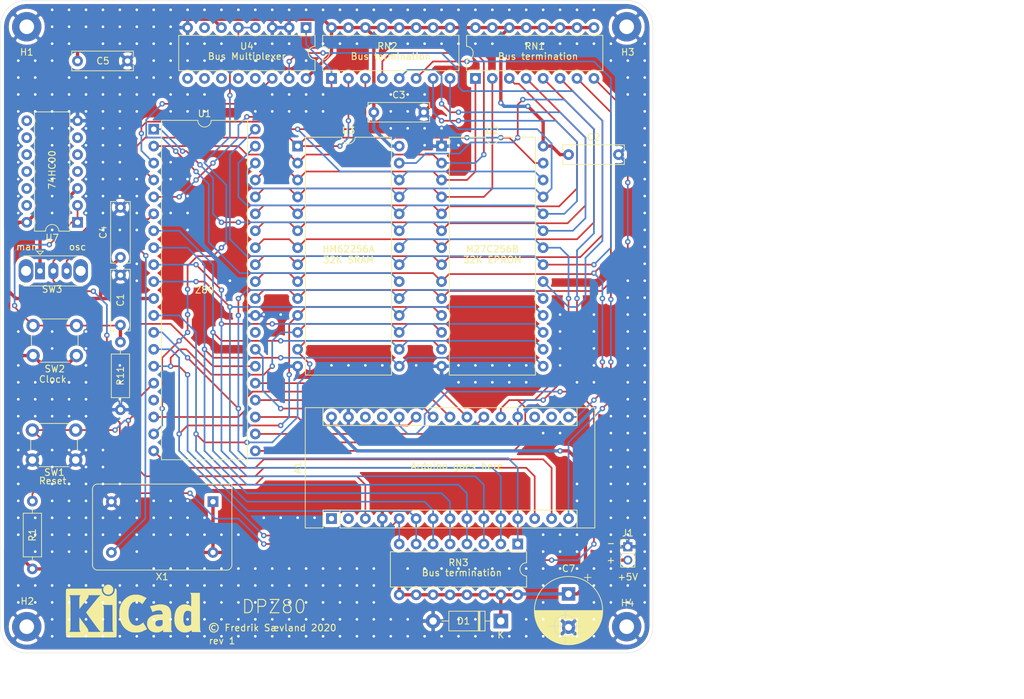
<source format=kicad_pcb>
(kicad_pcb (version 20171130) (host pcbnew 5.1.5-52549c5~84~ubuntu19.10.1)
  (layers (0 F.Cu mixed) (31 B.Cu mixed) (34 B.Paste user) (35 F.Paste user) (36 B.SilkS user) (37 F.SilkS user) (38 B.Mask user) (39 F.Mask user) (44 Edge.Cuts user))
  (net 0 "")
  (net 1 Earth)
  (net 2 "Net-(U2-Pad20)")
  (net 3 5V)
  (net 4 /A11)
  (net 5 /A12)
  (net 6 /A13)
  (net 7 /A14)
  (net 8 /A15)
  (net 9 /A0)
  (net 10 /A1)
  (net 11 /A2)
  (net 12 /A3)
  (net 13 /A4)
  (net 14 /A5)
  (net 15 /A6)
  (net 16 /A7)
  (net 17 /A8)
  (net 18 /A9)
  (net 19 /A10)
  (net 20 /D4)
  (net 21 /D3)
  (net 22 /D5)
  (net 23 /D6)
  (net 24 /D2)
  (net 25 /D7)
  (net 26 /D0)
  (net 27 /D1)
  (net 28 "Net-(U3-Pad20)")
  (net 29 "Net-(U4-Pad9)")
  (net 30 "Net-(U4-Pad10)")
  (net 31 "Net-(U4-Pad11)")
  (net 32 "Net-(U4-Pad12)")
  (net 33 "Net-(U4-Pad13)")
  (net 34 "Net-(U4-Pad7)")
  (net 35 "Net-(C1-Pad1)")
  (net 36 "Net-(SW3-Pad1)")
  (net 37 "Net-(SW3-Pad3)")
  (net 38 /~BUSACK)
  (net 39 /~WAIT)
  (net 40 /~BUSRQ)
  (net 41 /~M1)
  (net 42 /~RFSH)
  (net 43 /~INT)
  (net 44 /~NMI)
  (net 45 /~HALT)
  (net 46 /~MREQ)
  (net 47 "Net-(A1-Pad1)")
  (net 48 "Net-(A1-Pad17)")
  (net 49 "Net-(A1-Pad2)")
  (net 50 "Net-(A1-Pad18)")
  (net 51 /~RESET)
  (net 52 /~WR)
  (net 53 /~RD)
  (net 54 /CLK)
  (net 55 "Net-(A1-Pad27)")
  (net 56 "Net-(A1-Pad28)")
  (net 57 /~A_CS)
  (module Symbol:KiCad-Logo_8mm_SilkScreen (layer F.Cu) (at 118.11 138.176)
    (fp_text reference REF** hide)
    (fp_text value KiCad-Logo_8mm_SilkScreen hide)
  )
  (module Package_DIP:DIP-40_W15.24mm (layer F.Cu) (at 121.158 65.913)
    (fp_text reference U1 (at 7.62 -2.33) (layer F.SilkS))
    (fp_text value Z80)
    (pad 1 thru_hole rect (at 0 0) (size 1.6 1.6) (drill 0.8) (layers *.Cu *.Mask) (net 4 /A11))
    (pad 21 thru_hole oval (at 15.24 48.26) (size 1.6 1.6) (drill 0.8) (layers *.Cu *.Mask) (net 53 /~RD))
    (pad 2 thru_hole oval (at 0 2.54) (size 1.6 1.6) (drill 0.8) (layers *.Cu *.Mask) (net 5 /A12))
    (pad 22 thru_hole oval (at 15.24 45.72) (size 1.6 1.6) (drill 0.8) (layers *.Cu *.Mask) (net 52 /~WR))
    (pad 3 thru_hole oval (at 0 5.08) (size 1.6 1.6) (drill 0.8) (layers *.Cu *.Mask) (net 6 /A13))
    (pad 23 thru_hole oval (at 15.24 43.18) (size 1.6 1.6) (drill 0.8) (layers *.Cu *.Mask) (net 38 /~BUSACK))
    (pad 4 thru_hole oval (at 0 7.62) (size 1.6 1.6) (drill 0.8) (layers *.Cu *.Mask) (net 7 /A14))
    (pad 24 thru_hole oval (at 15.24 40.64) (size 1.6 1.6) (drill 0.8) (layers *.Cu *.Mask) (net 39 /~WAIT))
    (pad 5 thru_hole oval (at 0 10.16) (size 1.6 1.6) (drill 0.8) (layers *.Cu *.Mask) (net 8 /A15))
    (pad 25 thru_hole oval (at 15.24 38.1) (size 1.6 1.6) (drill 0.8) (layers *.Cu *.Mask) (net 40 /~BUSRQ))
    (pad 6 thru_hole oval (at 0 12.7) (size 1.6 1.6) (drill 0.8) (layers *.Cu *.Mask) (net 54 /CLK))
    (pad 26 thru_hole oval (at 15.24 35.56) (size 1.6 1.6) (drill 0.8) (layers *.Cu *.Mask) (net 51 /~RESET))
    (pad 7 thru_hole oval (at 0 15.24) (size 1.6 1.6) (drill 0.8) (layers *.Cu *.Mask) (net 20 /D4))
    (pad 27 thru_hole oval (at 15.24 33.02) (size 1.6 1.6) (drill 0.8) (layers *.Cu *.Mask) (net 41 /~M1))
    (pad 8 thru_hole oval (at 0 17.78) (size 1.6 1.6) (drill 0.8) (layers *.Cu *.Mask) (net 21 /D3))
    (pad 28 thru_hole oval (at 15.24 30.48) (size 1.6 1.6) (drill 0.8) (layers *.Cu *.Mask) (net 42 /~RFSH))
    (pad 9 thru_hole oval (at 0 20.32) (size 1.6 1.6) (drill 0.8) (layers *.Cu *.Mask) (net 22 /D5))
    (pad 29 thru_hole oval (at 15.24 27.94) (size 1.6 1.6) (drill 0.8) (layers *.Cu *.Mask) (net 1 Earth))
    (pad 10 thru_hole oval (at 0 22.86) (size 1.6 1.6) (drill 0.8) (layers *.Cu *.Mask) (net 23 /D6))
    (pad 30 thru_hole oval (at 15.24 25.4) (size 1.6 1.6) (drill 0.8) (layers *.Cu *.Mask) (net 9 /A0))
    (pad 11 thru_hole oval (at 0 25.4) (size 1.6 1.6) (drill 0.8) (layers *.Cu *.Mask) (net 3 5V))
    (pad 31 thru_hole oval (at 15.24 22.86) (size 1.6 1.6) (drill 0.8) (layers *.Cu *.Mask) (net 10 /A1))
    (pad 12 thru_hole oval (at 0 27.94) (size 1.6 1.6) (drill 0.8) (layers *.Cu *.Mask) (net 24 /D2))
    (pad 32 thru_hole oval (at 15.24 20.32) (size 1.6 1.6) (drill 0.8) (layers *.Cu *.Mask) (net 11 /A2))
    (pad 13 thru_hole oval (at 0 30.48) (size 1.6 1.6) (drill 0.8) (layers *.Cu *.Mask) (net 25 /D7))
    (pad 33 thru_hole oval (at 15.24 17.78) (size 1.6 1.6) (drill 0.8) (layers *.Cu *.Mask) (net 12 /A3))
    (pad 14 thru_hole oval (at 0 33.02) (size 1.6 1.6) (drill 0.8) (layers *.Cu *.Mask) (net 26 /D0))
    (pad 34 thru_hole oval (at 15.24 15.24) (size 1.6 1.6) (drill 0.8) (layers *.Cu *.Mask) (net 13 /A4))
    (pad 15 thru_hole oval (at 0 35.56) (size 1.6 1.6) (drill 0.8) (layers *.Cu *.Mask) (net 27 /D1))
    (pad 35 thru_hole oval (at 15.24 12.7) (size 1.6 1.6) (drill 0.8) (layers *.Cu *.Mask) (net 14 /A5))
    (pad 16 thru_hole oval (at 0 38.1) (size 1.6 1.6) (drill 0.8) (layers *.Cu *.Mask) (net 43 /~INT))
    (pad 36 thru_hole oval (at 15.24 10.16) (size 1.6 1.6) (drill 0.8) (layers *.Cu *.Mask) (net 15 /A6))
    (pad 17 thru_hole oval (at 0 40.64) (size 1.6 1.6) (drill 0.8) (layers *.Cu *.Mask) (net 44 /~NMI))
    (pad 37 thru_hole oval (at 15.24 7.62) (size 1.6 1.6) (drill 0.8) (layers *.Cu *.Mask) (net 16 /A7))
    (pad 18 thru_hole oval (at 0 43.18) (size 1.6 1.6) (drill 0.8) (layers *.Cu *.Mask) (net 45 /~HALT))
    (pad 38 thru_hole oval (at 15.24 5.08) (size 1.6 1.6) (drill 0.8) (layers *.Cu *.Mask) (net 17 /A8))
    (pad 19 thru_hole oval (at 0 45.72) (size 1.6 1.6) (drill 0.8) (layers *.Cu *.Mask) (net 46 /~MREQ))
    (pad 39 thru_hole oval (at 15.24 2.54) (size 1.6 1.6) (drill 0.8) (layers *.Cu *.Mask) (net 18 /A9))
    (pad 20 thru_hole oval (at 0 48.26) (size 1.6 1.6) (drill 0.8) (layers *.Cu *.Mask) (net 57 /~A_CS))
    (pad 40 thru_hole oval (at 15.24 0) (size 1.6 1.6) (drill 0.8) (layers *.Cu *.Mask) (net 19 /A10))
  )
  (module MountingHole:MountingHole_2.2mm_M2_Pad (layer F.Cu) (at 102.108 140.546)
    (fp_text reference H2 (at 0.081 -3.814) (layer F.SilkS))
    (fp_text value MT)
    (pad 1 thru_hole circle (at 0 0) (size 4.4 4.4) (drill 2.2) (layers *.Cu *.Mask) (net 1 Earth))
  )
  (module "" (layer F.Cu) (at 125.476 74.676)
    (fp_text reference "" (at 125.476 74.168) (layer F.SilkS) (effects (font (size 1.27 1.27))))
    (fp_text value "" (at 125.476 74.168) (layer F.SilkS) (effects (font (size 1.27 1.27))))
  )
  (module Package_DIP:DIP-28_W15.24mm (layer F.Cu) (at 142.748 68.453)
    (fp_text reference U3 (at 7.62 -2.33) (layer F.SilkS))
    (fp_text value HM62256A)
    (pad 28 thru_hole oval (at 15.24 0) (size 1.6 1.6) (drill 0.8) (layers *.Cu *.Mask) (net 3 5V))
    (pad 14 thru_hole oval (at 0 33.02) (size 1.6 1.6) (drill 0.8) (layers *.Cu *.Mask) (net 1 Earth))
    (pad 27 thru_hole oval (at 15.24 2.54) (size 1.6 1.6) (drill 0.8) (layers *.Cu *.Mask) (net 52 /~WR))
    (pad 13 thru_hole oval (at 0 30.48) (size 1.6 1.6) (drill 0.8) (layers *.Cu *.Mask) (net 24 /D2))
    (pad 26 thru_hole oval (at 15.24 5.08) (size 1.6 1.6) (drill 0.8) (layers *.Cu *.Mask) (net 6 /A13))
    (pad 12 thru_hole oval (at 0 27.94) (size 1.6 1.6) (drill 0.8) (layers *.Cu *.Mask) (net 27 /D1))
    (pad 25 thru_hole oval (at 15.24 7.62) (size 1.6 1.6) (drill 0.8) (layers *.Cu *.Mask) (net 17 /A8))
    (pad 11 thru_hole oval (at 0 25.4) (size 1.6 1.6) (drill 0.8) (layers *.Cu *.Mask) (net 26 /D0))
    (pad 24 thru_hole oval (at 15.24 10.16) (size 1.6 1.6) (drill 0.8) (layers *.Cu *.Mask) (net 18 /A9))
    (pad 10 thru_hole oval (at 0 22.86) (size 1.6 1.6) (drill 0.8) (layers *.Cu *.Mask) (net 9 /A0))
    (pad 23 thru_hole oval (at 15.24 12.7) (size 1.6 1.6) (drill 0.8) (layers *.Cu *.Mask) (net 4 /A11))
    (pad 9 thru_hole oval (at 0 20.32) (size 1.6 1.6) (drill 0.8) (layers *.Cu *.Mask) (net 10 /A1))
    (pad 22 thru_hole oval (at 15.24 15.24) (size 1.6 1.6) (drill 0.8) (layers *.Cu *.Mask) (net 53 /~RD))
    (pad 8 thru_hole oval (at 0 17.78) (size 1.6 1.6) (drill 0.8) (layers *.Cu *.Mask) (net 11 /A2))
    (pad 21 thru_hole oval (at 15.24 17.78) (size 1.6 1.6) (drill 0.8) (layers *.Cu *.Mask) (net 19 /A10))
    (pad 7 thru_hole oval (at 0 15.24) (size 1.6 1.6) (drill 0.8) (layers *.Cu *.Mask) (net 12 /A3))
    (pad 20 thru_hole oval (at 15.24 20.32) (size 1.6 1.6) (drill 0.8) (layers *.Cu *.Mask) (net 28 "Net-(U3-Pad20)"))
    (pad 6 thru_hole oval (at 0 12.7) (size 1.6 1.6) (drill 0.8) (layers *.Cu *.Mask) (net 13 /A4))
    (pad 19 thru_hole oval (at 15.24 22.86) (size 1.6 1.6) (drill 0.8) (layers *.Cu *.Mask) (net 25 /D7))
    (pad 5 thru_hole oval (at 0 10.16) (size 1.6 1.6) (drill 0.8) (layers *.Cu *.Mask) (net 14 /A5))
    (pad 18 thru_hole oval (at 15.24 25.4) (size 1.6 1.6) (drill 0.8) (layers *.Cu *.Mask) (net 23 /D6))
    (pad 4 thru_hole oval (at 0 7.62) (size 1.6 1.6) (drill 0.8) (layers *.Cu *.Mask) (net 15 /A6))
    (pad 17 thru_hole oval (at 15.24 27.94) (size 1.6 1.6) (drill 0.8) (layers *.Cu *.Mask) (net 22 /D5))
    (pad 3 thru_hole oval (at 0 5.08) (size 1.6 1.6) (drill 0.8) (layers *.Cu *.Mask) (net 16 /A7))
    (pad 16 thru_hole oval (at 15.24 30.48) (size 1.6 1.6) (drill 0.8) (layers *.Cu *.Mask) (net 20 /D4))
    (pad 2 thru_hole oval (at 0 2.54) (size 1.6 1.6) (drill 0.8) (layers *.Cu *.Mask) (net 5 /A12))
    (pad 15 thru_hole oval (at 15.24 33.02) (size 1.6 1.6) (drill 0.8) (layers *.Cu *.Mask) (net 21 /D3))
    (pad 1 thru_hole rect (at 0 0) (size 1.6 1.6) (drill 0.8) (layers *.Cu *.Mask) (net 7 /A14))
  )
  (module Module:Arduino_Nano (layer F.Cu) (at 147.828 124.333 90)
    (fp_text reference A1 (at 7.62 -5.08 90) (layer F.SilkS))
    (fp_text value Arduino_Nano_v3.x)
    (pad 1 thru_hole rect (at 0 0 90) (size 1.6 1.6) (drill 0.8) (layers *.Cu *.Mask) (net 47 "Net-(A1-Pad1)"))
    (pad 17 thru_hole oval (at 15.24 33.02 90) (size 1.6 1.6) (drill 0.8) (layers *.Cu *.Mask) (net 48 "Net-(A1-Pad17)"))
    (pad 2 thru_hole oval (at 0 2.54 90) (size 1.6 1.6) (drill 0.8) (layers *.Cu *.Mask) (net 49 "Net-(A1-Pad2)"))
    (pad 18 thru_hole oval (at 15.24 30.48 90) (size 1.6 1.6) (drill 0.8) (layers *.Cu *.Mask) (net 50 "Net-(A1-Pad18)"))
    (pad 3 thru_hole oval (at 0 5.08 90) (size 1.6 1.6) (drill 0.8) (layers *.Cu *.Mask) (net 51 /~RESET))
    (pad 19 thru_hole oval (at 15.24 27.94 90) (size 1.6 1.6) (drill 0.8) (layers *.Cu *.Mask) (net 52 /~WR))
    (pad 4 thru_hole oval (at 0 7.62 90) (size 1.6 1.6) (drill 0.8) (layers *.Cu *.Mask) (net 1 Earth))
    (pad 20 thru_hole oval (at 15.24 25.4 90) (size 1.6 1.6) (drill 0.8) (layers *.Cu *.Mask) (net 53 /~RD))
    (pad 5 thru_hole oval (at 0 10.16 90) (size 1.6 1.6) (drill 0.8) (layers *.Cu *.Mask) (net 26 /D0))
    (pad 21 thru_hole oval (at 15.24 22.86 90) (size 1.6 1.6) (drill 0.8) (layers *.Cu *.Mask) (net 38 /~BUSACK))
    (pad 6 thru_hole oval (at 0 12.7 90) (size 1.6 1.6) (drill 0.8) (layers *.Cu *.Mask) (net 27 /D1))
    (pad 22 thru_hole oval (at 15.24 20.32 90) (size 1.6 1.6) (drill 0.8) (layers *.Cu *.Mask) (net 40 /~BUSRQ))
    (pad 7 thru_hole oval (at 0 15.24 90) (size 1.6 1.6) (drill 0.8) (layers *.Cu *.Mask) (net 24 /D2))
    (pad 23 thru_hole oval (at 15.24 17.78 90) (size 1.6 1.6) (drill 0.8) (layers *.Cu *.Mask) (net 45 /~HALT))
    (pad 8 thru_hole oval (at 0 17.78 90) (size 1.6 1.6) (drill 0.8) (layers *.Cu *.Mask) (net 21 /D3))
    (pad 24 thru_hole oval (at 15.24 15.24 90) (size 1.6 1.6) (drill 0.8) (layers *.Cu *.Mask) (net 39 /~WAIT))
    (pad 9 thru_hole oval (at 0 20.32 90) (size 1.6 1.6) (drill 0.8) (layers *.Cu *.Mask) (net 20 /D4))
    (pad 25 thru_hole oval (at 15.24 12.7 90) (size 1.6 1.6) (drill 0.8) (layers *.Cu *.Mask) (net 41 /~M1))
    (pad 10 thru_hole oval (at 0 22.86 90) (size 1.6 1.6) (drill 0.8) (layers *.Cu *.Mask) (net 22 /D5))
    (pad 26 thru_hole oval (at 15.24 10.16 90) (size 1.6 1.6) (drill 0.8) (layers *.Cu *.Mask) (net 54 /CLK))
    (pad 11 thru_hole oval (at 0 25.4 90) (size 1.6 1.6) (drill 0.8) (layers *.Cu *.Mask) (net 23 /D6))
    (pad 27 thru_hole oval (at 15.24 7.62 90) (size 1.6 1.6) (drill 0.8) (layers *.Cu *.Mask) (net 55 "Net-(A1-Pad27)"))
    (pad 12 thru_hole oval (at 0 27.94 90) (size 1.6 1.6) (drill 0.8) (layers *.Cu *.Mask) (net 25 /D7))
    (pad 28 thru_hole oval (at 15.24 5.08 90) (size 1.6 1.6) (drill 0.8) (layers *.Cu *.Mask) (net 56 "Net-(A1-Pad28)"))
    (pad 13 thru_hole oval (at 0 30.48 90) (size 1.6 1.6) (drill 0.8) (layers *.Cu *.Mask) (net 43 /~INT))
    (pad 29 thru_hole oval (at 15.24 2.54 90) (size 1.6 1.6) (drill 0.8) (layers *.Cu *.Mask) (net 1 Earth))
    (pad 14 thru_hole oval (at 0 33.02 90) (size 1.6 1.6) (drill 0.8) (layers *.Cu *.Mask) (net 57 /~A_CS))
    (pad 30 thru_hole oval (at 15.24 0 90) (size 1.6 1.6) (drill 0.8) (layers *.Cu *.Mask) (net 3 5V))
    (pad 15 thru_hole oval (at 0 35.56 90) (size 1.6 1.6) (drill 0.8) (layers *.Cu *.Mask) (net 9 /A0))
    (pad 16 thru_hole oval (at 15.24 35.56 90) (size 1.6 1.6) (drill 0.8) (layers *.Cu *.Mask) (net 10 /A1))
  )
  (module Resistor_THT:R_Axial_DIN0207_L6.3mm_D2.5mm_P10.16mm_Horizontal (layer F.Cu) (at 102.956 131.877 90)
    (fp_text reference R1 (at 5.08 0 90) (layer F.SilkS))
    (fp_text value 1k)
    (pad 1 thru_hole circle (at 0 0 90) (size 1.6 1.6) (drill 0.8) (layers *.Cu *.Mask) (net 3 5V))
    (pad 2 thru_hole oval (at 10.16 0 90) (size 1.6 1.6) (drill 0.8) (layers *.Cu *.Mask) (net 51 /~RESET))
  )
  (module Resistor_THT:R_Axial_DIN0207_L6.3mm_D2.5mm_P10.16mm_Horizontal (layer F.Cu) (at 116.164 97.841 270)
    (fp_text reference R11 (at 5.08 0 90) (layer F.SilkS))
    (fp_text value 1K)
    (pad 2 thru_hole oval (at 10.16 0 270) (size 1.6 1.6) (drill 0.8) (layers *.Cu *.Mask) (net 1 Earth))
    (pad 1 thru_hole circle (at 0 0 270) (size 1.6 1.6) (drill 0.8) (layers *.Cu *.Mask) (net 35 "Net-(C1-Pad1)"))
  )
  (module Package_DIP:DIP-16_W7.62mm (layer F.Cu) (at 169.418 58.293 90)
    (fp_text reference RN1 (at 4.826 8.89 180) (layer F.SilkS))
    (fp_text value 1K)
    (pad 16 thru_hole oval (at 7.62 0 90) (size 1.6 1.6) (drill 0.8) (layers *.Cu *.Mask) (net 3 5V))
    (pad 8 thru_hole oval (at 0 17.78 90) (size 1.6 1.6) (drill 0.8) (layers *.Cu *.Mask) (net 9 /A0))
    (pad 15 thru_hole oval (at 7.62 2.54 90) (size 1.6 1.6) (drill 0.8) (layers *.Cu *.Mask) (net 3 5V))
    (pad 7 thru_hole oval (at 0 15.24 90) (size 1.6 1.6) (drill 0.8) (layers *.Cu *.Mask) (net 10 /A1))
    (pad 14 thru_hole oval (at 7.62 5.08 90) (size 1.6 1.6) (drill 0.8) (layers *.Cu *.Mask) (net 3 5V))
    (pad 6 thru_hole oval (at 0 12.7 90) (size 1.6 1.6) (drill 0.8) (layers *.Cu *.Mask) (net 11 /A2))
    (pad 13 thru_hole oval (at 7.62 7.62 90) (size 1.6 1.6) (drill 0.8) (layers *.Cu *.Mask) (net 3 5V))
    (pad 5 thru_hole oval (at 0 10.16 90) (size 1.6 1.6) (drill 0.8) (layers *.Cu *.Mask) (net 12 /A3))
    (pad 12 thru_hole oval (at 7.62 10.16 90) (size 1.6 1.6) (drill 0.8) (layers *.Cu *.Mask) (net 3 5V))
    (pad 4 thru_hole oval (at 0 7.62 90) (size 1.6 1.6) (drill 0.8) (layers *.Cu *.Mask) (net 13 /A4))
    (pad 11 thru_hole oval (at 7.62 12.7 90) (size 1.6 1.6) (drill 0.8) (layers *.Cu *.Mask) (net 3 5V))
    (pad 3 thru_hole oval (at 0 5.08 90) (size 1.6 1.6) (drill 0.8) (layers *.Cu *.Mask) (net 14 /A5))
    (pad 10 thru_hole oval (at 7.62 15.24 90) (size 1.6 1.6) (drill 0.8) (layers *.Cu *.Mask) (net 3 5V))
    (pad 2 thru_hole oval (at 0 2.54 90) (size 1.6 1.6) (drill 0.8) (layers *.Cu *.Mask) (net 15 /A6))
    (pad 9 thru_hole oval (at 7.62 17.78 90) (size 1.6 1.6) (drill 0.8) (layers *.Cu *.Mask) (net 3 5V))
    (pad 1 thru_hole rect (at 0 0 90) (size 1.6 1.6) (drill 0.8) (layers *.Cu *.Mask) (net 16 /A7))
  )
  (module Package_DIP:DIP-16_W7.62mm (layer F.Cu) (at 147.828 58.293 90)
    (fp_text reference RN2 (at 4.826 8.382 180) (layer F.SilkS))
    (fp_text value 1K)
    (pad 1 thru_hole rect (at 0 0 90) (size 1.6 1.6) (drill 0.8) (layers *.Cu *.Mask) (net 8 /A15))
    (pad 9 thru_hole oval (at 7.62 17.78 90) (size 1.6 1.6) (drill 0.8) (layers *.Cu *.Mask) (net 3 5V))
    (pad 2 thru_hole oval (at 0 2.54 90) (size 1.6 1.6) (drill 0.8) (layers *.Cu *.Mask) (net 7 /A14))
    (pad 10 thru_hole oval (at 7.62 15.24 90) (size 1.6 1.6) (drill 0.8) (layers *.Cu *.Mask) (net 3 5V))
    (pad 3 thru_hole oval (at 0 5.08 90) (size 1.6 1.6) (drill 0.8) (layers *.Cu *.Mask) (net 6 /A13))
    (pad 11 thru_hole oval (at 7.62 12.7 90) (size 1.6 1.6) (drill 0.8) (layers *.Cu *.Mask) (net 3 5V))
    (pad 4 thru_hole oval (at 0 7.62 90) (size 1.6 1.6) (drill 0.8) (layers *.Cu *.Mask) (net 5 /A12))
    (pad 12 thru_hole oval (at 7.62 10.16 90) (size 1.6 1.6) (drill 0.8) (layers *.Cu *.Mask) (net 3 5V))
    (pad 5 thru_hole oval (at 0 10.16 90) (size 1.6 1.6) (drill 0.8) (layers *.Cu *.Mask) (net 4 /A11))
    (pad 13 thru_hole oval (at 7.62 7.62 90) (size 1.6 1.6) (drill 0.8) (layers *.Cu *.Mask) (net 3 5V))
    (pad 6 thru_hole oval (at 0 12.7 90) (size 1.6 1.6) (drill 0.8) (layers *.Cu *.Mask) (net 19 /A10))
    (pad 14 thru_hole oval (at 7.62 5.08 90) (size 1.6 1.6) (drill 0.8) (layers *.Cu *.Mask) (net 3 5V))
    (pad 7 thru_hole oval (at 0 15.24 90) (size 1.6 1.6) (drill 0.8) (layers *.Cu *.Mask) (net 18 /A9))
    (pad 15 thru_hole oval (at 7.62 2.54 90) (size 1.6 1.6) (drill 0.8) (layers *.Cu *.Mask) (net 3 5V))
    (pad 8 thru_hole oval (at 0 17.78 90) (size 1.6 1.6) (drill 0.8) (layers *.Cu *.Mask) (net 17 /A8))
    (pad 16 thru_hole oval (at 7.62 0 90) (size 1.6 1.6) (drill 0.8) (layers *.Cu *.Mask) (net 3 5V))
  )
  (module Package_DIP:DIP-16_W7.62mm (layer F.Cu) (at 175.768 128.143 270)
    (fp_text reference RN3 (at 2.794 8.89 180) (layer F.SilkS))
    (fp_text value 1K)
    (pad 16 thru_hole oval (at 7.62 0 270) (size 1.6 1.6) (drill 0.8) (layers *.Cu *.Mask) (net 3 5V))
    (pad 8 thru_hole oval (at 0 17.78 270) (size 1.6 1.6) (drill 0.8) (layers *.Cu *.Mask) (net 26 /D0))
    (pad 15 thru_hole oval (at 7.62 2.54 270) (size 1.6 1.6) (drill 0.8) (layers *.Cu *.Mask) (net 3 5V))
    (pad 7 thru_hole oval (at 0 15.24 270) (size 1.6 1.6) (drill 0.8) (layers *.Cu *.Mask) (net 27 /D1))
    (pad 14 thru_hole oval (at 7.62 5.08 270) (size 1.6 1.6) (drill 0.8) (layers *.Cu *.Mask) (net 3 5V))
    (pad 6 thru_hole oval (at 0 12.7 270) (size 1.6 1.6) (drill 0.8) (layers *.Cu *.Mask) (net 24 /D2))
    (pad 13 thru_hole oval (at 7.62 7.62 270) (size 1.6 1.6) (drill 0.8) (layers *.Cu *.Mask) (net 3 5V))
    (pad 5 thru_hole oval (at 0 10.16 270) (size 1.6 1.6) (drill 0.8) (layers *.Cu *.Mask) (net 21 /D3))
    (pad 12 thru_hole oval (at 7.62 10.16 270) (size 1.6 1.6) (drill 0.8) (layers *.Cu *.Mask) (net 3 5V))
    (pad 4 thru_hole oval (at 0 7.62 270) (size 1.6 1.6) (drill 0.8) (layers *.Cu *.Mask) (net 20 /D4))
    (pad 11 thru_hole oval (at 7.62 12.7 270) (size 1.6 1.6) (drill 0.8) (layers *.Cu *.Mask) (net 3 5V))
    (pad 3 thru_hole oval (at 0 5.08 270) (size 1.6 1.6) (drill 0.8) (layers *.Cu *.Mask) (net 22 /D5))
    (pad 10 thru_hole oval (at 7.62 15.24 270) (size 1.6 1.6) (drill 0.8) (layers *.Cu *.Mask) (net 3 5V))
    (pad 2 thru_hole oval (at 0 2.54 270) (size 1.6 1.6) (drill 0.8) (layers *.Cu *.Mask) (net 23 /D6))
    (pad 9 thru_hole oval (at 7.62 17.78 270) (size 1.6 1.6) (drill 0.8) (layers *.Cu *.Mask) (net 3 5V))
    (pad 1 thru_hole rect (at 0 0 270) (size 1.6 1.6) (drill 0.8) (layers *.Cu *.Mask) (net 25 /D7))
  )
  (module Button_Switch_THT:SW_PUSH_6mm (layer F.Cu) (at 102.956 111.049)
    (fp_text reference SW1 (at 3.302 6.35) (layer F.SilkS))
    (fp_text value Reset)
    (pad 2 thru_hole circle (at 0 4.5 90) (size 2 2) (drill 1.1) (layers *.Cu *.Mask) (net 1 Earth))
    (pad 1 thru_hole circle (at 0 0 90) (size 2 2) (drill 1.1) (layers *.Cu *.Mask) (net 51 /~RESET))
    (pad 2 thru_hole circle (at 6.5 4.5 90) (size 2 2) (drill 1.1) (layers *.Cu *.Mask) (net 1 Earth))
    (pad 1 thru_hole circle (at 6.5 0 90) (size 2 2) (drill 1.1) (layers *.Cu *.Mask) (net 51 /~RESET))
  )
  (module Button_Switch_THT:SW_PUSH_6mm (layer F.Cu) (at 109.56 99.873 180)
    (fp_text reference SW2 (at 3.25 -2) (layer F.SilkS))
    (fp_text value Clock)
    (pad 1 thru_hole circle (at 6.5 0 270) (size 2 2) (drill 1.1) (layers *.Cu *.Mask) (net 3 5V))
    (pad 2 thru_hole circle (at 6.5 4.5 270) (size 2 2) (drill 1.1) (layers *.Cu *.Mask) (net 35 "Net-(C1-Pad1)"))
    (pad 1 thru_hole circle (at 0 0 270) (size 2 2) (drill 1.1) (layers *.Cu *.Mask) (net 3 5V))
    (pad 2 thru_hole circle (at 0 4.5 270) (size 2 2) (drill 1.1) (layers *.Cu *.Mask) (net 35 "Net-(C1-Pad1)"))
  )
  (module Button_Switch_THT:SW_Slide_1P2T_CK_OS102011MS2Q (layer F.Cu) (at 104.099 87.173)
    (fp_text reference SW3 (at 1.81864 2.74828) (layer F.SilkS))
    (fp_text value "Clock Switch")
    (pad 1 thru_hole rect (at 0 0) (size 1.5 2.5) (drill 0.8) (layers *.Cu *.Mask) (net 36 "Net-(SW3-Pad1)"))
    (pad 2 thru_hole oval (at 2 0) (size 1.5 2.5) (drill 0.8) (layers *.Cu *.Mask) (net 54 /CLK))
    (pad 3 thru_hole oval (at 4 0) (size 1.5 2.5) (drill 0.8) (layers *.Cu *.Mask) (net 37 "Net-(SW3-Pad3)"))
    (pad "" thru_hole oval (at -2.1 0) (size 2.2 3.5) (drill 1.5) (layers *.Cu *.Mask))
    (pad "" thru_hole oval (at 6.1 0) (size 2.2 3.5) (drill 1.5) (layers *.Cu *.Mask))
  )
  (module Package_DIP:DIP-28_W15.24mm (layer F.Cu) (at 164.338 68.453)
    (fp_text reference U2 (at 7.62 -2.33) (layer F.SilkS))
    (fp_text value M27C256B-90F6)
    (pad 1 thru_hole rect (at 0 0) (size 1.6 1.6) (drill 0.8) (layers *.Cu *.Mask) (net 1 Earth))
    (pad 15 thru_hole oval (at 15.24 33.02) (size 1.6 1.6) (drill 0.8) (layers *.Cu *.Mask) (net 21 /D3))
    (pad 2 thru_hole oval (at 0 2.54) (size 1.6 1.6) (drill 0.8) (layers *.Cu *.Mask) (net 5 /A12))
    (pad 16 thru_hole oval (at 15.24 30.48) (size 1.6 1.6) (drill 0.8) (layers *.Cu *.Mask) (net 20 /D4))
    (pad 3 thru_hole oval (at 0 5.08) (size 1.6 1.6) (drill 0.8) (layers *.Cu *.Mask) (net 16 /A7))
    (pad 17 thru_hole oval (at 15.24 27.94) (size 1.6 1.6) (drill 0.8) (layers *.Cu *.Mask) (net 22 /D5))
    (pad 4 thru_hole oval (at 0 7.62) (size 1.6 1.6) (drill 0.8) (layers *.Cu *.Mask) (net 15 /A6))
    (pad 18 thru_hole oval (at 15.24 25.4) (size 1.6 1.6) (drill 0.8) (layers *.Cu *.Mask) (net 23 /D6))
    (pad 5 thru_hole oval (at 0 10.16) (size 1.6 1.6) (drill 0.8) (layers *.Cu *.Mask) (net 14 /A5))
    (pad 19 thru_hole oval (at 15.24 22.86) (size 1.6 1.6) (drill 0.8) (layers *.Cu *.Mask) (net 25 /D7))
    (pad 6 thru_hole oval (at 0 12.7) (size 1.6 1.6) (drill 0.8) (layers *.Cu *.Mask) (net 13 /A4))
    (pad 20 thru_hole oval (at 15.24 20.32) (size 1.6 1.6) (drill 0.8) (layers *.Cu *.Mask) (net 2 "Net-(U2-Pad20)"))
    (pad 7 thru_hole oval (at 0 15.24) (size 1.6 1.6) (drill 0.8) (layers *.Cu *.Mask) (net 12 /A3))
    (pad 21 thru_hole oval (at 15.24 17.78) (size 1.6 1.6) (drill 0.8) (layers *.Cu *.Mask) (net 19 /A10))
    (pad 8 thru_hole oval (at 0 17.78) (size 1.6 1.6) (drill 0.8) (layers *.Cu *.Mask) (net 11 /A2))
    (pad 22 thru_hole oval (at 15.24 15.24) (size 1.6 1.6) (drill 0.8) (layers *.Cu *.Mask) (net 53 /~RD))
    (pad 9 thru_hole oval (at 0 20.32) (size 1.6 1.6) (drill 0.8) (layers *.Cu *.Mask) (net 10 /A1))
    (pad 23 thru_hole oval (at 15.24 12.7) (size 1.6 1.6) (drill 0.8) (layers *.Cu *.Mask) (net 4 /A11))
    (pad 10 thru_hole oval (at 0 22.86) (size 1.6 1.6) (drill 0.8) (layers *.Cu *.Mask) (net 9 /A0))
    (pad 24 thru_hole oval (at 15.24 10.16) (size 1.6 1.6) (drill 0.8) (layers *.Cu *.Mask) (net 18 /A9))
    (pad 11 thru_hole oval (at 0 25.4) (size 1.6 1.6) (drill 0.8) (layers *.Cu *.Mask) (net 26 /D0))
    (pad 25 thru_hole oval (at 15.24 7.62) (size 1.6 1.6) (drill 0.8) (layers *.Cu *.Mask) (net 17 /A8))
    (pad 12 thru_hole oval (at 0 27.94) (size 1.6 1.6) (drill 0.8) (layers *.Cu *.Mask) (net 27 /D1))
    (pad 26 thru_hole oval (at 15.24 5.08) (size 1.6 1.6) (drill 0.8) (layers *.Cu *.Mask) (net 6 /A13))
    (pad 13 thru_hole oval (at 0 30.48) (size 1.6 1.6) (drill 0.8) (layers *.Cu *.Mask) (net 24 /D2))
    (pad 27 thru_hole oval (at 15.24 2.54) (size 1.6 1.6) (drill 0.8) (layers *.Cu *.Mask) (net 7 /A14))
    (pad 14 thru_hole oval (at 0 33.02) (size 1.6 1.6) (drill 0.8) (layers *.Cu *.Mask) (net 1 Earth))
    (pad 28 thru_hole oval (at 15.24 0) (size 1.6 1.6) (drill 0.8) (layers *.Cu *.Mask) (net 3 5V))
  )
  (module Package_DIP:DIP-16_W7.62mm (layer F.Cu) (at 144.018 50.673 270)
    (fp_text reference U4 (at 2.794 8.89 180) (layer F.SilkS))
    (fp_text value 74LS138)
    (pad 1 thru_hole rect (at 0 0 270) (size 1.6 1.6) (drill 0.8) (layers *.Cu *.Mask) (net 8 /A15))
    (pad 9 thru_hole oval (at 7.62 17.78 270) (size 1.6 1.6) (drill 0.8) (layers *.Cu *.Mask) (net 29 "Net-(U4-Pad9)"))
    (pad 2 thru_hole oval (at 0 2.54 270) (size 1.6 1.6) (drill 0.8) (layers *.Cu *.Mask) (net 1 Earth))
    (pad 10 thru_hole oval (at 7.62 15.24 270) (size 1.6 1.6) (drill 0.8) (layers *.Cu *.Mask) (net 30 "Net-(U4-Pad10)"))
    (pad 3 thru_hole oval (at 0 5.08 270) (size 1.6 1.6) (drill 0.8) (layers *.Cu *.Mask) (net 1 Earth))
    (pad 11 thru_hole oval (at 7.62 12.7 270) (size 1.6 1.6) (drill 0.8) (layers *.Cu *.Mask) (net 31 "Net-(U4-Pad11)"))
    (pad 4 thru_hole oval (at 0 7.62 270) (size 1.6 1.6) (drill 0.8) (layers *.Cu *.Mask) (net 46 /~MREQ))
    (pad 12 thru_hole oval (at 7.62 10.16 270) (size 1.6 1.6) (drill 0.8) (layers *.Cu *.Mask) (net 32 "Net-(U4-Pad12)"))
    (pad 5 thru_hole oval (at 0 10.16 270) (size 1.6 1.6) (drill 0.8) (layers *.Cu *.Mask) (net 46 /~MREQ))
    (pad 13 thru_hole oval (at 7.62 7.62 270) (size 1.6 1.6) (drill 0.8) (layers *.Cu *.Mask) (net 33 "Net-(U4-Pad13)"))
    (pad 6 thru_hole oval (at 0 12.7 270) (size 1.6 1.6) (drill 0.8) (layers *.Cu *.Mask) (net 3 5V))
    (pad 14 thru_hole oval (at 7.62 5.08 270) (size 1.6 1.6) (drill 0.8) (layers *.Cu *.Mask) (net 28 "Net-(U3-Pad20)"))
    (pad 7 thru_hole oval (at 0 15.24 270) (size 1.6 1.6) (drill 0.8) (layers *.Cu *.Mask) (net 34 "Net-(U4-Pad7)"))
    (pad 15 thru_hole oval (at 7.62 2.54 270) (size 1.6 1.6) (drill 0.8) (layers *.Cu *.Mask) (net 2 "Net-(U2-Pad20)"))
    (pad 8 thru_hole oval (at 0 17.78 270) (size 1.6 1.6) (drill 0.8) (layers *.Cu *.Mask) (net 1 Earth))
    (pad 16 thru_hole oval (at 7.62 0 270) (size 1.6 1.6) (drill 0.8) (layers *.Cu *.Mask) (net 3 5V))
  )
  (module Package_DIP:DIP-14_W7.62mm (layer F.Cu) (at 109.728 79.883 180)
    (fp_text reference U7 (at 3.81 -2.33) (layer F.SilkS))
    (fp_text value 74HC00)
    (pad 1 thru_hole rect (at 0 0 180) (size 1.6 1.6) (drill 0.8) (layers *.Cu *.Mask) (net 35 "Net-(C1-Pad1)"))
    (pad 8 thru_hole oval (at 7.62 15.24 180) (size 1.6 1.6) (drill 0.8) (layers *.Cu *.Mask))
    (pad 2 thru_hole oval (at 0 2.54 180) (size 1.6 1.6) (drill 0.8) (layers *.Cu *.Mask) (net 35 "Net-(C1-Pad1)"))
    (pad 9 thru_hole oval (at 7.62 12.7 180) (size 1.6 1.6) (drill 0.8) (layers *.Cu *.Mask))
    (pad 3 thru_hole oval (at 0 5.08 180) (size 1.6 1.6) (drill 0.8) (layers *.Cu *.Mask) (net 36 "Net-(SW3-Pad1)"))
    (pad 10 thru_hole oval (at 7.62 10.16 180) (size 1.6 1.6) (drill 0.8) (layers *.Cu *.Mask))
    (pad 4 thru_hole oval (at 0 7.62 180) (size 1.6 1.6) (drill 0.8) (layers *.Cu *.Mask))
    (pad 11 thru_hole oval (at 7.62 7.62 180) (size 1.6 1.6) (drill 0.8) (layers *.Cu *.Mask))
    (pad 5 thru_hole oval (at 0 10.16 180) (size 1.6 1.6) (drill 0.8) (layers *.Cu *.Mask))
    (pad 12 thru_hole oval (at 7.62 5.08 180) (size 1.6 1.6) (drill 0.8) (layers *.Cu *.Mask))
    (pad 6 thru_hole oval (at 0 12.7 180) (size 1.6 1.6) (drill 0.8) (layers *.Cu *.Mask))
    (pad 13 thru_hole oval (at 7.62 2.54 180) (size 1.6 1.6) (drill 0.8) (layers *.Cu *.Mask))
    (pad 7 thru_hole oval (at 0 15.24 180) (size 1.6 1.6) (drill 0.8) (layers *.Cu *.Mask) (net 1 Earth))
    (pad 14 thru_hole oval (at 7.62 0 180) (size 1.6 1.6) (drill 0.8) (layers *.Cu *.Mask) (net 3 5V))
  )
  (module Oscillator:Oscillator_DIP-14 (layer F.Cu) (at 130.048 121.793 180)
    (fp_text reference X1 (at 7.62 -11.26) (layer F.SilkS))
    (fp_text value GTXO-14T)
    (pad 1 thru_hole rect (at 0 0 180) (size 1.6 1.6) (drill 0.8) (layers *.Cu *.Mask) (net 3 5V))
    (pad 14 thru_hole circle (at 0 -7.62 180) (size 1.6 1.6) (drill 0.8) (layers *.Cu *.Mask) (net 3 5V))
    (pad 8 thru_hole circle (at 15.24 -7.62 180) (size 1.6 1.6) (drill 0.8) (layers *.Cu *.Mask) (net 37 "Net-(SW3-Pad3)"))
    (pad 7 thru_hole circle (at 15.24 0 180) (size 1.6 1.6) (drill 0.8) (layers *.Cu *.Mask) (net 1 Earth))
  )
  (module Capacitor_THT:C_Rect_L9.0mm_W2.7mm_P7.50mm_MKT (layer F.Cu) (at 116.164 95.301 90)
    (fp_text reference C1 (at 3.75 0 90) (layer F.SilkS))
    (fp_text value 1µF)
    (pad 1 thru_hole circle (at 0 0 90) (size 1.6 1.6) (drill 0.8) (layers *.Cu *.Mask) (net 35 "Net-(C1-Pad1)"))
    (pad 2 thru_hole circle (at 7.5 0 90) (size 1.6 1.6) (drill 0.8) (layers *.Cu *.Mask) (net 1 Earth))
  )
  (module Capacitor_THT:C_Rect_L9.0mm_W2.7mm_P7.50mm_MKT (layer F.Cu) (at 183.388 69.723)
    (fp_text reference C2 (at 3.75 -2.6) (layer F.SilkS))
    (fp_text value 1µF)
    (pad 1 thru_hole circle (at 0 0) (size 1.6 1.6) (drill 0.8) (layers *.Cu *.Mask) (net 3 5V))
    (pad 2 thru_hole circle (at 7.5 0) (size 1.6 1.6) (drill 0.8) (layers *.Cu *.Mask) (net 1 Earth))
  )
  (module Capacitor_THT:C_Rect_L9.0mm_W2.7mm_P7.50mm_MKT (layer F.Cu) (at 154.178 63.373)
    (fp_text reference C3 (at 3.75 -2.6) (layer F.SilkS))
    (fp_text value 1µF)
    (pad 1 thru_hole circle (at 0 0) (size 1.6 1.6) (drill 0.8) (layers *.Cu *.Mask) (net 3 5V))
    (pad 2 thru_hole circle (at 7.5 0) (size 1.6 1.6) (drill 0.8) (layers *.Cu *.Mask) (net 1 Earth))
  )
  (module Capacitor_THT:C_Rect_L9.0mm_W2.7mm_P7.50mm_MKT (layer F.Cu) (at 116.164 85.141 90)
    (fp_text reference C4 (at 3.75 -2.6 90) (layer F.SilkS))
    (fp_text value 1µF)
    (pad 2 thru_hole circle (at 7.5 0 90) (size 1.6 1.6) (drill 0.8) (layers *.Cu *.Mask) (net 1 Earth))
    (pad 1 thru_hole circle (at 0 0 90) (size 1.6 1.6) (drill 0.8) (layers *.Cu *.Mask) (net 3 5V))
  )
  (module Capacitor_THT:C_Rect_L9.0mm_W2.7mm_P7.50mm_MKT (layer F.Cu) (at 109.728 55.677)
    (fp_text reference C5 (at 3.81 0) (layer F.SilkS))
    (fp_text value 1µF)
    (pad 1 thru_hole circle (at 0 0) (size 1.6 1.6) (drill 0.8) (layers *.Cu *.Mask) (net 3 5V))
    (pad 2 thru_hole circle (at 7.5 0) (size 1.6 1.6) (drill 0.8) (layers *.Cu *.Mask) (net 1 Earth))
  )
  (module Connector_PinHeader_2.00mm:PinHeader_1x02_P2.00mm_Vertical (layer F.Cu) (at 192.278 128.556)
    (fp_text reference J1 (at 0 -2.06) (layer F.SilkS))
    (fp_text value Power)
    (pad 1 thru_hole rect (at 0 0) (size 1.35 1.35) (drill 0.8) (layers *.Cu *.Mask) (net 1 Earth))
    (pad 2 thru_hole oval (at 0 2) (size 1.35 1.35) (drill 0.8) (layers *.Cu *.Mask) (net 3 5V))
  )
  (module Capacitor_THT:CP_Radial_D10.0mm_P5.00mm (layer F.Cu) (at 183.388 135.636 270)
    (fp_text reference C7 (at -3.81 0 180) (layer F.SilkS))
    (fp_text value 470µF)
    (pad 1 thru_hole rect (at 0 0 270) (size 2 2) (drill 1) (layers *.Cu *.Mask) (net 3 5V))
    (pad 2 thru_hole circle (at 5 0 270) (size 2 2) (drill 1) (layers *.Cu *.Mask) (net 1 Earth))
  )
  (module Diode_THT:D_DO-41_SOD81_P10.16mm_Horizontal (layer F.Cu) (at 173.228 139.7 180)
    (fp_text reference D1 (at 5.588 0) (layer F.SilkS))
    (fp_text value 1N4004)
    (fp_text user K (at 0 -2.1) (layer F.SilkS))
    (pad 1 thru_hole rect (at 0 0 180) (size 2.2 2.2) (drill 1.1) (layers *.Cu *.Mask) (net 3 5V))
    (pad 2 thru_hole oval (at 10.16 0 180) (size 2.2 2.2) (drill 1.1) (layers *.Cu *.Mask) (net 1 Earth))
  )
  (module MountingHole:MountingHole_2.2mm_M2_Pad (layer F.Cu) (at 102.108 50.546)
    (fp_text reference H1 (at -0.00036 3.81528) (layer F.SilkS))
    (fp_text value MT)
    (pad 1 thru_hole circle (at 0 0) (size 4.4 4.4) (drill 2.2) (layers *.Cu *.Mask) (net 1 Earth))
  )
  (module MountingHole:MountingHole_2.2mm_M2_Pad (layer F.Cu) (at 192.108 50.546)
    (fp_text reference H3 (at 0.17 3.81) (layer F.SilkS))
    (fp_text value MT)
    (pad 1 thru_hole circle (at 0 0) (size 4.4 4.4) (drill 2.2) (layers *.Cu *.Mask) (net 1 Earth))
  )
  (module MountingHole:MountingHole_2.2mm_M2_Pad (layer F.Cu) (at 192.108 140.546)
    (fp_text reference H4 (at 0.123 -3.56) (layer F.SilkS))
    (fp_text value MT)
    (pad 1 thru_hole circle (at 0 0) (size 4.4 4.4) (drill 2.2) (layers *.Cu *.Mask) (net 1 Earth))
  )
  (gr_text osc (at 109.72764 83.57128) (layer F.SilkS) (effects (font (size 1 1))))
  (gr_text man (at 102.10764 83.57128) (layer F.SilkS) (effects (font (size 1 1))))
  (gr_text "© Fredrik Sævland 2020" (at 138.93764 140.72128) (layer F.SilkS) (effects (font (size 1 1))))
  (gr_text "rev 1" (at 131.404 142.672) (layer F.SilkS) (effects (font (size 1 1))))
  (gr_text Reset (at 106.004 118.669) (layer F.SilkS) (effects (font (size 1 1))))
  (gr_text Clock (at 106.004 103.429) (layer F.SilkS) (effects (font (size 1 1))))
  (gr_text +5V (at 192.278 133.096) (layer F.SilkS) (effects (font (size 1 1))))
  (gr_arc (start 102.108 140.546) (end 98.171 140.546) (angle -90) (layer Edge.Cuts) (width 0.05))
  (gr_arc (start 192.108 140.546) (end 192.108 144.483) (angle -90) (layer Edge.Cuts) (width 0.05))
  (gr_arc (start 192.108 50.546) (end 196.045 50.546) (angle -90) (layer Edge.Cuts) (width 0.05))
  (gr_arc (start 102.108 50.546) (end 102.108 46.609) (angle -90) (layer Edge.Cuts) (width 0.05))
  (gr_line (start 192.108 46.609) (end 102.108 46.609) (layer Edge.Cuts) (width 0.05))
  (gr_line (start 196.045 140.546) (end 196.045 50.546) (layer Edge.Cuts) (width 0.05))
  (gr_line (start 102.108 144.483) (end 192.108 144.483) (layer Edge.Cuts) (width 0.05))
  (gr_line (start 98.171 50.546) (end 98.171 140.546) (layer Edge.Cuts) (width 0.05))
  (target plus (at 182.88 140.462) (size 5) (width 0.05) (layer Edge.Cuts))
  (gr_text "Bus Multiplexer" (at 135.128 54.991) (layer F.SilkS) (effects (font (size 1 1))))
  (gr_text "Bus termination" (at 167.386 132.461) (layer F.SilkS) (effects (font (size 1 1))))
  (gr_text 74HC00 (at 105.918 72.009 90) (layer F.SilkS) (effects (font (size 1 1))))
  (gr_text Z80 (at 128.778 90.043) (layer F.SilkS) (effects (font (size 1 1))))
  (gr_text "Bus termination" (at 178.816 54.991) (layer F.SilkS) (effects (font (size 1 1))))
  (gr_text "Bus termination" (at 156.718 54.991) (layer F.SilkS) (effects (font (size 1 1))))
  (gr_text "HM62256A\n32K SRAM" (at 150.368 84.709) (layer F.SilkS) (effects (font (size 1 1))))
  (gr_text "M27C256B\n32K EPROM" (at 171.958 84.709) (layer F.SilkS) (effects (font (size 1 1))))
  (gr_text "Arduino goes here" (at 166.624 116.459) (layer F.SilkS) (effects (font (size 1 1))))
  (gr_text - (at 189.738 128.016) (layer F.SilkS) (effects (font (size 1 1))))
  (gr_text + (at 189.738 130.556) (layer F.SilkS) (effects (font (size 1 1))))
  (gr_text "DPZ80\n" (at 139.192 137.541) (layer F.SilkS) (effects (font (size 2 2))))
  (via (at 147.828 101.346) (size 0.8) (drill 0.4) (layers F.Cu B.Cu) (net 1))
  (via (at 150.368 101.346) (size 0.8) (drill 0.4) (layers F.Cu B.Cu) (net 1))
  (via (at 152.908 101.346) (size 0.8) (drill 0.4) (layers F.Cu B.Cu) (net 1))
  (via (at 155.448 101.346) (size 0.8) (drill 0.4) (layers F.Cu B.Cu) (net 1))
  (via (at 160.528 101.346) (size 0.8) (drill 0.4) (layers F.Cu B.Cu) (net 1))
  (via (at 166.878 101.346) (size 0.8) (drill 0.4) (layers F.Cu B.Cu) (net 1))
  (via (at 169.418 101.346) (size 0.8) (drill 0.4) (layers F.Cu B.Cu) (net 1))
  (via (at 171.958 101.346) (size 0.8) (drill 0.4) (layers F.Cu B.Cu) (net 1))
  (via (at 174.498 101.346) (size 0.8) (drill 0.4) (layers F.Cu B.Cu) (net 1))
  (via (at 177.038 101.346) (size 0.8) (drill 0.4) (layers F.Cu B.Cu) (net 1))
  (via (at 166.878 103.886) (size 0.8) (drill 0.4) (layers F.Cu B.Cu) (net 1))
  (via (at 169.418 103.886) (size 0.8) (drill 0.4) (layers F.Cu B.Cu) (net 1))
  (via (at 171.958 103.886) (size 0.8) (drill 0.4) (layers F.Cu B.Cu) (net 1))
  (via (at 174.498 103.886) (size 0.8) (drill 0.4) (layers F.Cu B.Cu) (net 1))
  (via (at 177.038 103.886) (size 0.8) (drill 0.4) (layers F.Cu B.Cu) (net 1))
  (via (at 105.918 141.986) (size 0.8) (drill 0.4) (layers F.Cu B.Cu) (net 1))
  (via (at 108.458 141.986) (size 0.8) (drill 0.4) (layers F.Cu B.Cu) (net 1))
  (via (at 110.998 141.986) (size 0.8) (drill 0.4) (layers F.Cu B.Cu) (net 1))
  (via (at 113.538 141.986) (size 0.8) (drill 0.4) (layers F.Cu B.Cu) (net 1))
  (via (at 116.078 141.986) (size 0.8) (drill 0.4) (layers F.Cu B.Cu) (net 1))
  (via (at 118.618 141.986) (size 0.8) (drill 0.4) (layers F.Cu B.Cu) (net 1))
  (via (at 121.158 141.986) (size 0.8) (drill 0.4) (layers F.Cu B.Cu) (net 1))
  (via (at 123.698 141.986) (size 0.8) (drill 0.4) (layers F.Cu B.Cu) (net 1))
  (via (at 126.238 141.986) (size 0.8) (drill 0.4) (layers F.Cu B.Cu) (net 1))
  (via (at 128.778 141.986) (size 0.8) (drill 0.4) (layers F.Cu B.Cu) (net 1))
  (via (at 131.318 141.986) (size 0.8) (drill 0.4) (layers F.Cu B.Cu) (net 1))
  (via (at 133.858 141.986) (size 0.8) (drill 0.4) (layers F.Cu B.Cu) (net 1))
  (via (at 136.398 141.986) (size 0.8) (drill 0.4) (layers F.Cu B.Cu) (net 1))
  (via (at 138.938 141.986) (size 0.8) (drill 0.4) (layers F.Cu B.Cu) (net 1))
  (via (at 141.478 141.986) (size 0.8) (drill 0.4) (layers F.Cu B.Cu) (net 1))
  (via (at 144.018 141.986) (size 0.8) (drill 0.4) (layers F.Cu B.Cu) (net 1))
  (via (at 146.558 141.986) (size 0.8) (drill 0.4) (layers F.Cu B.Cu) (net 1))
  (via (at 149.098 141.986) (size 0.8) (drill 0.4) (layers F.Cu B.Cu) (net 1))
  (via (at 151.638 141.986) (size 0.8) (drill 0.4) (layers F.Cu B.Cu) (net 1))
  (via (at 154.178 141.986) (size 0.8) (drill 0.4) (layers F.Cu B.Cu) (net 1))
  (via (at 156.718 141.986) (size 0.8) (drill 0.4) (layers F.Cu B.Cu) (net 1))
  (via (at 159.258 141.986) (size 0.8) (drill 0.4) (layers F.Cu B.Cu) (net 1))
  (via (at 161.798 141.986) (size 0.8) (drill 0.4) (layers F.Cu B.Cu) (net 1))
  (via (at 164.338 141.986) (size 0.8) (drill 0.4) (layers F.Cu B.Cu) (net 1))
  (via (at 166.878 141.986) (size 0.8) (drill 0.4) (layers F.Cu B.Cu) (net 1))
  (via (at 169.418 141.986) (size 0.8) (drill 0.4) (layers F.Cu B.Cu) (net 1))
  (via (at 171.958 141.986) (size 0.8) (drill 0.4) (layers F.Cu B.Cu) (net 1))
  (via (at 174.498 141.986) (size 0.8) (drill 0.4) (layers F.Cu B.Cu) (net 1))
  (via (at 177.038 141.986) (size 0.8) (drill 0.4) (layers F.Cu B.Cu) (net 1))
  (via (at 179.578 141.986) (size 0.8) (drill 0.4) (layers F.Cu B.Cu) (net 1))
  (via (at 182.118 141.986) (size 0.8) (drill 0.4) (layers F.Cu B.Cu) (net 1))
  (via (at 184.658 141.986) (size 0.8) (drill 0.4) (layers F.Cu B.Cu) (net 1))
  (via (at 187.198 141.986) (size 0.8) (drill 0.4) (layers F.Cu B.Cu) (net 1))
  (via (at 105.918 139.446) (size 0.8) (drill 0.4) (layers F.Cu B.Cu) (net 1))
  (via (at 108.458 139.446) (size 0.8) (drill 0.4) (layers F.Cu B.Cu) (net 1))
  (via (at 110.998 139.446) (size 0.8) (drill 0.4) (layers F.Cu B.Cu) (net 1))
  (via (at 113.538 139.446) (size 0.8) (drill 0.4) (layers F.Cu B.Cu) (net 1))
  (via (at 116.078 139.446) (size 0.8) (drill 0.4) (layers F.Cu B.Cu) (net 1))
  (via (at 118.618 139.446) (size 0.8) (drill 0.4) (layers F.Cu B.Cu) (net 1))
  (via (at 121.158 139.446) (size 0.8) (drill 0.4) (layers F.Cu B.Cu) (net 1))
  (via (at 123.698 139.446) (size 0.8) (drill 0.4) (layers F.Cu B.Cu) (net 1))
  (via (at 126.238 139.446) (size 0.8) (drill 0.4) (layers F.Cu B.Cu) (net 1))
  (via (at 128.778 139.446) (size 0.8) (drill 0.4) (layers F.Cu B.Cu) (net 1))
  (via (at 131.318 139.446) (size 0.8) (drill 0.4) (layers F.Cu B.Cu) (net 1))
  (via (at 133.858 139.446) (size 0.8) (drill 0.4) (layers F.Cu B.Cu) (net 1))
  (via (at 136.398 139.446) (size 0.8) (drill 0.4) (layers F.Cu B.Cu) (net 1))
  (via (at 138.938 139.446) (size 0.8) (drill 0.4) (layers F.Cu B.Cu) (net 1))
  (via (at 141.478 139.446) (size 0.8) (drill 0.4) (layers F.Cu B.Cu) (net 1))
  (via (at 144.018 139.446) (size 0.8) (drill 0.4) (layers F.Cu B.Cu) (net 1))
  (via (at 146.558 139.446) (size 0.8) (drill 0.4) (layers F.Cu B.Cu) (net 1))
  (via (at 149.098 139.446) (size 0.8) (drill 0.4) (layers F.Cu B.Cu) (net 1))
  (via (at 151.638 139.446) (size 0.8) (drill 0.4) (layers F.Cu B.Cu) (net 1))
  (via (at 154.178 139.446) (size 0.8) (drill 0.4) (layers F.Cu B.Cu) (net 1))
  (via (at 156.718 139.446) (size 0.8) (drill 0.4) (layers F.Cu B.Cu) (net 1))
  (via (at 159.258 139.446) (size 0.8) (drill 0.4) (layers F.Cu B.Cu) (net 1))
  (via (at 166.878 139.446) (size 0.8) (drill 0.4) (layers F.Cu B.Cu) (net 1))
  (via (at 169.418 139.446) (size 0.8) (drill 0.4) (layers F.Cu B.Cu) (net 1))
  (via (at 177.038 139.446) (size 0.8) (drill 0.4) (layers F.Cu B.Cu) (net 1))
  (via (at 179.578 139.446) (size 0.8) (drill 0.4) (layers F.Cu B.Cu) (net 1))
  (via (at 182.118 139.446) (size 0.8) (drill 0.4) (layers F.Cu B.Cu) (net 1))
  (via (at 184.658 139.446) (size 0.8) (drill 0.4) (layers F.Cu B.Cu) (net 1))
  (via (at 187.198 139.446) (size 0.8) (drill 0.4) (layers F.Cu B.Cu) (net 1))
  (via (at 105.918 136.906) (size 0.8) (drill 0.4) (layers F.Cu B.Cu) (net 1))
  (via (at 108.458 136.906) (size 0.8) (drill 0.4) (layers F.Cu B.Cu) (net 1))
  (via (at 110.998 136.906) (size 0.8) (drill 0.4) (layers F.Cu B.Cu) (net 1))
  (via (at 113.538 136.906) (size 0.8) (drill 0.4) (layers F.Cu B.Cu) (net 1))
  (via (at 116.078 136.906) (size 0.8) (drill 0.4) (layers F.Cu B.Cu) (net 1))
  (via (at 118.618 136.906) (size 0.8) (drill 0.4) (layers F.Cu B.Cu) (net 1))
  (via (at 121.158 136.906) (size 0.8) (drill 0.4) (layers F.Cu B.Cu) (net 1))
  (via (at 123.698 136.906) (size 0.8) (drill 0.4) (layers F.Cu B.Cu) (net 1))
  (via (at 126.238 136.906) (size 0.8) (drill 0.4) (layers F.Cu B.Cu) (net 1))
  (via (at 128.778 136.906) (size 0.8) (drill 0.4) (layers F.Cu B.Cu) (net 1))
  (via (at 131.318 136.906) (size 0.8) (drill 0.4) (layers F.Cu B.Cu) (net 1))
  (via (at 133.858 136.906) (size 0.8) (drill 0.4) (layers F.Cu B.Cu) (net 1))
  (via (at 136.398 136.906) (size 0.8) (drill 0.4) (layers F.Cu B.Cu) (net 1))
  (via (at 138.938 136.906) (size 0.8) (drill 0.4) (layers F.Cu B.Cu) (net 1))
  (via (at 141.478 136.906) (size 0.8) (drill 0.4) (layers F.Cu B.Cu) (net 1))
  (via (at 144.018 136.906) (size 0.8) (drill 0.4) (layers F.Cu B.Cu) (net 1))
  (via (at 146.558 136.906) (size 0.8) (drill 0.4) (layers F.Cu B.Cu) (net 1))
  (via (at 149.098 136.906) (size 0.8) (drill 0.4) (layers F.Cu B.Cu) (net 1))
  (via (at 151.638 136.906) (size 0.8) (drill 0.4) (layers F.Cu B.Cu) (net 1))
  (via (at 154.178 136.906) (size 0.8) (drill 0.4) (layers F.Cu B.Cu) (net 1))
  (via (at 154.178 134.366) (size 0.8) (drill 0.4) (layers F.Cu B.Cu) (net 1))
  (via (at 151.638 134.366) (size 0.8) (drill 0.4) (layers F.Cu B.Cu) (net 1))
  (via (at 149.098 134.366) (size 0.8) (drill 0.4) (layers F.Cu B.Cu) (net 1))
  (via (at 146.558 134.366) (size 0.8) (drill 0.4) (layers F.Cu B.Cu) (net 1))
  (via (at 144.018 134.366) (size 0.8) (drill 0.4) (layers F.Cu B.Cu) (net 1))
  (via (at 141.478 134.366) (size 0.8) (drill 0.4) (layers F.Cu B.Cu) (net 1))
  (via (at 138.938 134.366) (size 0.8) (drill 0.4) (layers F.Cu B.Cu) (net 1))
  (via (at 136.398 134.366) (size 0.8) (drill 0.4) (layers F.Cu B.Cu) (net 1))
  (via (at 133.858 134.366) (size 0.8) (drill 0.4) (layers F.Cu B.Cu) (net 1))
  (via (at 131.318 134.366) (size 0.8) (drill 0.4) (layers F.Cu B.Cu) (net 1))
  (via (at 128.778 134.366) (size 0.8) (drill 0.4) (layers F.Cu B.Cu) (net 1))
  (via (at 126.238 134.366) (size 0.8) (drill 0.4) (layers F.Cu B.Cu) (net 1))
  (via (at 123.698 134.366) (size 0.8) (drill 0.4) (layers F.Cu B.Cu) (net 1))
  (via (at 121.158 134.366) (size 0.8) (drill 0.4) (layers F.Cu B.Cu) (net 1))
  (via (at 121.158 131.826) (size 0.8) (drill 0.4) (layers F.Cu B.Cu) (net 1))
  (via (at 123.698 131.826) (size 0.8) (drill 0.4) (layers F.Cu B.Cu) (net 1))
  (via (at 126.238 131.826) (size 0.8) (drill 0.4) (layers F.Cu B.Cu) (net 1))
  (via (at 128.778 131.826) (size 0.8) (drill 0.4) (layers F.Cu B.Cu) (net 1))
  (via (at 131.318 131.826) (size 0.8) (drill 0.4) (layers F.Cu B.Cu) (net 1))
  (via (at 133.858 131.826) (size 0.8) (drill 0.4) (layers F.Cu B.Cu) (net 1))
  (via (at 136.398 131.826) (size 0.8) (drill 0.4) (layers F.Cu B.Cu) (net 1))
  (via (at 138.938 131.826) (size 0.8) (drill 0.4) (layers F.Cu B.Cu) (net 1))
  (via (at 141.478 131.826) (size 0.8) (drill 0.4) (layers F.Cu B.Cu) (net 1))
  (via (at 144.018 131.826) (size 0.8) (drill 0.4) (layers F.Cu B.Cu) (net 1))
  (via (at 146.558 131.826) (size 0.8) (drill 0.4) (layers F.Cu B.Cu) (net 1))
  (via (at 149.098 131.826) (size 0.8) (drill 0.4) (layers F.Cu B.Cu) (net 1))
  (via (at 151.638 131.826) (size 0.8) (drill 0.4) (layers F.Cu B.Cu) (net 1))
  (via (at 154.178 131.826) (size 0.8) (drill 0.4) (layers F.Cu B.Cu) (net 1))
  (via (at 103.378 136.906) (size 0.8) (drill 0.4) (layers F.Cu B.Cu) (net 1))
  (via (at 100.838 136.906) (size 0.8) (drill 0.4) (layers F.Cu B.Cu) (net 1))
  (via (at 100.838 134.366) (size 0.8) (drill 0.4) (layers F.Cu B.Cu) (net 1))
  (via (at 103.378 134.366) (size 0.8) (drill 0.4) (layers F.Cu B.Cu) (net 1))
  (via (at 105.918 134.366) (size 0.8) (drill 0.4) (layers F.Cu B.Cu) (net 1))
  (via (at 116.078 134.366) (size 0.8) (drill 0.4) (layers F.Cu B.Cu) (net 1))
  (via (at 113.538 134.366) (size 0.8) (drill 0.4) (layers F.Cu B.Cu) (net 1))
  (via (at 110.998 134.366) (size 0.8) (drill 0.4) (layers F.Cu B.Cu) (net 1))
  (via (at 110.998 129.286) (size 0.8) (drill 0.4) (layers F.Cu B.Cu) (net 1))
  (via (at 110.998 126.746) (size 0.8) (drill 0.4) (layers F.Cu B.Cu) (net 1))
  (via (at 113.538 126.746) (size 0.8) (drill 0.4) (layers F.Cu B.Cu) (net 1))
  (via (at 118.618 129.286) (size 0.8) (drill 0.4) (layers F.Cu B.Cu) (net 1))
  (via (at 116.078 126.746) (size 0.8) (drill 0.4) (layers F.Cu B.Cu) (net 1))
  (via (at 179.578 136.906) (size 0.8) (drill 0.4) (layers F.Cu B.Cu) (net 1))
  (via (at 187.198 136.906) (size 0.8) (drill 0.4) (layers F.Cu B.Cu) (net 1))
  (via (at 159.258 131.826) (size 0.8) (drill 0.4) (layers F.Cu B.Cu) (net 1))
  (via (at 161.798 131.826) (size 0.8) (drill 0.4) (layers F.Cu B.Cu) (net 1))
  (via (at 164.338 131.826) (size 0.8) (drill 0.4) (layers F.Cu B.Cu) (net 1))
  (via (at 166.878 131.826) (size 0.8) (drill 0.4) (layers F.Cu B.Cu) (net 1))
  (via (at 169.418 131.826) (size 0.8) (drill 0.4) (layers F.Cu B.Cu) (net 1))
  (via (at 171.958 131.826) (size 0.8) (drill 0.4) (layers F.Cu B.Cu) (net 1))
  (via (at 174.498 131.826) (size 0.8) (drill 0.4) (layers F.Cu B.Cu) (net 1))
  (via (at 177.038 131.826) (size 0.8) (drill 0.4) (layers F.Cu B.Cu) (net 1))
  (via (at 179.578 131.826) (size 0.8) (drill 0.4) (layers F.Cu B.Cu) (net 1))
  (via (at 182.118 131.826) (size 0.8) (drill 0.4) (layers F.Cu B.Cu) (net 1))
  (via (at 184.658 131.826) (size 0.8) (drill 0.4) (layers F.Cu B.Cu) (net 1))
  (via (at 179.578 134.366) (size 0.8) (drill 0.4) (layers F.Cu B.Cu) (net 1))
  (via (at 189.738 136.906) (size 0.8) (drill 0.4) (layers F.Cu B.Cu) (net 1))
  (via (at 192.278 136.906) (size 0.8) (drill 0.4) (layers F.Cu B.Cu) (net 1))
  (via (at 194.818 136.906) (size 0.8) (drill 0.4) (layers F.Cu B.Cu) (net 1))
  (via (at 194.818 134.366) (size 0.8) (drill 0.4) (layers F.Cu B.Cu) (net 1))
  (via (at 192.278 134.366) (size 0.8) (drill 0.4) (layers F.Cu B.Cu) (net 1))
  (via (at 189.738 134.366) (size 0.8) (drill 0.4) (layers F.Cu B.Cu) (net 1))
  (via (at 187.198 134.366) (size 0.8) (drill 0.4) (layers F.Cu B.Cu) (net 1))
  (via (at 187.198 131.826) (size 0.8) (drill 0.4) (layers F.Cu B.Cu) (net 1))
  (via (at 189.738 131.826) (size 0.8) (drill 0.4) (layers F.Cu B.Cu) (net 1))
  (via (at 194.818 131.826) (size 0.8) (drill 0.4) (layers F.Cu B.Cu) (net 1))
  (via (at 194.818 129.286) (size 0.8) (drill 0.4) (layers F.Cu B.Cu) (net 1))
  (via (at 194.818 126.746) (size 0.8) (drill 0.4) (layers F.Cu B.Cu) (net 1))
  (via (at 194.818 124.206) (size 0.8) (drill 0.4) (layers F.Cu B.Cu) (net 1))
  (via (at 194.818 121.666) (size 0.8) (drill 0.4) (layers F.Cu B.Cu) (net 1))
  (via (at 194.818 119.126) (size 0.8) (drill 0.4) (layers F.Cu B.Cu) (net 1))
  (via (at 194.818 116.586) (size 0.8) (drill 0.4) (layers F.Cu B.Cu) (net 1))
  (via (at 194.818 114.046) (size 0.8) (drill 0.4) (layers F.Cu B.Cu) (net 1))
  (via (at 194.818 111.506) (size 0.8) (drill 0.4) (layers F.Cu B.Cu) (net 1))
  (via (at 194.818 108.966) (size 0.8) (drill 0.4) (layers F.Cu B.Cu) (net 1))
  (via (at 194.818 106.426) (size 0.8) (drill 0.4) (layers F.Cu B.Cu) (net 1))
  (via (at 194.818 103.886) (size 0.8) (drill 0.4) (layers F.Cu B.Cu) (net 1))
  (via (at 192.278 103.886) (size 0.8) (drill 0.4) (layers F.Cu B.Cu) (net 1))
  (via (at 192.278 106.426) (size 0.8) (drill 0.4) (layers F.Cu B.Cu) (net 1))
  (via (at 192.278 108.966) (size 0.8) (drill 0.4) (layers F.Cu B.Cu) (net 1))
  (via (at 192.278 111.506) (size 0.8) (drill 0.4) (layers F.Cu B.Cu) (net 1))
  (via (at 192.278 114.046) (size 0.8) (drill 0.4) (layers F.Cu B.Cu) (net 1))
  (via (at 192.278 116.586) (size 0.8) (drill 0.4) (layers F.Cu B.Cu) (net 1))
  (via (at 192.278 119.126) (size 0.8) (drill 0.4) (layers F.Cu B.Cu) (net 1))
  (via (at 192.278 121.666) (size 0.8) (drill 0.4) (layers F.Cu B.Cu) (net 1))
  (via (at 192.278 124.206) (size 0.8) (drill 0.4) (layers F.Cu B.Cu) (net 1))
  (via (at 192.278 126.746) (size 0.8) (drill 0.4) (layers F.Cu B.Cu) (net 1))
  (via (at 189.738 129.286) (size 0.8) (drill 0.4) (layers F.Cu B.Cu) (net 1))
  (via (at 189.738 126.746) (size 0.8) (drill 0.4) (layers F.Cu B.Cu) (net 1))
  (via (at 189.738 124.206) (size 0.8) (drill 0.4) (layers F.Cu B.Cu) (net 1))
  (via (at 189.738 121.666) (size 0.8) (drill 0.4) (layers F.Cu B.Cu) (net 1))
  (via (at 189.738 119.126) (size 0.8) (drill 0.4) (layers F.Cu B.Cu) (net 1))
  (via (at 189.738 116.586) (size 0.8) (drill 0.4) (layers F.Cu B.Cu) (net 1))
  (via (at 189.738 114.046) (size 0.8) (drill 0.4) (layers F.Cu B.Cu) (net 1))
  (via (at 189.738 111.506) (size 0.8) (drill 0.4) (layers F.Cu B.Cu) (net 1))
  (via (at 189.738 108.966) (size 0.8) (drill 0.4) (layers F.Cu B.Cu) (net 1))
  (via (at 192.278 101.346) (size 0.8) (drill 0.4) (layers F.Cu B.Cu) (net 1))
  (via (at 192.278 98.806) (size 0.8) (drill 0.4) (layers F.Cu B.Cu) (net 1))
  (via (at 192.278 96.266) (size 0.8) (drill 0.4) (layers F.Cu B.Cu) (net 1))
  (via (at 192.278 93.726) (size 0.8) (drill 0.4) (layers F.Cu B.Cu) (net 1))
  (via (at 192.278 91.186) (size 0.8) (drill 0.4) (layers F.Cu B.Cu) (net 1))
  (via (at 192.278 88.646) (size 0.8) (drill 0.4) (layers F.Cu B.Cu) (net 1))
  (via (at 194.818 101.346) (size 0.8) (drill 0.4) (layers F.Cu B.Cu) (net 1))
  (via (at 194.818 98.806) (size 0.8) (drill 0.4) (layers F.Cu B.Cu) (net 1))
  (via (at 194.818 96.266) (size 0.8) (drill 0.4) (layers F.Cu B.Cu) (net 1))
  (via (at 194.818 93.726) (size 0.8) (drill 0.4) (layers F.Cu B.Cu) (net 1))
  (via (at 194.818 91.186) (size 0.8) (drill 0.4) (layers F.Cu B.Cu) (net 1))
  (via (at 194.818 88.646) (size 0.8) (drill 0.4) (layers F.Cu B.Cu) (net 1))
  (via (at 194.818 86.106) (size 0.8) (drill 0.4) (layers F.Cu B.Cu) (net 1))
  (via (at 194.818 83.566) (size 0.8) (drill 0.4) (layers F.Cu B.Cu) (net 1))
  (via (at 194.818 81.026) (size 0.8) (drill 0.4) (layers F.Cu B.Cu) (net 1))
  (via (at 194.818 78.486) (size 0.8) (drill 0.4) (layers F.Cu B.Cu) (net 1))
  (via (at 194.818 75.946) (size 0.8) (drill 0.4) (layers F.Cu B.Cu) (net 1))
  (via (at 194.818 73.406) (size 0.8) (drill 0.4) (layers F.Cu B.Cu) (net 1))
  (via (at 194.818 70.866) (size 0.8) (drill 0.4) (layers F.Cu B.Cu) (net 1))
  (via (at 194.818 68.326) (size 0.8) (drill 0.4) (layers F.Cu B.Cu) (net 1))
  (via (at 194.818 65.786) (size 0.8) (drill 0.4) (layers F.Cu B.Cu) (net 1))
  (via (at 194.818 63.246) (size 0.8) (drill 0.4) (layers F.Cu B.Cu) (net 1))
  (via (at 194.818 60.706) (size 0.8) (drill 0.4) (layers F.Cu B.Cu) (net 1))
  (via (at 194.818 58.166) (size 0.8) (drill 0.4) (layers F.Cu B.Cu) (net 1))
  (via (at 194.818 55.626) (size 0.8) (drill 0.4) (layers F.Cu B.Cu) (net 1))
  (via (at 194.818 53.086) (size 0.8) (drill 0.4) (layers F.Cu B.Cu) (net 1))
  (via (at 192.278 55.626) (size 0.8) (drill 0.4) (layers F.Cu B.Cu) (net 1))
  (via (at 192.278 58.166) (size 0.8) (drill 0.4) (layers F.Cu B.Cu) (net 1))
  (via (at 192.278 60.706) (size 0.8) (drill 0.4) (layers F.Cu B.Cu) (net 1))
  (via (at 189.738 55.626) (size 0.8) (drill 0.4) (layers F.Cu B.Cu) (net 1))
  (via (at 189.738 53.086) (size 0.8) (drill 0.4) (layers F.Cu B.Cu) (net 1))
  (via (at 187.198 53.086) (size 0.8) (drill 0.4) (layers F.Cu B.Cu) (net 1))
  (via (at 184.658 53.086) (size 0.8) (drill 0.4) (layers F.Cu B.Cu) (net 1))
  (via (at 182.118 53.086) (size 0.8) (drill 0.4) (layers F.Cu B.Cu) (net 1))
  (via (at 179.578 53.086) (size 0.8) (drill 0.4) (layers F.Cu B.Cu) (net 1))
  (via (at 177.038 53.086) (size 0.8) (drill 0.4) (layers F.Cu B.Cu) (net 1))
  (via (at 171.958 53.086) (size 0.8) (drill 0.4) (layers F.Cu B.Cu) (net 1))
  (via (at 169.418 53.086) (size 0.8) (drill 0.4) (layers F.Cu B.Cu) (net 1))
  (via (at 166.878 53.086) (size 0.8) (drill 0.4) (layers F.Cu B.Cu) (net 1))
  (via (at 164.338 53.086) (size 0.8) (drill 0.4) (layers F.Cu B.Cu) (net 1))
  (via (at 161.798 53.086) (size 0.8) (drill 0.4) (layers F.Cu B.Cu) (net 1))
  (via (at 159.258 53.086) (size 0.8) (drill 0.4) (layers F.Cu B.Cu) (net 1))
  (via (at 156.718 53.086) (size 0.8) (drill 0.4) (layers F.Cu B.Cu) (net 1))
  (via (at 187.198 48.006) (size 0.8) (drill 0.4) (layers F.Cu B.Cu) (net 1))
  (via (at 184.658 48.006) (size 0.8) (drill 0.4) (layers F.Cu B.Cu) (net 1))
  (via (at 182.118 48.006) (size 0.8) (drill 0.4) (layers F.Cu B.Cu) (net 1))
  (via (at 179.578 48.006) (size 0.8) (drill 0.4) (layers F.Cu B.Cu) (net 1))
  (via (at 177.038 48.006) (size 0.8) (drill 0.4) (layers F.Cu B.Cu) (net 1))
  (via (at 174.498 48.006) (size 0.8) (drill 0.4) (layers F.Cu B.Cu) (net 1))
  (via (at 171.958 48.006) (size 0.8) (drill 0.4) (layers F.Cu B.Cu) (net 1))
  (via (at 169.418 48.006) (size 0.8) (drill 0.4) (layers F.Cu B.Cu) (net 1))
  (via (at 166.878 48.006) (size 0.8) (drill 0.4) (layers F.Cu B.Cu) (net 1))
  (via (at 164.338 48.006) (size 0.8) (drill 0.4) (layers F.Cu B.Cu) (net 1))
  (via (at 161.798 48.006) (size 0.8) (drill 0.4) (layers F.Cu B.Cu) (net 1))
  (via (at 159.258 48.006) (size 0.8) (drill 0.4) (layers F.Cu B.Cu) (net 1))
  (via (at 156.718 48.006) (size 0.8) (drill 0.4) (layers F.Cu B.Cu) (net 1))
  (via (at 154.178 48.006) (size 0.8) (drill 0.4) (layers F.Cu B.Cu) (net 1))
  (via (at 151.638 48.006) (size 0.8) (drill 0.4) (layers F.Cu B.Cu) (net 1))
  (via (at 149.098 48.006) (size 0.8) (drill 0.4) (layers F.Cu B.Cu) (net 1))
  (via (at 146.558 48.006) (size 0.8) (drill 0.4) (layers F.Cu B.Cu) (net 1))
  (via (at 144.018 48.006) (size 0.8) (drill 0.4) (layers F.Cu B.Cu) (net 1))
  (via (at 141.478 48.006) (size 0.8) (drill 0.4) (layers F.Cu B.Cu) (net 1))
  (via (at 138.938 48.006) (size 0.8) (drill 0.4) (layers F.Cu B.Cu) (net 1))
  (via (at 136.398 48.006) (size 0.8) (drill 0.4) (layers F.Cu B.Cu) (net 1))
  (via (at 133.858 48.006) (size 0.8) (drill 0.4) (layers F.Cu B.Cu) (net 1))
  (via (at 131.318 48.006) (size 0.8) (drill 0.4) (layers F.Cu B.Cu) (net 1))
  (via (at 128.778 48.006) (size 0.8) (drill 0.4) (layers F.Cu B.Cu) (net 1))
  (via (at 126.238 48.006) (size 0.8) (drill 0.4) (layers F.Cu B.Cu) (net 1))
  (via (at 123.698 48.006) (size 0.8) (drill 0.4) (layers F.Cu B.Cu) (net 1))
  (via (at 121.158 48.006) (size 0.8) (drill 0.4) (layers F.Cu B.Cu) (net 1))
  (via (at 118.618 48.006) (size 0.8) (drill 0.4) (layers F.Cu B.Cu) (net 1))
  (via (at 116.078 48.006) (size 0.8) (drill 0.4) (layers F.Cu B.Cu) (net 1))
  (via (at 113.538 48.006) (size 0.8) (drill 0.4) (layers F.Cu B.Cu) (net 1))
  (via (at 110.998 48.006) (size 0.8) (drill 0.4) (layers F.Cu B.Cu) (net 1))
  (via (at 108.458 48.006) (size 0.8) (drill 0.4) (layers F.Cu B.Cu) (net 1))
  (via (at 105.918 48.006) (size 0.8) (drill 0.4) (layers F.Cu B.Cu) (net 1))
  (via (at 105.918 50.546) (size 0.8) (drill 0.4) (layers F.Cu B.Cu) (net 1))
  (via (at 108.458 50.546) (size 0.8) (drill 0.4) (layers F.Cu B.Cu) (net 1))
  (via (at 105.918 53.086) (size 0.8) (drill 0.4) (layers F.Cu B.Cu) (net 1))
  (via (at 108.458 53.086) (size 0.8) (drill 0.4) (layers F.Cu B.Cu) (net 1))
  (via (at 118.618 50.546) (size 0.8) (drill 0.4) (layers F.Cu B.Cu) (net 1))
  (via (at 116.078 50.546) (size 0.8) (drill 0.4) (layers F.Cu B.Cu) (net 1))
  (via (at 113.538 53.086) (size 0.8) (drill 0.4) (layers F.Cu B.Cu) (net 1))
  (via (at 116.078 53.086) (size 0.8) (drill 0.4) (layers F.Cu B.Cu) (net 1))
  (via (at 118.618 53.086) (size 0.8) (drill 0.4) (layers F.Cu B.Cu) (net 1))
  (via (at 108.458 58.166) (size 0.8) (drill 0.4) (layers F.Cu B.Cu) (net 1))
  (via (at 113.538 58.166) (size 0.8) (drill 0.4) (layers F.Cu B.Cu) (net 1))
  (via (at 110.998 58.166) (size 0.8) (drill 0.4) (layers F.Cu B.Cu) (net 1))
  (via (at 116.078 58.166) (size 0.8) (drill 0.4) (layers F.Cu B.Cu) (net 1))
  (via (at 118.618 58.166) (size 0.8) (drill 0.4) (layers F.Cu B.Cu) (net 1))
  (via (at 116.078 60.706) (size 0.8) (drill 0.4) (layers F.Cu B.Cu) (net 1))
  (via (at 113.538 60.706) (size 0.8) (drill 0.4) (layers F.Cu B.Cu) (net 1))
  (via (at 110.998 60.706) (size 0.8) (drill 0.4) (layers F.Cu B.Cu) (net 1))
  (via (at 108.458 60.706) (size 0.8) (drill 0.4) (layers F.Cu B.Cu) (net 1))
  (via (at 105.918 60.706) (size 0.8) (drill 0.4) (layers F.Cu B.Cu) (net 1))
  (via (at 105.918 63.246) (size 0.8) (drill 0.4) (layers F.Cu B.Cu) (net 1))
  (via (at 108.458 63.246) (size 0.8) (drill 0.4) (layers F.Cu B.Cu) (net 1))
  (via (at 110.998 63.246) (size 0.8) (drill 0.4) (layers F.Cu B.Cu) (net 1))
  (via (at 113.538 63.246) (size 0.8) (drill 0.4) (layers F.Cu B.Cu) (net 1))
  (via (at 116.078 63.246) (size 0.8) (drill 0.4) (layers F.Cu B.Cu) (net 1))
  (via (at 116.078 65.786) (size 0.8) (drill 0.4) (layers F.Cu B.Cu) (net 1))
  (via (at 113.538 65.786) (size 0.8) (drill 0.4) (layers F.Cu B.Cu) (net 1))
  (via (at 116.078 68.326) (size 0.8) (drill 0.4) (layers F.Cu B.Cu) (net 1))
  (via (at 113.538 68.326) (size 0.8) (drill 0.4) (layers F.Cu B.Cu) (net 1))
  (via (at 113.538 70.866) (size 0.8) (drill 0.4) (layers F.Cu B.Cu) (net 1))
  (via (at 116.078 70.866) (size 0.8) (drill 0.4) (layers F.Cu B.Cu) (net 1))
  (via (at 113.538 73.406) (size 0.8) (drill 0.4) (layers F.Cu B.Cu) (net 1))
  (via (at 105.918 65.786) (size 0.8) (drill 0.4) (layers F.Cu B.Cu) (net 1))
  (via (at 105.918 68.326) (size 0.8) (drill 0.4) (layers F.Cu B.Cu) (net 1))
  (via (at 105.918 70.866) (size 0.8) (drill 0.4) (layers F.Cu B.Cu) (net 1))
  (via (at 105.918 73.406) (size 0.8) (drill 0.4) (layers F.Cu B.Cu) (net 1))
  (via (at 105.918 78.486) (size 0.8) (drill 0.4) (layers F.Cu B.Cu) (net 1))
  (via (at 105.918 81.026) (size 0.8) (drill 0.4) (layers F.Cu B.Cu) (net 1))
  (via (at 123.698 50.546) (size 0.8) (drill 0.4) (layers F.Cu B.Cu) (net 1))
  (via (at 123.698 53.086) (size 0.8) (drill 0.4) (layers F.Cu B.Cu) (net 1))
  (via (at 123.698 55.626) (size 0.8) (drill 0.4) (layers F.Cu B.Cu) (net 1))
  (via (at 123.698 58.166) (size 0.8) (drill 0.4) (layers F.Cu B.Cu) (net 1))
  (via (at 123.698 60.706) (size 0.8) (drill 0.4) (layers F.Cu B.Cu) (net 1))
  (via (at 126.238 53.086) (size 0.8) (drill 0.4) (layers F.Cu B.Cu) (net 1))
  (via (at 128.778 53.086) (size 0.8) (drill 0.4) (layers F.Cu B.Cu) (net 1))
  (via (at 131.318 53.086) (size 0.8) (drill 0.4) (layers F.Cu B.Cu) (net 1))
  (via (at 126.238 55.626) (size 0.8) (drill 0.4) (layers F.Cu B.Cu) (net 1))
  (via (at 128.778 55.626) (size 0.8) (drill 0.4) (layers F.Cu B.Cu) (net 1))
  (via (at 131.318 55.626) (size 0.8) (drill 0.4) (layers F.Cu B.Cu) (net 1))
  (via (at 136.398 53.086) (size 0.8) (drill 0.4) (layers F.Cu B.Cu) (net 1))
  (via (at 138.938 53.086) (size 0.8) (drill 0.4) (layers F.Cu B.Cu) (net 1))
  (via (at 141.478 53.086) (size 0.8) (drill 0.4) (layers F.Cu B.Cu) (net 1))
  (via (at 146.558 53.086) (size 0.8) (drill 0.4) (layers F.Cu B.Cu) (net 1))
  (via (at 136.398 55.626) (size 0.8) (drill 0.4) (layers F.Cu B.Cu) (net 1))
  (via (at 138.938 55.626) (size 0.8) (drill 0.4) (layers F.Cu B.Cu) (net 1))
  (via (at 144.018 55.626) (size 0.8) (drill 0.4) (layers F.Cu B.Cu) (net 1))
  (via (at 149.098 53.086) (size 0.8) (drill 0.4) (layers F.Cu B.Cu) (net 1))
  (via (at 151.638 53.086) (size 0.8) (drill 0.4) (layers F.Cu B.Cu) (net 1))
  (via (at 123.698 63.246) (size 0.8) (drill 0.4) (layers F.Cu B.Cu) (net 1))
  (via (at 126.238 63.246) (size 0.8) (drill 0.4) (layers F.Cu B.Cu) (net 1))
  (via (at 128.778 63.246) (size 0.8) (drill 0.4) (layers F.Cu B.Cu) (net 1))
  (via (at 121.158 121.666) (size 0.8) (drill 0.4) (layers F.Cu B.Cu) (net 1))
  (via (at 123.698 121.666) (size 0.8) (drill 0.4) (layers F.Cu B.Cu) (net 1))
  (via (at 126.238 121.666) (size 0.8) (drill 0.4) (layers F.Cu B.Cu) (net 1))
  (via (at 126.238 124.206) (size 0.8) (drill 0.4) (layers F.Cu B.Cu) (net 1))
  (via (at 123.698 124.206) (size 0.8) (drill 0.4) (layers F.Cu B.Cu) (net 1))
  (via (at 121.158 124.206) (size 0.8) (drill 0.4) (layers F.Cu B.Cu) (net 1))
  (via (at 121.158 126.746) (size 0.8) (drill 0.4) (layers F.Cu B.Cu) (net 1))
  (via (at 123.698 126.746) (size 0.8) (drill 0.4) (layers F.Cu B.Cu) (net 1))
  (via (at 126.238 126.746) (size 0.8) (drill 0.4) (layers F.Cu B.Cu) (net 1))
  (via (at 128.778 126.746) (size 0.8) (drill 0.4) (layers F.Cu B.Cu) (net 1))
  (via (at 128.778 124.206) (size 0.8) (drill 0.4) (layers F.Cu B.Cu) (net 1))
  (via (at 131.318 126.746) (size 0.8) (drill 0.4) (layers F.Cu B.Cu) (net 1))
  (via (at 133.858 126.746) (size 0.8) (drill 0.4) (layers F.Cu B.Cu) (net 1))
  (via (at 137.668 124.206) (size 0.8) (drill 0.4) (layers F.Cu B.Cu) (net 1))
  (via (at 140.208 124.206) (size 0.8) (drill 0.4) (layers F.Cu B.Cu) (net 1))
  (via (at 142.748 124.206) (size 0.8) (drill 0.4) (layers F.Cu B.Cu) (net 1))
  (via (at 145.288 124.206) (size 0.8) (drill 0.4) (layers F.Cu B.Cu) (net 1))
  (via (at 184.658 126.746) (size 0.8) (drill 0.4) (layers F.Cu B.Cu) (net 1))
  (via (at 182.118 126.746) (size 0.8) (drill 0.4) (layers F.Cu B.Cu) (net 1))
  (via (at 179.578 126.746) (size 0.8) (drill 0.4) (layers F.Cu B.Cu) (net 1))
  (via (at 179.578 129.286) (size 0.8) (drill 0.4) (layers F.Cu B.Cu) (net 1))
  (via (at 182.118 129.286) (size 0.8) (drill 0.4) (layers F.Cu B.Cu) (net 1))
  (via (at 184.658 129.286) (size 0.8) (drill 0.4) (layers F.Cu B.Cu) (net 1))
  (via (at 187.198 103.886) (size 0.8) (drill 0.4) (layers F.Cu B.Cu) (net 1))
  (via (at 184.658 103.886) (size 0.8) (drill 0.4) (layers F.Cu B.Cu) (net 1))
  (via (at 187.198 101.346) (size 0.8) (drill 0.4) (layers F.Cu B.Cu) (net 1))
  (via (at 187.198 98.806) (size 0.8) (drill 0.4) (layers F.Cu B.Cu) (net 1))
  (via (at 187.198 96.266) (size 0.8) (drill 0.4) (layers F.Cu B.Cu) (net 1))
  (via (at 187.198 93.726) (size 0.8) (drill 0.4) (layers F.Cu B.Cu) (net 1))
  (via (at 182.118 101.346) (size 0.8) (drill 0.4) (layers F.Cu B.Cu) (net 1))
  (via (at 182.118 98.806) (size 0.8) (drill 0.4) (layers F.Cu B.Cu) (net 1))
  (via (at 182.118 96.266) (size 0.8) (drill 0.4) (layers F.Cu B.Cu) (net 1))
  (via (at 182.118 93.726) (size 0.8) (drill 0.4) (layers F.Cu B.Cu) (net 1))
  (via (at 182.118 111.506) (size 0.8) (drill 0.4) (layers F.Cu B.Cu) (net 1))
  (via (at 179.578 111.506) (size 0.8) (drill 0.4) (layers F.Cu B.Cu) (net 1))
  (via (at 126.238 60.706) (size 0.8) (drill 0.4) (layers F.Cu B.Cu) (net 1))
  (via (at 128.778 60.706) (size 0.8) (drill 0.4) (layers F.Cu B.Cu) (net 1))
  (via (at 138.938 60.706) (size 0.8) (drill 0.4) (layers F.Cu B.Cu) (net 1))
  (via (at 141.478 60.706) (size 0.8) (drill 0.4) (layers F.Cu B.Cu) (net 1))
  (via (at 144.018 60.706) (size 0.8) (drill 0.4) (layers F.Cu B.Cu) (net 1))
  (via (at 146.558 60.706) (size 0.8) (drill 0.4) (layers F.Cu B.Cu) (net 1))
  (via (at 146.558 63.246) (size 0.8) (drill 0.4) (layers F.Cu B.Cu) (net 1))
  (via (at 144.018 63.246) (size 0.8) (drill 0.4) (layers F.Cu B.Cu) (net 1))
  (via (at 141.478 63.246) (size 0.8) (drill 0.4) (layers F.Cu B.Cu) (net 1))
  (via (at 138.938 63.246) (size 0.8) (drill 0.4) (layers F.Cu B.Cu) (net 1))
  (via (at 136.398 63.246) (size 0.8) (drill 0.4) (layers F.Cu B.Cu) (net 1))
  (via (at 159.258 60.706) (size 0.8) (drill 0.4) (layers F.Cu B.Cu) (net 1))
  (via (at 156.718 60.706) (size 0.8) (drill 0.4) (layers F.Cu B.Cu) (net 1))
  (via (at 156.718 63.246) (size 0.8) (drill 0.4) (layers F.Cu B.Cu) (net 1))
  (via (at 159.258 63.246) (size 0.8) (drill 0.4) (layers F.Cu B.Cu) (net 1))
  (via (at 159.258 65.786) (size 0.8) (drill 0.4) (layers F.Cu B.Cu) (net 1))
  (via (at 156.718 65.786) (size 0.8) (drill 0.4) (layers F.Cu B.Cu) (net 1))
  (via (at 161.798 65.786) (size 0.8) (drill 0.4) (layers F.Cu B.Cu) (net 1))
  (via (at 161.798 60.706) (size 0.8) (drill 0.4) (layers F.Cu B.Cu) (net 1))
  (via (at 164.338 65.786) (size 0.8) (drill 0.4) (layers F.Cu B.Cu) (net 1))
  (via (at 166.878 68.326) (size 0.8) (drill 0.4) (layers F.Cu B.Cu) (net 1))
  (via (at 161.798 68.326) (size 0.8) (drill 0.4) (layers F.Cu B.Cu) (net 1))
  (via (at 113.538 81.026) (size 0.8) (drill 0.4) (layers F.Cu B.Cu) (net 1))
  (via (at 184.658 121.666) (size 0.8) (drill 0.4) (layers F.Cu B.Cu) (net 1))
  (via (at 184.658 119.126) (size 0.8) (drill 0.4) (layers F.Cu B.Cu) (net 1))
  (via (at 140.208 93.726) (size 0.8) (drill 0.4) (layers F.Cu B.Cu) (net 1))
  (via (at 137.668 93.726) (size 0.8) (drill 0.4) (layers F.Cu B.Cu) (net 1))
  (via (at 123.698 70.866) (size 0.8) (drill 0.4) (layers F.Cu B.Cu) (net 1))
  (via (at 123.698 73.406) (size 0.8) (drill 0.4) (layers F.Cu B.Cu) (net 1))
  (via (at 123.698 78.486) (size 0.8) (drill 0.4) (layers F.Cu B.Cu) (net 1))
  (via (at 126.238 75.946) (size 0.8) (drill 0.4) (layers F.Cu B.Cu) (net 1))
  (via (at 126.238 78.486) (size 0.8) (drill 0.4) (layers F.Cu B.Cu) (net 1))
  (via (at 126.238 81.026) (size 0.8) (drill 0.4) (layers F.Cu B.Cu) (net 1))
  (via (at 126.238 73.406) (size 0.8) (drill 0.4) (layers F.Cu B.Cu) (net 1))
  (via (at 132.588 88.646) (size 0.8) (drill 0.4) (layers F.Cu B.Cu) (net 1))
  (via (at 108.458 134.366) (size 0.8) (drill 0.4) (layers F.Cu B.Cu) (net 1))
  (via (at 118.618 134.366) (size 0.8) (drill 0.4) (layers F.Cu B.Cu) (net 1))
  (via (at 103.378 60.706) (size 0.8) (drill 0.4) (layers F.Cu B.Cu) (net 1))
  (via (at 103.378 58.166) (size 0.8) (drill 0.4) (layers F.Cu B.Cu) (net 1))
  (via (at 100.838 58.166) (size 0.8) (drill 0.4) (layers F.Cu B.Cu) (net 1))
  (via (at 100.838 60.706) (size 0.8) (drill 0.4) (layers F.Cu B.Cu) (net 1))
  (via (at 121.15764 50.55128) (size 0.8) (drill 0.4) (layers F.Cu B.Cu) (net 1))
  (via (at 121.15764 53.09128) (size 0.8) (drill 0.4) (layers F.Cu B.Cu) (net 1))
  (via (at 121.15764 55.63128) (size 0.8) (drill 0.4) (layers F.Cu B.Cu) (net 1))
  (via (at 121.15764 58.17128) (size 0.8) (drill 0.4) (layers F.Cu B.Cu) (net 1))
  (via (at 121.15764 60.71128) (size 0.8) (drill 0.4) (layers F.Cu B.Cu) (net 1))
  (via (at 118.61764 60.71128) (size 0.8) (drill 0.4) (layers F.Cu B.Cu) (net 1))
  (via (at 118.61764 63.25128) (size 0.8) (drill 0.4) (layers F.Cu B.Cu) (net 1))
  (via (at 108.45764 65.79128) (size 0.8) (drill 0.4) (layers F.Cu B.Cu) (net 1))
  (via (at 108.45764 68.33128) (size 0.8) (drill 0.4) (layers F.Cu B.Cu) (net 1))
  (via (at 108.45764 70.87128) (size 0.8) (drill 0.4) (layers F.Cu B.Cu) (net 1))
  (via (at 108.45764 73.41128) (size 0.8) (drill 0.4) (layers F.Cu B.Cu) (net 1))
  (via (at 105.91764 75.95128) (size 0.8) (drill 0.4) (layers F.Cu B.Cu) (net 1))
  (via (at 103.37764 63.25128) (size 0.8) (drill 0.4) (layers F.Cu B.Cu) (net 1))
  (via (at 100.83764 63.25128) (size 0.8) (drill 0.4) (layers F.Cu B.Cu) (net 1))
  (via (at 100.83764 65.79128) (size 0.8) (drill 0.4) (layers F.Cu B.Cu) (net 1))
  (via (at 100.83764 68.33128) (size 0.8) (drill 0.4) (layers F.Cu B.Cu) (net 1))
  (via (at 100.83764 70.87128) (size 0.8) (drill 0.4) (layers F.Cu B.Cu) (net 1))
  (via (at 100.83764 73.41128) (size 0.8) (drill 0.4) (layers F.Cu B.Cu) (net 1))
  (via (at 100.83764 75.95128) (size 0.8) (drill 0.4) (layers F.Cu B.Cu) (net 1))
  (via (at 100.83764 78.49128) (size 0.8) (drill 0.4) (layers F.Cu B.Cu) (net 1))
  (via (at 116.07764 73.41128) (size 0.8) (drill 0.4) (layers F.Cu B.Cu) (net 1))
  (via (at 118.61764 73.41128) (size 0.8) (drill 0.4) (layers F.Cu B.Cu) (net 1))
  (via (at 118.61764 75.95128) (size 0.8) (drill 0.4) (layers F.Cu B.Cu) (net 1))
  (via (at 116.07764 75.95128) (size 0.8) (drill 0.4) (layers F.Cu B.Cu) (net 1))
  (via (at 113.53764 75.95128) (size 0.8) (drill 0.4) (layers F.Cu B.Cu) (net 1))
  (via (at 110.99764 75.95128) (size 0.8) (drill 0.4) (layers F.Cu B.Cu) (net 1))
  (via (at 110.99764 73.41128) (size 0.8) (drill 0.4) (layers F.Cu B.Cu) (net 1))
  (via (at 110.99764 70.87128) (size 0.8) (drill 0.4) (layers F.Cu B.Cu) (net 1))
  (via (at 110.99764 68.33128) (size 0.8) (drill 0.4) (layers F.Cu B.Cu) (net 1))
  (via (at 110.99764 65.79128) (size 0.8) (drill 0.4) (layers F.Cu B.Cu) (net 1))
  (via (at 110.99764 78.49128) (size 0.8) (drill 0.4) (layers F.Cu B.Cu) (net 1))
  (via (at 113.53764 78.49128) (size 0.8) (drill 0.4) (layers F.Cu B.Cu) (net 1))
  (via (at 118.61764 78.49128) (size 0.8) (drill 0.4) (layers F.Cu B.Cu) (net 1))
  (via (at 116.07764 81.03128) (size 0.8) (drill 0.4) (layers F.Cu B.Cu) (net 1))
  (via (at 118.61764 81.03128) (size 0.8) (drill 0.4) (layers F.Cu B.Cu) (net 1))
  (via (at 118.61764 86.11128) (size 0.8) (drill 0.4) (layers F.Cu B.Cu) (net 1))
  (via (at 118.61764 88.65128) (size 0.8) (drill 0.4) (layers F.Cu B.Cu) (net 1))
  (via (at 103.37764 55.63128) (size 0.8) (drill 0.4) (layers F.Cu B.Cu) (net 1))
  (via (at 100.83764 55.63128) (size 0.8) (drill 0.4) (layers F.Cu B.Cu) (net 1))
  (via (at 105.91764 55.63128) (size 0.8) (drill 0.4) (layers F.Cu B.Cu) (net 1))
  (via (at 110.99764 50.55128) (size 0.8) (drill 0.4) (layers F.Cu B.Cu) (net 1))
  (via (at 113.53764 50.55128) (size 0.8) (drill 0.4) (layers F.Cu B.Cu) (net 1))
  (via (at 108.45764 129.29128) (size 0.8) (drill 0.4) (layers F.Cu B.Cu) (net 1))
  (via (at 105.91764 129.29128) (size 0.8) (drill 0.4) (layers F.Cu B.Cu) (net 1))
  (via (at 105.91764 126.75128) (size 0.8) (drill 0.4) (layers F.Cu B.Cu) (net 1))
  (via (at 108.45764 126.75128) (size 0.8) (drill 0.4) (layers F.Cu B.Cu) (net 1))
  (via (at 110.99764 124.21128) (size 0.8) (drill 0.4) (layers F.Cu B.Cu) (net 1))
  (via (at 110.99764 121.67128) (size 0.8) (drill 0.4) (layers F.Cu B.Cu) (net 1))
  (via (at 110.99764 119.13128) (size 0.8) (drill 0.4) (layers F.Cu B.Cu) (net 1))
  (via (at 113.53764 124.21128) (size 0.8) (drill 0.4) (layers F.Cu B.Cu) (net 1))
  (via (at 116.07764 124.21128) (size 0.8) (drill 0.4) (layers F.Cu B.Cu) (net 1))
  (via (at 118.61764 124.21128) (size 0.8) (drill 0.4) (layers F.Cu B.Cu) (net 1))
  (via (at 118.61764 121.67128) (size 0.8) (drill 0.4) (layers F.Cu B.Cu) (net 1))
  (via (at 113.53764 119.13128) (size 0.8) (drill 0.4) (layers F.Cu B.Cu) (net 1))
  (via (at 116.07764 119.13128) (size 0.8) (drill 0.4) (layers F.Cu B.Cu) (net 1))
  (via (at 108.45764 124.21128) (size 0.8) (drill 0.4) (layers F.Cu B.Cu) (net 1))
  (via (at 108.45764 121.67128) (size 0.8) (drill 0.4) (layers F.Cu B.Cu) (net 1))
  (via (at 108.45764 119.13128) (size 0.8) (drill 0.4) (layers F.Cu B.Cu) (net 1))
  (via (at 105.91764 119.13128) (size 0.8) (drill 0.4) (layers F.Cu B.Cu) (net 1))
  (via (at 105.91764 121.67128) (size 0.8) (drill 0.4) (layers F.Cu B.Cu) (net 1))
  (via (at 105.91764 124.21128) (size 0.8) (drill 0.4) (layers F.Cu B.Cu) (net 1))
  (via (at 103.37764 129.29128) (size 0.8) (drill 0.4) (layers F.Cu B.Cu) (net 1))
  (via (at 103.37764 126.75128) (size 0.8) (drill 0.4) (layers F.Cu B.Cu) (net 1))
  (via (at 103.37764 124.21128) (size 0.8) (drill 0.4) (layers F.Cu B.Cu) (net 1))
  (via (at 100.83764 124.21128) (size 0.8) (drill 0.4) (layers F.Cu B.Cu) (net 1))
  (via (at 100.83764 126.75128) (size 0.8) (drill 0.4) (layers F.Cu B.Cu) (net 1))
  (via (at 113.53764 116.59128) (size 0.8) (drill 0.4) (layers F.Cu B.Cu) (net 1))
  (via (at 113.53764 114.05128) (size 0.8) (drill 0.4) (layers F.Cu B.Cu) (net 1))
  (via (at 110.99764 114.05128) (size 0.8) (drill 0.4) (layers F.Cu B.Cu) (net 1))
  (via (at 110.99764 116.59128) (size 0.8) (drill 0.4) (layers F.Cu B.Cu) (net 1))
  (via (at 105.91764 116.59128) (size 0.8) (drill 0.4) (layers F.Cu B.Cu) (net 1))
  (via (at 105.91764 114.05128) (size 0.8) (drill 0.4) (layers F.Cu B.Cu) (net 1))
  (via (at 108.45764 114.05128) (size 0.8) (drill 0.4) (layers F.Cu B.Cu) (net 1))
  (via (at 118.61764 126.75128) (size 0.8) (drill 0.4) (layers F.Cu B.Cu) (net 1))
  (via (at 100.83764 121.67128) (size 0.8) (drill 0.4) (layers F.Cu B.Cu) (net 1))
  (via (at 100.83764 119.13128) (size 0.8) (drill 0.4) (layers F.Cu B.Cu) (net 1))
  (via (at 100.83764 116.59128) (size 0.8) (drill 0.4) (layers F.Cu B.Cu) (net 1))
  (via (at 100.83764 114.05128) (size 0.8) (drill 0.4) (layers F.Cu B.Cu) (net 1))
  (via (at 100.83764 111.51128) (size 0.8) (drill 0.4) (layers F.Cu B.Cu) (net 1))
  (via (at 100.83764 108.97128) (size 0.8) (drill 0.4) (layers F.Cu B.Cu) (net 1))
  (via (at 100.83764 106.43128) (size 0.8) (drill 0.4) (layers F.Cu B.Cu) (net 1))
  (via (at 100.83764 103.89128) (size 0.8) (drill 0.4) (layers F.Cu B.Cu) (net 1))
  (via (at 100.83764 101.35128) (size 0.8) (drill 0.4) (layers F.Cu B.Cu) (net 1))
  (via (at 103.37764 108.97128) (size 0.8) (drill 0.4) (layers F.Cu B.Cu) (net 1))
  (via (at 105.91764 108.97128) (size 0.8) (drill 0.4) (layers F.Cu B.Cu) (net 1))
  (via (at 108.45764 108.97128) (size 0.8) (drill 0.4) (layers F.Cu B.Cu) (net 1))
  (via (at 110.99764 108.97128) (size 0.8) (drill 0.4) (layers F.Cu B.Cu) (net 1))
  (via (at 110.99764 106.43128) (size 0.8) (drill 0.4) (layers F.Cu B.Cu) (net 1))
  (via (at 108.45764 106.43128) (size 0.8) (drill 0.4) (layers F.Cu B.Cu) (net 1))
  (via (at 105.91764 106.43128) (size 0.8) (drill 0.4) (layers F.Cu B.Cu) (net 1))
  (via (at 103.37764 106.43128) (size 0.8) (drill 0.4) (layers F.Cu B.Cu) (net 1))
  (via (at 103.37764 103.89128) (size 0.8) (drill 0.4) (layers F.Cu B.Cu) (net 1))
  (via (at 105.91764 103.89128) (size 0.8) (drill 0.4) (layers F.Cu B.Cu) (net 1))
  (via (at 108.45764 103.89128) (size 0.8) (drill 0.4) (layers F.Cu B.Cu) (net 1))
  (via (at 110.99764 103.89128) (size 0.8) (drill 0.4) (layers F.Cu B.Cu) (net 1))
  (via (at 110.99764 101.35128) (size 0.8) (drill 0.4) (layers F.Cu B.Cu) (net 1))
  (via (at 110.99764 98.81128) (size 0.8) (drill 0.4) (layers F.Cu B.Cu) (net 1))
  (via (at 110.99764 96.27128) (size 0.8) (drill 0.4) (layers F.Cu B.Cu) (net 1))
  (via (at 105.91764 96.27128) (size 0.8) (drill 0.4) (layers F.Cu B.Cu) (net 1))
  (via (at 105.91764 98.81128) (size 0.8) (drill 0.4) (layers F.Cu B.Cu) (net 1))
  (via (at 100.83764 96.27128) (size 0.8) (drill 0.4) (layers F.Cu B.Cu) (net 1))
  (via (at 116.07764 101.35128) (size 0.8) (drill 0.4) (layers F.Cu B.Cu) (net 1))
  (via (at 116.07764 103.89128) (size 0.8) (drill 0.4) (layers F.Cu B.Cu) (net 1))
  (via (at 116.07764 106.43128) (size 0.8) (drill 0.4) (layers F.Cu B.Cu) (net 1))
  (via (at 146.558 54.483) (size 0.8) (drill 0.4) (layers F.Cu B.Cu) (net 2))
  (segment (start 146.558 54.483) (end 142.748 54.483) (width 0.25) (layer F.Cu) (net 2))
  (via (at 141.478 55.753) (size 0.8) (drill 0.4) (layers F.Cu B.Cu) (net 2))
  (segment (start 142.748 54.483) (end 141.478 55.753) (width 0.25) (layer F.Cu) (net 2))
  (segment (start 141.478 55.753) (end 141.478 58.293) (width 0.25) (layer B.Cu) (net 2))
  (segment (start 183.388 92.583) (end 179.578 88.773) (width 0.25) (layer B.Cu) (net 2))
  (segment (start 167.513 60.198) (end 184.023 60.198) (width 0.25) (layer B.Cu) (net 2))
  (segment (start 184.023 60.198) (end 188.468 64.643) (width 0.25) (layer B.Cu) (net 2))
  (segment (start 185.928 91.313) (end 184.658 92.583) (width 0.25) (layer B.Cu) (net 2))
  (segment (start 184.658 92.583) (end 183.388 92.583) (width 0.25) (layer B.Cu) (net 2))
  (segment (start 166.878 59.563) (end 167.513 60.198) (width 0.25) (layer B.Cu) (net 2))
  (segment (start 166.878 57.023) (end 166.878 59.563) (width 0.25) (layer B.Cu) (net 2))
  (segment (start 146.558 54.483) (end 164.338 54.483) (width 0.25) (layer B.Cu) (net 2))
  (segment (start 185.928 85.22192) (end 185.928 91.313) (width 0.25) (layer B.Cu) (net 2))
  (segment (start 188.468 82.68192) (end 185.928 85.22192) (width 0.25) (layer B.Cu) (net 2))
  (segment (start 164.338 54.483) (end 166.878 57.023) (width 0.25) (layer B.Cu) (net 2))
  (segment (start 188.468 64.643) (end 188.468 82.68192) (width 0.25) (layer B.Cu) (net 2))
  (segment (start 187.198 50.673) (end 169.418 50.673) (width 0.5) (layer F.Cu) (net 3))
  (segment (start 169.418 50.673) (end 147.828 50.673) (width 0.5) (layer F.Cu) (net 3))
  (segment (start 147.828 54.483) (end 144.018 58.293) (width 0.5) (layer F.Cu) (net 3))
  (segment (start 147.828 50.673) (end 147.828 54.483) (width 0.5) (layer F.Cu) (net 3))
  (segment (start 104.648 77.343) (end 102.108 79.883) (width 0.5) (layer F.Cu) (net 3))
  (segment (start 104.648 58.293) (end 104.648 77.343) (width 0.5) (layer F.Cu) (net 3))
  (segment (start 131.318 50.673) (end 130.067999 49.422999) (width 0.5) (layer F.Cu) (net 3))
  (segment (start 130.067999 49.422999) (end 113.518001 49.422999) (width 0.5) (layer F.Cu) (net 3))
  (segment (start 175.768 135.763) (end 157.988 135.763) (width 0.5) (layer F.Cu) (net 3))
  (segment (start 130.048 129.413) (end 130.048 121.793) (width 0.5) (layer F.Cu) (net 3))
  (segment (start 147.828 109.093) (end 147.828 110.363) (width 0.5) (layer B.Cu) (net 3))
  (via (at 182.118 114.173) (size 0.8) (drill 0.4) (layers F.Cu B.Cu) (net 3))
  (segment (start 147.828 110.363) (end 151.638 114.173) (width 0.5) (layer B.Cu) (net 3))
  (segment (start 151.638 114.173) (end 182.118 114.173) (width 0.5) (layer B.Cu) (net 3))
  (segment (start 182.118 114.173) (end 183.388 114.173) (width 0.5) (layer F.Cu) (net 3))
  (segment (start 183.388 114.173) (end 185.928 116.713) (width 0.5) (layer F.Cu) (net 3))
  (segment (start 183.388 69.723) (end 182.118 69.723) (width 0.5) (layer F.Cu) (net 3))
  (segment (start 182.118 69.723) (end 180.848 68.453) (width 0.5) (layer F.Cu) (net 3))
  (segment (start 180.848 68.453) (end 179.578 68.453) (width 0.5) (layer F.Cu) (net 3))
  (segment (start 157.988 135.763) (end 157.988 131.953) (width 0.5) (layer F.Cu) (net 3))
  (segment (start 155.448 129.413) (end 130.048 129.413) (width 0.5) (layer F.Cu) (net 3))
  (segment (start 157.988 131.953) (end 155.448 129.413) (width 0.5) (layer F.Cu) (net 3))
  (segment (start 146.577999 49.422999) (end 147.828 50.673) (width 0.5) (layer F.Cu) (net 3))
  (segment (start 130.067999 49.422999) (end 146.577999 49.422999) (width 0.5) (layer F.Cu) (net 3))
  (segment (start 157.988 68.453) (end 156.718 68.453) (width 0.5) (layer B.Cu) (net 3))
  (segment (start 154.178 65.913) (end 154.178 63.373) (width 0.5) (layer B.Cu) (net 3))
  (segment (start 156.718 68.453) (end 154.178 65.913) (width 0.5) (layer B.Cu) (net 3))
  (segment (start 154.178 51.943) (end 152.908 50.673) (width 0.5) (layer F.Cu) (net 3))
  (segment (start 154.178 63.373) (end 154.178 51.943) (width 0.5) (layer F.Cu) (net 3))
  (segment (start 108.458 54.483) (end 107.823 55.118) (width 0.5) (layer F.Cu) (net 3))
  (segment (start 107.823 55.118) (end 104.648 58.293) (width 0.5) (layer F.Cu) (net 3))
  (segment (start 192.278 130.556) (end 189.749998 130.556) (width 0.5) (layer F.Cu) (net 3))
  (segment (start 184.669998 135.636) (end 183.388 135.636) (width 0.5) (layer F.Cu) (net 3))
  (segment (start 185.928 131.318) (end 185.933999 131.323999) (width 0.5) (layer F.Cu) (net 3))
  (segment (start 189.749998 130.556) (end 185.933999 134.371999) (width 0.5) (layer F.Cu) (net 3))
  (segment (start 185.933999 131.323999) (end 185.933999 134.371999) (width 0.5) (layer F.Cu) (net 3))
  (segment (start 185.928 116.713) (end 185.928 131.318) (width 0.5) (layer F.Cu) (net 3))
  (segment (start 185.933999 134.371999) (end 184.669998 135.636) (width 0.5) (layer F.Cu) (net 3))
  (segment (start 175.895 135.636) (end 175.768 135.763) (width 0.5) (layer B.Cu) (net 3))
  (segment (start 183.388 135.636) (end 175.895 135.636) (width 0.5) (layer B.Cu) (net 3))
  (segment (start 173.228 139.7) (end 173.228 135.763) (width 0.5) (layer F.Cu) (net 3))
  (via (at 177.292 62.484) (size 0.8) (drill 0.4) (layers F.Cu B.Cu) (net 3))
  (segment (start 179.578 68.453) (end 179.578 64.77) (width 0.5) (layer F.Cu) (net 3))
  (segment (start 179.578 64.77) (end 177.292 62.484) (width 0.5) (layer F.Cu) (net 3))
  (via (at 173.228 61.976) (size 0.8) (drill 0.4) (layers F.Cu B.Cu) (net 3))
  (segment (start 173.228 51.943) (end 174.498 50.673) (width 0.5) (layer F.Cu) (net 3))
  (segment (start 173.228 61.976) (end 173.228 51.943) (width 0.5) (layer F.Cu) (net 3))
  (segment (start 173.627999 62.375999) (end 173.228 61.976) (width 0.5) (layer B.Cu) (net 3))
  (segment (start 177.292 62.484) (end 173.736 62.484) (width 0.5) (layer B.Cu) (net 3))
  (segment (start 173.736 62.484) (end 173.627999 62.375999) (width 0.5) (layer B.Cu) (net 3))
  (segment (start 113.518001 49.422999) (end 109.687 53.264) (width 0.5) (layer F.Cu) (net 3))
  (segment (start 109.687 53.264) (end 108.458 54.483) (width 0.5) (layer F.Cu) (net 3))
  (segment (start 109.728 53.305) (end 109.687 53.264) (width 0.5) (layer F.Cu) (net 3))
  (segment (start 109.728 55.677) (end 109.728 53.305) (width 0.5) (layer F.Cu) (net 3))
  (segment (start 100.97663 79.883) (end 99.4 81.45963) (width 0.5) (layer F.Cu) (net 3))
  (segment (start 102.108 79.883) (end 100.97663 79.883) (width 0.5) (layer F.Cu) (net 3))
  (segment (start 99.4 81.45963) (end 99.4 90.221) (width 0.5) (layer F.Cu) (net 3))
  (segment (start 99.4 90.221) (end 100.492 91.313) (width 0.5) (layer F.Cu) (net 3))
  (segment (start 103.06 99.873) (end 101.432 99.873) (width 0.5) (layer F.Cu) (net 3))
  (segment (start 99.4 97.841) (end 99.4 90.221) (width 0.5) (layer F.Cu) (net 3))
  (segment (start 101.432 99.873) (end 99.4 97.841) (width 0.5) (layer F.Cu) (net 3))
  (segment (start 104.059999 100.872999) (end 103.06 99.873) (width 0.5) (layer F.Cu) (net 3))
  (segment (start 108.560001 100.872999) (end 104.059999 100.872999) (width 0.5) (layer F.Cu) (net 3))
  (segment (start 109.56 99.873) (end 108.560001 100.872999) (width 0.5) (layer F.Cu) (net 3))
  (segment (start 113.192 88.113) (end 113.192 91.313) (width 0.5) (layer F.Cu) (net 3))
  (segment (start 116.164 85.141) (end 113.192 88.113) (width 0.5) (layer F.Cu) (net 3))
  (segment (start 100.492 91.313) (end 113.192 91.313) (width 0.5) (layer F.Cu) (net 3))
  (segment (start 113.192 91.313) (end 121.158 91.313) (width 0.5) (layer F.Cu) (net 3))
  (segment (start 104.494 131.877) (end 102.956 131.877) (width 0.5) (layer F.Cu) (net 3))
  (segment (start 130.048 129.413) (end 121.422 129.413) (width 0.5) (layer F.Cu) (net 3))
  (segment (start 118.958 131.877) (end 104.494 131.877) (width 0.5) (layer F.Cu) (net 3))
  (segment (start 121.422 129.413) (end 118.958 131.877) (width 0.5) (layer F.Cu) (net 3))
  (segment (start 99.4 128.321) (end 99.4 97.841) (width 0.5) (layer F.Cu) (net 3))
  (segment (start 102.956 131.877) (end 99.4 128.321) (width 0.5) (layer F.Cu) (net 3))
  (segment (start 178.308 79.883) (end 179.578 81.153) (width 0.25) (layer B.Cu) (net 4))
  (segment (start 121.158 65.913) (end 122.208 65.913) (width 0.25) (layer B.Cu) (net 4))
  (via (at 131.318 79.883) (size 0.8) (drill 0.4) (layers F.Cu B.Cu) (net 4))
  (via (at 133.858 79.883) (size 0.8) (drill 0.4) (layers F.Cu B.Cu) (net 4))
  (segment (start 131.318 79.883) (end 133.858 79.883) (width 0.25) (layer F.Cu) (net 4))
  (via (at 166.878 63.373) (size 0.8) (drill 0.4) (layers F.Cu B.Cu) (net 4))
  (segment (start 164.338 57.897998) (end 163.463002 57.023) (width 0.25) (layer B.Cu) (net 4))
  (segment (start 164.338 60.833) (end 164.338 57.897998) (width 0.25) (layer B.Cu) (net 4))
  (segment (start 163.463002 57.023) (end 159.258 57.023) (width 0.25) (layer B.Cu) (net 4))
  (segment (start 159.258 57.023) (end 157.988 58.293) (width 0.25) (layer B.Cu) (net 4))
  (segment (start 156.718 79.883) (end 157.988 81.153) (width 0.25) (layer B.Cu) (net 4))
  (segment (start 133.858 79.883) (end 156.718 79.883) (width 0.25) (layer B.Cu) (net 4))
  (segment (start 157.988 81.153) (end 159.258 79.883) (width 0.25) (layer B.Cu) (net 4))
  (segment (start 159.258 79.883) (end 178.308 79.883) (width 0.25) (layer B.Cu) (net 4))
  (segment (start 164.338 60.833) (end 164.338 62.103) (width 0.25) (layer B.Cu) (net 4))
  (via (at 164.338 62.103) (size 0.8) (drill 0.4) (layers F.Cu B.Cu) (net 4))
  (segment (start 164.338 62.103) (end 165.608 63.373) (width 0.25) (layer F.Cu) (net 4))
  (segment (start 165.608 63.373) (end 166.878 63.373) (width 0.25) (layer F.Cu) (net 4))
  (via (at 125.480653 69.210347) (size 0.8) (drill 0.4) (layers F.Cu B.Cu) (net 4))
  (segment (start 122.208 65.913) (end 122.208 65.937694) (width 0.25) (layer B.Cu) (net 4))
  (segment (start 122.208 65.937694) (end 125.480653 69.210347) (width 0.25) (layer B.Cu) (net 4))
  (via (at 128.104854 71.262258) (size 0.8) (drill 0.4) (layers F.Cu B.Cu) (net 4))
  (segment (start 125.480653 69.210347) (end 126.052943 69.210347) (width 0.25) (layer F.Cu) (net 4))
  (segment (start 126.052943 69.210347) (end 128.104854 71.262258) (width 0.25) (layer F.Cu) (net 4))
  (segment (start 130.048 78.613) (end 131.318 79.883) (width 0.25) (layer B.Cu) (net 4))
  (segment (start 128.104854 71.262258) (end 130.048 73.205404) (width 0.25) (layer B.Cu) (net 4))
  (segment (start 130.048 73.205404) (end 130.048 78.613) (width 0.25) (layer B.Cu) (net 4))
  (segment (start 184.02792 81.153) (end 179.578 81.153) (width 0.25) (layer B.Cu) (net 4))
  (segment (start 185.928 67.183) (end 185.928 79.25292) (width 0.25) (layer B.Cu) (net 4))
  (segment (start 166.878 63.373) (end 182.118 63.373) (width 0.25) (layer B.Cu) (net 4))
  (segment (start 185.928 79.25292) (end 184.02792 81.153) (width 0.25) (layer B.Cu) (net 4))
  (segment (start 182.118 63.373) (end 185.928 67.183) (width 0.25) (layer B.Cu) (net 4))
  (segment (start 163.068 69.723) (end 164.338 70.993) (width 0.25) (layer F.Cu) (net 5))
  (segment (start 164.338 70.993) (end 169.418 70.993) (width 0.25) (layer B.Cu) (net 5))
  (via (at 170.688 69.723) (size 0.8) (drill 0.4) (layers F.Cu B.Cu) (net 5))
  (segment (start 169.418 70.993) (end 170.688 69.723) (width 0.25) (layer B.Cu) (net 5))
  (segment (start 170.688 69.723) (end 170.688 55.753) (width 0.25) (layer F.Cu) (net 5))
  (segment (start 170.688 55.753) (end 169.418 54.483) (width 0.25) (layer F.Cu) (net 5))
  (segment (start 169.418 54.483) (end 156.718 54.483) (width 0.25) (layer F.Cu) (net 5))
  (segment (start 156.718 54.483) (end 155.448 55.753) (width 0.25) (layer F.Cu) (net 5))
  (segment (start 155.448 55.753) (end 155.448 58.293) (width 0.25) (layer F.Cu) (net 5))
  (segment (start 142.748 70.993) (end 144.018 69.723) (width 0.25) (layer F.Cu) (net 5))
  (segment (start 144.018 69.723) (end 163.068 69.723) (width 0.25) (layer F.Cu) (net 5))
  (segment (start 135.128 69.723) (end 141.478 69.723) (width 0.25) (layer F.Cu) (net 5))
  (segment (start 141.478 69.723) (end 142.748 70.993) (width 0.25) (layer F.Cu) (net 5))
  (segment (start 121.158 68.453) (end 133.858 68.453) (width 0.25) (layer F.Cu) (net 5))
  (segment (start 133.858 68.453) (end 135.128 69.723) (width 0.25) (layer F.Cu) (net 5))
  (segment (start 147.828 70.993) (end 149.098 72.263) (width 0.25) (layer B.Cu) (net 6))
  (segment (start 156.718 72.263) (end 157.988 73.533) (width 0.25) (layer B.Cu) (net 6))
  (segment (start 149.098 72.263) (end 156.718 72.263) (width 0.25) (layer B.Cu) (net 6))
  (segment (start 157.988 73.533) (end 159.258 72.263) (width 0.25) (layer B.Cu) (net 6))
  (segment (start 138.938 65.913) (end 137.812999 64.787999) (width 0.25) (layer F.Cu) (net 6))
  (segment (start 137.812999 64.787999) (end 128.633001 64.787999) (width 0.25) (layer F.Cu) (net 6))
  (via (at 142.748 65.913) (size 0.8) (drill 0.4) (layers F.Cu B.Cu) (net 6))
  (segment (start 147.828 70.993) (end 142.748 65.913) (width 0.25) (layer B.Cu) (net 6))
  (segment (start 142.748 65.913) (end 138.938 65.913) (width 0.25) (layer F.Cu) (net 6))
  (segment (start 142.748 65.913) (end 151.638 65.913) (width 0.25) (layer F.Cu) (net 6))
  (segment (start 151.638 65.913) (end 152.908 64.643) (width 0.25) (layer F.Cu) (net 6))
  (segment (start 152.908 64.643) (end 152.908 58.293) (width 0.25) (layer F.Cu) (net 6))
  (segment (start 119.307999 65.577999) (end 119.307999 66.548) (width 0.25) (layer F.Cu) (net 6))
  (via (at 119.307999 66.548) (size 0.8) (drill 0.4) (layers F.Cu B.Cu) (net 6))
  (segment (start 128.633001 64.787999) (end 120.097999 64.787999) (width 0.25) (layer F.Cu) (net 6))
  (segment (start 120.097999 64.787999) (end 119.307999 65.577999) (width 0.25) (layer F.Cu) (net 6))
  (segment (start 119.307999 69.142999) (end 121.158 70.993) (width 0.25) (layer B.Cu) (net 6))
  (segment (start 119.307999 66.548) (end 119.307999 69.142999) (width 0.25) (layer B.Cu) (net 6))
  (segment (start 178.308 72.263) (end 179.578 73.533) (width 0.25) (layer B.Cu) (net 6))
  (segment (start 159.258 72.263) (end 178.308 72.263) (width 0.25) (layer B.Cu) (net 6))
  (via (at 168.148 67.183) (size 0.8) (drill 0.4) (layers F.Cu B.Cu) (net 7))
  (via (at 173.228 67.183) (size 0.8) (drill 0.4) (layers F.Cu B.Cu) (net 7))
  (segment (start 173.228 67.183) (end 174.498 67.183) (width 0.25) (layer F.Cu) (net 7))
  (segment (start 178.308 70.993) (end 179.578 70.993) (width 0.25) (layer F.Cu) (net 7))
  (segment (start 174.498 67.183) (end 178.308 70.993) (width 0.25) (layer F.Cu) (net 7))
  (segment (start 141.478 67.183) (end 142.748 68.453) (width 0.25) (layer F.Cu) (net 7))
  (segment (start 119.888 67.183) (end 141.478 67.183) (width 0.25) (layer F.Cu) (net 7))
  (segment (start 118.618 68.453) (end 119.888 67.183) (width 0.25) (layer F.Cu) (net 7))
  (segment (start 121.158 73.533) (end 118.618 70.993) (width 0.25) (layer F.Cu) (net 7))
  (segment (start 118.618 70.993) (end 118.618 68.453) (width 0.25) (layer F.Cu) (net 7))
  (segment (start 142.748 68.453) (end 144.018 67.183) (width 0.25) (layer F.Cu) (net 7))
  (segment (start 144.018 67.183) (end 168.148 67.183) (width 0.25) (layer F.Cu) (net 7))
  (via (at 150.368 64.643) (size 0.8) (drill 0.4) (layers F.Cu B.Cu) (net 7))
  (segment (start 150.368 58.293) (end 150.368 64.643) (width 0.25) (layer F.Cu) (net 7))
  (segment (start 150.368 64.643) (end 150.368 67.183) (width 0.25) (layer B.Cu) (net 7))
  (via (at 149.098 68.453) (size 0.8) (drill 0.4) (layers F.Cu B.Cu) (net 7))
  (segment (start 150.368 67.183) (end 149.098 68.453) (width 0.25) (layer B.Cu) (net 7))
  (segment (start 149.098 68.453) (end 142.748 68.453) (width 0.25) (layer F.Cu) (net 7))
  (segment (start 168.148 67.183) (end 173.228 67.183) (width 0.25) (layer B.Cu) (net 7))
  (segment (start 147.828 58.293) (end 147.828 57.023) (width 0.25) (layer B.Cu) (net 8))
  (segment (start 144.018 53.213) (end 144.018 50.673) (width 0.25) (layer B.Cu) (net 8))
  (segment (start 147.828 57.023) (end 144.018 53.213) (width 0.25) (layer B.Cu) (net 8))
  (segment (start 121.158 76.073) (end 124.968 76.073) (width 0.25) (layer F.Cu) (net 8))
  (segment (start 133.858 67.183) (end 133.858 65.913) (width 0.25) (layer B.Cu) (net 8))
  (via (at 135.128 64.062999) (size 0.8) (drill 0.4) (layers F.Cu B.Cu) (net 8))
  (segment (start 133.858 65.913) (end 133.858 65.332999) (width 0.25) (layer B.Cu) (net 8))
  (segment (start 133.858 65.332999) (end 135.128 64.062999) (width 0.25) (layer B.Cu) (net 8))
  (segment (start 135.128 64.062999) (end 138.357999 64.062999) (width 0.25) (layer F.Cu) (net 8))
  (segment (start 138.357999 64.062999) (end 138.938 64.643) (width 0.25) (layer F.Cu) (net 8))
  (segment (start 138.938 64.643) (end 146.558 64.643) (width 0.25) (layer F.Cu) (net 8))
  (segment (start 147.828 63.373) (end 147.828 58.293) (width 0.25) (layer F.Cu) (net 8))
  (segment (start 146.558 64.643) (end 147.828 63.373) (width 0.25) (layer F.Cu) (net 8))
  (segment (start 130.048 70.993) (end 133.858 67.183) (width 0.25) (layer B.Cu) (net 8))
  (via (at 130.048 70.993) (size 0.8) (drill 0.4) (layers F.Cu B.Cu) (net 8))
  (via (at 127.508 73.533) (size 0.8) (drill 0.4) (layers F.Cu B.Cu) (net 8))
  (segment (start 130.048 70.993) (end 127.508 73.533) (width 0.25) (layer F.Cu) (net 8))
  (via (at 124.968 76.073) (size 0.8) (drill 0.4) (layers F.Cu B.Cu) (net 8))
  (segment (start 127.508 73.533) (end 124.968 76.073) (width 0.25) (layer B.Cu) (net 8))
  (segment (start 163.068 90.043) (end 164.338 91.313) (width 0.25) (layer F.Cu) (net 9))
  (segment (start 165.137999 90.513001) (end 164.338 91.313) (width 0.25) (layer F.Cu) (net 9))
  (segment (start 165.463001 90.187999) (end 165.137999 90.513001) (width 0.25) (layer F.Cu) (net 9))
  (segment (start 188.323001 90.187999) (end 165.463001 90.187999) (width 0.25) (layer F.Cu) (net 9))
  (segment (start 189.738 88.773) (end 188.323001 90.187999) (width 0.25) (layer F.Cu) (net 9))
  (segment (start 183.388 124.333) (end 183.388 112.903) (width 0.25) (layer B.Cu) (net 9))
  (segment (start 183.388 112.903) (end 184.658 111.633) (width 0.25) (layer B.Cu) (net 9))
  (segment (start 192.278 86.233) (end 189.738 88.773) (width 0.25) (layer F.Cu) (net 9))
  (segment (start 187.198 58.293) (end 192.278 63.373) (width 0.25) (layer F.Cu) (net 9))
  (segment (start 136.398 91.313) (end 137.668 90.043) (width 0.25) (layer F.Cu) (net 9))
  (segment (start 137.668 90.043) (end 141.478 90.043) (width 0.25) (layer F.Cu) (net 9))
  (segment (start 141.478 90.043) (end 142.748 91.313) (width 0.25) (layer F.Cu) (net 9))
  (segment (start 142.748 91.313) (end 144.018 90.043) (width 0.25) (layer F.Cu) (net 9))
  (segment (start 144.018 90.043) (end 163.068 90.043) (width 0.25) (layer F.Cu) (net 9))
  (via (at 188.468 107.823) (size 0.8) (drill 0.4) (layers F.Cu B.Cu) (net 9))
  (segment (start 184.658 111.633) (end 188.468 107.823) (width 0.25) (layer B.Cu) (net 9))
  (segment (start 188.468 107.823) (end 189.738 106.553) (width 0.25) (layer F.Cu) (net 9))
  (via (at 189.738 100.838) (size 0.8) (drill 0.4) (layers F.Cu B.Cu) (net 9))
  (segment (start 189.738 106.553) (end 189.738 100.838) (width 0.25) (layer F.Cu) (net 9))
  (via (at 189.738 91.44) (size 0.8) (drill 0.4) (layers F.Cu B.Cu) (net 9))
  (segment (start 189.738 100.838) (end 189.738 91.44) (width 0.25) (layer B.Cu) (net 9))
  (segment (start 189.738 90.874315) (end 189.738 88.773) (width 0.25) (layer F.Cu) (net 9))
  (segment (start 189.738 91.44) (end 189.738 90.874315) (width 0.25) (layer F.Cu) (net 9))
  (via (at 192.278 82.804) (size 0.8) (drill 0.4) (layers F.Cu B.Cu) (net 9))
  (segment (start 192.278 86.233) (end 192.278 82.804) (width 0.25) (layer F.Cu) (net 9))
  (segment (start 192.278 82.804) (end 192.278 73.914) (width 0.25) (layer B.Cu) (net 9))
  (via (at 192.278 73.914) (size 0.8) (drill 0.4) (layers F.Cu B.Cu) (net 9))
  (segment (start 192.278 73.914) (end 192.278 63.373) (width 0.25) (layer F.Cu) (net 9))
  (segment (start 183.388 109.093) (end 184.658 109.093) (width 0.25) (layer B.Cu) (net 10))
  (via (at 187.198 87.503) (size 0.8) (drill 0.4) (layers F.Cu B.Cu) (net 10))
  (segment (start 188.468 88.773) (end 187.198 87.503) (width 0.25) (layer B.Cu) (net 10))
  (segment (start 189.738 84.963) (end 187.053001 87.647999) (width 0.25) (layer F.Cu) (net 10))
  (segment (start 184.658 58.293) (end 189.738 63.373) (width 0.25) (layer F.Cu) (net 10))
  (segment (start 189.738 63.373) (end 189.738 84.963) (width 0.25) (layer F.Cu) (net 10))
  (segment (start 136.398 88.773) (end 137.668 87.503) (width 0.25) (layer F.Cu) (net 10))
  (segment (start 137.668 87.503) (end 141.478 87.503) (width 0.25) (layer F.Cu) (net 10))
  (segment (start 141.478 87.503) (end 142.748 88.773) (width 0.25) (layer F.Cu) (net 10))
  (segment (start 142.748 88.773) (end 144.018 87.503) (width 0.25) (layer F.Cu) (net 10))
  (segment (start 163.068 87.503) (end 164.338 88.773) (width 0.25) (layer F.Cu) (net 10))
  (segment (start 144.018 87.503) (end 163.068 87.503) (width 0.25) (layer F.Cu) (net 10))
  (via (at 188.468 91.313) (size 0.8) (drill 0.4) (layers F.Cu B.Cu) (net 10))
  (segment (start 188.468 88.773) (end 188.468 91.313) (width 0.25) (layer B.Cu) (net 10))
  (via (at 187.198 106.553) (size 0.8) (drill 0.4) (layers F.Cu B.Cu) (net 10))
  (segment (start 188.468 105.283) (end 187.198 106.553) (width 0.25) (layer F.Cu) (net 10))
  (segment (start 184.658 109.093) (end 187.198 106.553) (width 0.25) (layer B.Cu) (net 10))
  (via (at 188.468 100.838) (size 0.8) (drill 0.4) (layers F.Cu B.Cu) (net 10))
  (segment (start 188.468 105.283) (end 188.468 100.838) (width 0.25) (layer F.Cu) (net 10))
  (segment (start 188.468 100.838) (end 188.468 95.25) (width 0.25) (layer B.Cu) (net 10))
  (via (at 188.468 91.313) (size 0.8) (drill 0.4) (layers F.Cu B.Cu) (net 10))
  (segment (start 188.468 95.25) (end 188.468 91.313) (width 0.25) (layer B.Cu) (net 10))
  (segment (start 187.053001 87.647999) (end 187.198 87.503) (width 0.25) (layer F.Cu) (net 10))
  (segment (start 164.338 88.773) (end 165.463001 87.647999) (width 0.25) (layer F.Cu) (net 10))
  (segment (start 165.463001 87.647999) (end 187.053001 87.647999) (width 0.25) (layer F.Cu) (net 10))
  (segment (start 163.068 84.963) (end 164.338 86.233) (width 0.25) (layer F.Cu) (net 11))
  (segment (start 136.398 86.233) (end 137.668 84.963) (width 0.25) (layer F.Cu) (net 11))
  (segment (start 137.668 84.963) (end 141.478 84.963) (width 0.25) (layer F.Cu) (net 11))
  (segment (start 141.478 84.963) (end 142.748 86.233) (width 0.25) (layer F.Cu) (net 11))
  (segment (start 142.748 86.233) (end 144.018 84.963) (width 0.25) (layer F.Cu) (net 11))
  (segment (start 144.018 84.963) (end 159.258 84.963) (width 0.25) (layer F.Cu) (net 11))
  (segment (start 159.258 84.963) (end 163.068 84.963) (width 0.25) (layer F.Cu) (net 11))
  (segment (start 188.468 64.643) (end 182.118 58.293) (width 0.25) (layer F.Cu) (net 11))
  (segment (start 185.148001 85.107999) (end 188.468 81.788) (width 0.25) (layer F.Cu) (net 11))
  (segment (start 164.338 86.233) (end 165.463001 85.107999) (width 0.25) (layer F.Cu) (net 11))
  (segment (start 188.468 81.788) (end 188.468 64.643) (width 0.25) (layer F.Cu) (net 11))
  (segment (start 165.463001 85.107999) (end 185.148001 85.107999) (width 0.25) (layer F.Cu) (net 11))
  (segment (start 163.068 82.423) (end 164.338 83.693) (width 0.25) (layer F.Cu) (net 12))
  (segment (start 184.658 82.423) (end 165.608 82.423) (width 0.25) (layer F.Cu) (net 12))
  (segment (start 187.198 79.883) (end 184.658 82.423) (width 0.25) (layer F.Cu) (net 12))
  (segment (start 165.608 82.423) (end 164.338 83.693) (width 0.25) (layer F.Cu) (net 12))
  (segment (start 179.578 58.293) (end 187.198 65.913) (width 0.25) (layer F.Cu) (net 12))
  (segment (start 187.198 65.913) (end 187.198 79.883) (width 0.25) (layer F.Cu) (net 12))
  (segment (start 136.398 83.693) (end 137.668 82.423) (width 0.25) (layer F.Cu) (net 12))
  (segment (start 137.668 82.423) (end 141.478 82.423) (width 0.25) (layer F.Cu) (net 12))
  (segment (start 141.478 82.423) (end 142.748 83.693) (width 0.25) (layer F.Cu) (net 12))
  (segment (start 142.748 83.693) (end 144.018 82.423) (width 0.25) (layer F.Cu) (net 12))
  (segment (start 144.018 82.423) (end 163.068 82.423) (width 0.25) (layer F.Cu) (net 12))
  (segment (start 163.068 79.883) (end 164.338 81.153) (width 0.25) (layer F.Cu) (net 13))
  (segment (start 185.928 67.183) (end 185.928 77.343) (width 0.25) (layer F.Cu) (net 13))
  (segment (start 185.928 77.343) (end 183.243001 80.027999) (width 0.25) (layer F.Cu) (net 13))
  (segment (start 177.038 58.293) (end 185.928 67.183) (width 0.25) (layer F.Cu) (net 13))
  (segment (start 183.243001 80.027999) (end 165.463001 80.027999) (width 0.25) (layer F.Cu) (net 13))
  (segment (start 165.137999 80.353001) (end 164.338 81.153) (width 0.25) (layer F.Cu) (net 13))
  (segment (start 165.463001 80.027999) (end 165.137999 80.353001) (width 0.25) (layer F.Cu) (net 13))
  (segment (start 136.398 81.153) (end 137.668 79.883) (width 0.25) (layer F.Cu) (net 13))
  (segment (start 137.668 79.883) (end 141.478 79.883) (width 0.25) (layer F.Cu) (net 13))
  (segment (start 141.478 79.883) (end 142.748 81.153) (width 0.25) (layer F.Cu) (net 13))
  (segment (start 142.748 81.153) (end 144.018 79.883) (width 0.25) (layer F.Cu) (net 13))
  (segment (start 144.018 79.883) (end 163.068 79.883) (width 0.25) (layer F.Cu) (net 13))
  (segment (start 163.068 77.343) (end 164.338 78.613) (width 0.25) (layer F.Cu) (net 14))
  (segment (start 136.398 78.613) (end 137.668 77.343) (width 0.25) (layer F.Cu) (net 14))
  (segment (start 141.478 77.343) (end 142.748 78.613) (width 0.25) (layer F.Cu) (net 14))
  (segment (start 137.668 77.343) (end 141.478 77.343) (width 0.25) (layer F.Cu) (net 14))
  (segment (start 142.748 78.613) (end 144.018 77.343) (width 0.25) (layer F.Cu) (net 14))
  (segment (start 144.018 77.343) (end 158.383002 77.343) (width 0.25) (layer F.Cu) (net 14))
  (segment (start 158.383002 77.343) (end 163.068 77.343) (width 0.25) (layer F.Cu) (net 14))
  (segment (start 165.463001 77.487999) (end 164.338 78.613) (width 0.25) (layer F.Cu) (net 14))
  (segment (start 181.973001 77.487999) (end 165.463001 77.487999) (width 0.25) (layer F.Cu) (net 14))
  (segment (start 184.658 74.803) (end 181.973001 77.487999) (width 0.25) (layer F.Cu) (net 14))
  (segment (start 175.297999 59.092999) (end 175.932999 59.092999) (width 0.25) (layer F.Cu) (net 14))
  (segment (start 174.498 58.293) (end 175.297999 59.092999) (width 0.25) (layer F.Cu) (net 14))
  (segment (start 175.932999 59.092999) (end 184.658 67.818) (width 0.25) (layer F.Cu) (net 14))
  (segment (start 184.658 67.818) (end 184.658 74.803) (width 0.25) (layer F.Cu) (net 14))
  (segment (start 171.958 58.293) (end 171.958 74.803) (width 0.25) (layer F.Cu) (net 15))
  (segment (start 171.958 74.803) (end 170.688 76.073) (width 0.25) (layer F.Cu) (net 15))
  (segment (start 170.688 76.073) (end 164.338 76.073) (width 0.25) (layer F.Cu) (net 15))
  (segment (start 163.068 74.803) (end 164.338 76.073) (width 0.25) (layer F.Cu) (net 15))
  (segment (start 136.398 76.073) (end 137.668 74.803) (width 0.25) (layer F.Cu) (net 15))
  (segment (start 141.478 74.803) (end 142.748 76.073) (width 0.25) (layer F.Cu) (net 15))
  (segment (start 137.668 74.803) (end 141.478 74.803) (width 0.25) (layer F.Cu) (net 15))
  (segment (start 142.748 76.073) (end 144.018 74.803) (width 0.25) (layer F.Cu) (net 15))
  (segment (start 144.018 74.803) (end 163.068 74.803) (width 0.25) (layer F.Cu) (net 15))
  (segment (start 163.068 72.263) (end 164.338 73.533) (width 0.25) (layer F.Cu) (net 16))
  (segment (start 169.418 58.293) (end 169.418 72.263) (width 0.25) (layer F.Cu) (net 16))
  (segment (start 169.418 72.263) (end 168.148 73.533) (width 0.25) (layer F.Cu) (net 16))
  (segment (start 168.148 73.533) (end 164.338 73.533) (width 0.25) (layer F.Cu) (net 16))
  (segment (start 136.398 73.533) (end 137.668 72.263) (width 0.25) (layer F.Cu) (net 16))
  (segment (start 141.478 72.263) (end 142.748 73.533) (width 0.25) (layer F.Cu) (net 16))
  (segment (start 137.668 72.263) (end 141.478 72.263) (width 0.25) (layer F.Cu) (net 16))
  (segment (start 142.748 73.533) (end 144.018 72.263) (width 0.25) (layer F.Cu) (net 16))
  (segment (start 144.018 72.263) (end 163.068 72.263) (width 0.25) (layer F.Cu) (net 16))
  (segment (start 165.608 64.643) (end 166.878 65.913) (width 0.25) (layer B.Cu) (net 17))
  (segment (start 165.608 58.293) (end 165.608 64.643) (width 0.25) (layer B.Cu) (net 17))
  (segment (start 136.398 70.993) (end 135.128 72.263) (width 0.25) (layer B.Cu) (net 17))
  (segment (start 135.128 73.928002) (end 136.002998 74.803) (width 0.25) (layer B.Cu) (net 17))
  (segment (start 135.128 72.263) (end 135.128 73.928002) (width 0.25) (layer B.Cu) (net 17))
  (segment (start 156.718 74.803) (end 157.988 76.073) (width 0.25) (layer B.Cu) (net 17))
  (segment (start 136.002998 74.803) (end 156.718 74.803) (width 0.25) (layer B.Cu) (net 17))
  (segment (start 157.988 76.073) (end 159.258 74.803) (width 0.25) (layer B.Cu) (net 17))
  (segment (start 179.578 76.073) (end 180.848 74.803) (width 0.25) (layer B.Cu) (net 17))
  (segment (start 180.848 74.803) (end 180.848 69.723) (width 0.25) (layer B.Cu) (net 17))
  (segment (start 180.848 68.057998) (end 178.703002 65.913) (width 0.25) (layer B.Cu) (net 17))
  (segment (start 180.848 69.723) (end 180.848 68.057998) (width 0.25) (layer B.Cu) (net 17))
  (segment (start 178.703002 65.913) (end 178.308 65.913) (width 0.25) (layer B.Cu) (net 17))
  (segment (start 178.308 65.913) (end 166.878 65.913) (width 0.25) (layer B.Cu) (net 17))
  (segment (start 178.308 74.803) (end 179.578 76.073) (width 0.25) (layer B.Cu) (net 17))
  (segment (start 159.258 74.803) (end 178.308 74.803) (width 0.25) (layer B.Cu) (net 17))
  (via (at 164.338 64.643) (size 0.8) (drill 0.4) (layers F.Cu B.Cu) (net 18))
  (segment (start 163.068 58.293) (end 163.068 63.373) (width 0.25) (layer B.Cu) (net 18))
  (segment (start 163.068 63.373) (end 164.338 64.643) (width 0.25) (layer B.Cu) (net 18))
  (via (at 166.878 64.643) (size 0.8) (drill 0.4) (layers F.Cu B.Cu) (net 18))
  (segment (start 164.338 64.643) (end 166.878 64.643) (width 0.25) (layer F.Cu) (net 18))
  (segment (start 136.398 68.453) (end 133.858 70.993) (width 0.25) (layer B.Cu) (net 18))
  (segment (start 133.858 70.993) (end 133.858 76.073) (width 0.25) (layer B.Cu) (net 18))
  (segment (start 133.858 76.073) (end 135.128 77.343) (width 0.25) (layer B.Cu) (net 18))
  (segment (start 136.398 77.343) (end 156.718 77.343) (width 0.25) (layer B.Cu) (net 18))
  (segment (start 156.718 77.343) (end 157.988 78.613) (width 0.25) (layer B.Cu) (net 18))
  (segment (start 136.398 77.343) (end 136.793002 77.343) (width 0.25) (layer B.Cu) (net 18))
  (segment (start 135.128 77.343) (end 136.398 77.343) (width 0.25) (layer B.Cu) (net 18))
  (segment (start 178.308 77.343) (end 178.778001 77.813001) (width 0.25) (layer B.Cu) (net 18))
  (segment (start 157.988 78.613) (end 159.258 77.343) (width 0.25) (layer B.Cu) (net 18))
  (segment (start 178.778001 77.813001) (end 179.578 78.613) (width 0.25) (layer B.Cu) (net 18))
  (segment (start 159.258 77.343) (end 178.308 77.343) (width 0.25) (layer B.Cu) (net 18))
  (segment (start 184.658 76.71292) (end 182.75792 78.613) (width 0.25) (layer B.Cu) (net 18))
  (segment (start 184.658 67.82364) (end 184.658 76.71292) (width 0.25) (layer B.Cu) (net 18))
  (segment (start 166.878 64.643) (end 181.47736 64.643) (width 0.25) (layer B.Cu) (net 18))
  (segment (start 182.75792 78.613) (end 179.578 78.613) (width 0.25) (layer B.Cu) (net 18))
  (segment (start 181.47736 64.643) (end 184.658 67.82364) (width 0.25) (layer B.Cu) (net 18))
  (via (at 168.148 55.753) (size 0.8) (drill 0.4) (layers F.Cu B.Cu) (net 19))
  (segment (start 168.148 55.753) (end 163.068 55.753) (width 0.25) (layer F.Cu) (net 19))
  (segment (start 163.068 55.753) (end 160.528 58.293) (width 0.25) (layer F.Cu) (net 19))
  (segment (start 178.308 84.963) (end 179.578 86.233) (width 0.25) (layer B.Cu) (net 19))
  (segment (start 132.588 82.423) (end 135.128 84.963) (width 0.25) (layer B.Cu) (net 19))
  (segment (start 136.398 65.913) (end 132.588 69.723) (width 0.25) (layer B.Cu) (net 19))
  (segment (start 132.588 69.723) (end 132.588 82.423) (width 0.25) (layer B.Cu) (net 19))
  (segment (start 156.718 84.963) (end 157.988 86.233) (width 0.25) (layer B.Cu) (net 19))
  (segment (start 135.128 84.963) (end 156.718 84.963) (width 0.25) (layer B.Cu) (net 19))
  (segment (start 157.988 86.233) (end 159.258 84.963) (width 0.25) (layer B.Cu) (net 19))
  (segment (start 159.258 84.963) (end 178.308 84.963) (width 0.25) (layer B.Cu) (net 19))
  (segment (start 187.198 55.753) (end 168.148 55.753) (width 0.25) (layer B.Cu) (net 19))
  (segment (start 189.738 58.293) (end 187.198 55.753) (width 0.25) (layer B.Cu) (net 19))
  (segment (start 189.738 83.693) (end 189.738 58.293) (width 0.25) (layer B.Cu) (net 19))
  (segment (start 187.198 86.233) (end 189.738 83.693) (width 0.25) (layer B.Cu) (net 19))
  (via (at 187.198 86.233) (size 0.8) (drill 0.4) (layers F.Cu B.Cu) (net 19))
  (segment (start 179.578 86.233) (end 187.198 86.233) (width 0.25) (layer F.Cu) (net 19))
  (segment (start 178.308 97.663) (end 179.578 98.933) (width 0.25) (layer B.Cu) (net 20))
  (segment (start 168.148 120.523) (end 168.148 124.333) (width 0.25) (layer B.Cu) (net 20))
  (segment (start 166.878 119.253) (end 168.148 120.523) (width 0.25) (layer B.Cu) (net 20))
  (segment (start 135.128 119.253) (end 166.878 119.253) (width 0.25) (layer B.Cu) (net 20))
  (segment (start 121.158 81.153) (end 124.968 81.153) (width 0.25) (layer B.Cu) (net 20))
  (segment (start 124.968 81.153) (end 130.048 86.233) (width 0.25) (layer B.Cu) (net 20))
  (segment (start 130.048 114.173) (end 135.128 119.253) (width 0.25) (layer B.Cu) (net 20))
  (segment (start 168.148 124.333) (end 168.148 128.143) (width 0.25) (layer B.Cu) (net 20))
  (segment (start 130.048 98.933) (end 130.048 114.173) (width 0.25) (layer B.Cu) (net 20))
  (segment (start 130.048 86.233) (end 130.048 98.933) (width 0.25) (layer B.Cu) (net 20))
  (segment (start 131.318 97.663) (end 138.938 97.663) (width 0.25) (layer F.Cu) (net 20))
  (via (at 130.048 96.393) (size 0.8) (drill 0.4) (layers F.Cu B.Cu) (net 20))
  (segment (start 131.318 97.663) (end 130.048 96.393) (width 0.25) (layer F.Cu) (net 20))
  (segment (start 156.718 97.663) (end 157.988 98.933) (width 0.25) (layer B.Cu) (net 20))
  (segment (start 157.988 98.933) (end 159.258 97.663) (width 0.25) (layer B.Cu) (net 20))
  (segment (start 159.258 97.663) (end 178.308 97.663) (width 0.25) (layer B.Cu) (net 20))
  (via (at 140.208 97.663) (size 0.8) (drill 0.4) (layers F.Cu B.Cu) (net 20))
  (segment (start 138.938 97.663) (end 140.208 97.663) (width 0.25) (layer F.Cu) (net 20))
  (segment (start 140.208 97.663) (end 156.718 97.663) (width 0.25) (layer B.Cu) (net 20))
  (segment (start 178.308 100.203) (end 179.578 101.473) (width 0.25) (layer B.Cu) (net 21))
  (segment (start 164.338 120.523) (end 165.608 121.793) (width 0.25) (layer B.Cu) (net 21))
  (segment (start 121.158 83.693) (end 126.238 83.693) (width 0.25) (layer B.Cu) (net 21))
  (segment (start 126.238 83.693) (end 128.778 86.233) (width 0.25) (layer B.Cu) (net 21))
  (segment (start 165.608 121.793) (end 165.608 124.333) (width 0.25) (layer B.Cu) (net 21))
  (segment (start 135.128 120.523) (end 164.338 120.523) (width 0.25) (layer B.Cu) (net 21))
  (segment (start 128.778 114.173) (end 135.128 120.523) (width 0.25) (layer B.Cu) (net 21))
  (segment (start 165.608 124.333) (end 165.608 128.143) (width 0.25) (layer B.Cu) (net 21))
  (segment (start 128.778 101.473) (end 128.778 114.173) (width 0.25) (layer B.Cu) (net 21))
  (segment (start 128.778 86.233) (end 128.778 101.473) (width 0.25) (layer B.Cu) (net 21))
  (segment (start 157.988 101.473) (end 156.718 100.203) (width 0.25) (layer B.Cu) (net 21))
  (via (at 128.778 98.933) (size 0.8) (drill 0.4) (layers F.Cu B.Cu) (net 21))
  (segment (start 138.938 100.203) (end 130.048 100.203) (width 0.25) (layer F.Cu) (net 21))
  (segment (start 130.048 100.203) (end 128.778 98.933) (width 0.25) (layer F.Cu) (net 21))
  (segment (start 157.988 101.473) (end 159.258 100.203) (width 0.25) (layer B.Cu) (net 21))
  (segment (start 159.258 100.203) (end 178.308 100.203) (width 0.25) (layer B.Cu) (net 21))
  (via (at 140.208 100.203) (size 0.8) (drill 0.4) (layers F.Cu B.Cu) (net 21))
  (segment (start 138.938 100.203) (end 140.208 100.203) (width 0.25) (layer F.Cu) (net 21))
  (segment (start 140.208 100.203) (end 156.718 100.203) (width 0.25) (layer B.Cu) (net 21))
  (segment (start 178.308 95.123) (end 179.578 96.393) (width 0.25) (layer B.Cu) (net 22))
  (via (at 127.508 86.233) (size 0.8) (drill 0.4) (layers F.Cu B.Cu) (net 22))
  (segment (start 121.158 86.233) (end 127.508 86.233) (width 0.25) (layer B.Cu) (net 22))
  (segment (start 127.508 86.233) (end 128.778 87.503) (width 0.25) (layer F.Cu) (net 22))
  (segment (start 128.778 87.503) (end 131.318 90.043) (width 0.25) (layer F.Cu) (net 22))
  (via (at 131.318 90.043) (size 0.8) (drill 0.4) (layers F.Cu B.Cu) (net 22))
  (segment (start 170.688 119.253) (end 170.688 124.333) (width 0.25) (layer B.Cu) (net 22))
  (segment (start 135.128 117.983) (end 169.418 117.983) (width 0.25) (layer B.Cu) (net 22))
  (segment (start 169.418 117.983) (end 170.688 119.253) (width 0.25) (layer B.Cu) (net 22))
  (segment (start 131.318 114.173) (end 135.128 117.983) (width 0.25) (layer B.Cu) (net 22))
  (segment (start 170.688 124.333) (end 170.688 128.143) (width 0.25) (layer B.Cu) (net 22))
  (via (at 131.318 95.123) (size 0.8) (drill 0.4) (layers F.Cu B.Cu) (net 22))
  (segment (start 131.318 95.123) (end 131.318 114.173) (width 0.25) (layer B.Cu) (net 22))
  (segment (start 131.318 90.043) (end 131.318 95.123) (width 0.25) (layer B.Cu) (net 22))
  (via (at 138.938 95.123) (size 0.8) (drill 0.4) (layers F.Cu B.Cu) (net 22))
  (segment (start 131.318 95.123) (end 138.938 95.123) (width 0.25) (layer F.Cu) (net 22))
  (segment (start 156.718 95.123) (end 157.988 96.393) (width 0.25) (layer B.Cu) (net 22))
  (segment (start 138.938 95.123) (end 156.718 95.123) (width 0.25) (layer B.Cu) (net 22))
  (segment (start 157.988 96.393) (end 159.258 95.123) (width 0.25) (layer B.Cu) (net 22))
  (segment (start 159.258 95.123) (end 178.308 95.123) (width 0.25) (layer B.Cu) (net 22))
  (segment (start 178.308 92.583) (end 179.578 93.853) (width 0.25) (layer B.Cu) (net 23))
  (segment (start 127.508 88.773) (end 128.778 88.773) (width 0.25) (layer F.Cu) (net 23))
  (segment (start 128.778 88.773) (end 132.588 92.583) (width 0.25) (layer F.Cu) (net 23))
  (via (at 127.508 88.773) (size 0.8) (drill 0.4) (layers F.Cu B.Cu) (net 23))
  (segment (start 121.158 88.773) (end 127.508 88.773) (width 0.25) (layer B.Cu) (net 23))
  (via (at 132.588 92.583) (size 0.8) (drill 0.4) (layers F.Cu B.Cu) (net 23))
  (segment (start 173.228 117.983) (end 173.228 124.333) (width 0.25) (layer B.Cu) (net 23))
  (segment (start 171.958 116.713) (end 173.228 117.983) (width 0.25) (layer B.Cu) (net 23))
  (segment (start 135.128 116.713) (end 171.958 116.713) (width 0.25) (layer B.Cu) (net 23))
  (segment (start 132.588 92.583) (end 132.588 114.173) (width 0.25) (layer B.Cu) (net 23))
  (segment (start 132.588 114.173) (end 135.128 116.713) (width 0.25) (layer B.Cu) (net 23))
  (segment (start 173.228 124.333) (end 173.228 128.143) (width 0.25) (layer B.Cu) (net 23))
  (segment (start 156.718 92.583) (end 157.988 93.853) (width 0.25) (layer B.Cu) (net 23))
  (segment (start 132.588 92.583) (end 156.718 92.583) (width 0.25) (layer B.Cu) (net 23))
  (segment (start 157.988 93.853) (end 159.258 92.583) (width 0.25) (layer B.Cu) (net 23))
  (segment (start 159.258 92.583) (end 178.308 92.583) (width 0.25) (layer B.Cu) (net 23))
  (segment (start 163.068 123.063) (end 163.068 124.333) (width 0.25) (layer B.Cu) (net 24))
  (segment (start 161.798 121.793) (end 163.068 123.063) (width 0.25) (layer B.Cu) (net 24))
  (segment (start 124.968 93.853) (end 127.508 96.393) (width 0.25) (layer B.Cu) (net 24))
  (segment (start 121.158 93.853) (end 124.968 93.853) (width 0.25) (layer B.Cu) (net 24))
  (segment (start 127.508 114.173) (end 135.128 121.793) (width 0.25) (layer B.Cu) (net 24))
  (segment (start 135.128 121.793) (end 161.798 121.793) (width 0.25) (layer B.Cu) (net 24))
  (segment (start 163.068 124.333) (end 163.068 128.143) (width 0.25) (layer B.Cu) (net 24))
  (segment (start 142.748 109.093) (end 138.938 112.903) (width 0.25) (layer B.Cu) (net 24))
  (via (at 135.128 112.903) (size 0.8) (drill 0.4) (layers F.Cu B.Cu) (net 24))
  (segment (start 138.938 112.903) (end 135.128 112.903) (width 0.25) (layer B.Cu) (net 24))
  (via (at 127.508 111.633) (size 0.8) (drill 0.4) (layers F.Cu B.Cu) (net 24))
  (segment (start 128.778 112.903) (end 127.508 111.633) (width 0.25) (layer F.Cu) (net 24))
  (segment (start 135.128 112.903) (end 128.778 112.903) (width 0.25) (layer F.Cu) (net 24))
  (segment (start 127.508 96.393) (end 127.508 111.633) (width 0.25) (layer B.Cu) (net 24))
  (segment (start 127.508 111.633) (end 127.508 114.173) (width 0.25) (layer B.Cu) (net 24))
  (segment (start 142.748 98.933) (end 144.018 97.663) (width 0.25) (layer F.Cu) (net 24))
  (segment (start 144.018 97.663) (end 163.068 97.663) (width 0.25) (layer F.Cu) (net 24))
  (segment (start 163.068 97.663) (end 164.338 98.933) (width 0.25) (layer F.Cu) (net 24))
  (segment (start 142.748 109.093) (end 142.748 104.14) (width 0.25) (layer B.Cu) (net 24))
  (segment (start 142.748 104.14) (end 144.562999 102.325001) (width 0.25) (layer B.Cu) (net 24))
  (segment (start 144.562999 102.325001) (end 144.562999 101.145001) (width 0.25) (layer B.Cu) (net 24))
  (segment (start 142.785 98.933) (end 142.748 98.933) (width 0.25) (layer F.Cu) (net 24))
  (via (at 144.562999 101.145001) (size 0.8) (drill 0.4) (layers F.Cu B.Cu) (net 24))
  (segment (start 142.748 99.330002) (end 142.748 98.933) (width 0.25) (layer F.Cu) (net 24))
  (segment (start 144.562999 101.145001) (end 142.748 99.330002) (width 0.25) (layer F.Cu) (net 24))
  (segment (start 178.308 90.043) (end 179.578 91.313) (width 0.25) (layer B.Cu) (net 25))
  (segment (start 133.858 110.99941) (end 133.858 98.933) (width 0.25) (layer B.Cu) (net 25))
  (segment (start 133.858 110.363) (end 133.858 110.99941) (width 0.25) (layer B.Cu) (net 25))
  (segment (start 174.353001 115.298001) (end 175.768 116.713) (width 0.25) (layer B.Cu) (net 25))
  (segment (start 134.983001 115.298001) (end 174.353001 115.298001) (width 0.25) (layer B.Cu) (net 25))
  (segment (start 133.858 110.99941) (end 133.858 114.173) (width 0.25) (layer B.Cu) (net 25))
  (segment (start 175.768 116.713) (end 175.768 124.333) (width 0.25) (layer B.Cu) (net 25))
  (segment (start 133.858 114.173) (end 134.983001 115.298001) (width 0.25) (layer B.Cu) (net 25))
  (segment (start 175.768 124.333) (end 175.768 128.143) (width 0.25) (layer B.Cu) (net 25))
  (via (at 133.858 93.853) (size 0.8) (drill 0.4) (layers F.Cu B.Cu) (net 25))
  (segment (start 133.858 98.933) (end 133.858 93.853) (width 0.25) (layer B.Cu) (net 25))
  (segment (start 121.158 96.393) (end 122.428 96.393) (width 0.25) (layer B.Cu) (net 25))
  (via (at 126.238 100.203) (size 0.8) (drill 0.4) (layers F.Cu B.Cu) (net 25))
  (segment (start 122.428 96.393) (end 126.238 100.203) (width 0.25) (layer B.Cu) (net 25))
  (segment (start 126.238 100.203) (end 130.048 104.013) (width 0.25) (layer F.Cu) (net 25))
  (segment (start 130.048 104.013) (end 132.588 106.553) (width 0.25) (layer F.Cu) (net 25))
  (via (at 133.858 107.823) (size 0.8) (drill 0.4) (layers F.Cu B.Cu) (net 25))
  (segment (start 132.588 106.553) (end 133.858 107.823) (width 0.25) (layer F.Cu) (net 25))
  (segment (start 157.988 91.313) (end 159.258 90.043) (width 0.25) (layer B.Cu) (net 25))
  (segment (start 159.258 90.043) (end 178.308 90.043) (width 0.25) (layer B.Cu) (net 25))
  (via (at 133.858 91.313) (size 0.8) (drill 0.4) (layers F.Cu B.Cu) (net 25))
  (segment (start 133.858 93.853) (end 133.858 91.313) (width 0.25) (layer F.Cu) (net 25))
  (segment (start 156.718 90.043) (end 157.988 91.313) (width 0.25) (layer B.Cu) (net 25))
  (segment (start 133.858 91.313) (end 135.128 90.043) (width 0.25) (layer B.Cu) (net 25))
  (segment (start 135.128 90.043) (end 156.718 90.043) (width 0.25) (layer B.Cu) (net 25))
  (segment (start 163.068 92.583) (end 164.338 93.853) (width 0.25) (layer F.Cu) (net 26))
  (segment (start 157.988 125.603) (end 157.988 124.333) (width 0.25) (layer B.Cu) (net 26))
  (segment (start 124.968 100.203) (end 124.968 114.173) (width 0.25) (layer B.Cu) (net 26))
  (segment (start 123.698 98.933) (end 124.968 100.203) (width 0.25) (layer B.Cu) (net 26))
  (segment (start 121.158 98.933) (end 123.698 98.933) (width 0.25) (layer B.Cu) (net 26))
  (segment (start 124.968 114.173) (end 137.668 126.873) (width 0.25) (layer B.Cu) (net 26))
  (segment (start 157.988 124.333) (end 157.988 128.143) (width 0.25) (layer B.Cu) (net 26))
  (via (at 140.208 110.363) (size 0.8) (drill 0.4) (layers F.Cu B.Cu) (net 26))
  (segment (start 141.478 109.093) (end 140.208 110.363) (width 0.25) (layer B.Cu) (net 26))
  (segment (start 140.208 110.363) (end 126.238 110.363) (width 0.25) (layer F.Cu) (net 26))
  (via (at 124.968 111.633) (size 0.8) (drill 0.4) (layers F.Cu B.Cu) (net 26))
  (segment (start 126.238 110.363) (end 124.968 111.633) (width 0.25) (layer F.Cu) (net 26))
  (via (at 141.478 102.743) (size 0.8) (drill 0.4) (layers F.Cu B.Cu) (net 26))
  (segment (start 141.478 109.093) (end 141.478 102.743) (width 0.25) (layer B.Cu) (net 26))
  (segment (start 141.478 95.123) (end 142.748 93.853) (width 0.25) (layer F.Cu) (net 26))
  (segment (start 141.478 102.743) (end 141.478 95.123) (width 0.25) (layer F.Cu) (net 26))
  (segment (start 142.748 93.853) (end 144.018 92.583) (width 0.25) (layer F.Cu) (net 26))
  (segment (start 144.018 92.583) (end 163.068 92.583) (width 0.25) (layer F.Cu) (net 26))
  (via (at 137.668 126.873) (size 0.8) (drill 0.4) (layers F.Cu B.Cu) (net 26))
  (segment (start 155.448 126.873) (end 157.988 124.333) (width 0.25) (layer F.Cu) (net 26))
  (segment (start 137.668 126.873) (end 155.448 126.873) (width 0.25) (layer F.Cu) (net 26))
  (via (at 123.698 101.473) (size 0.8) (drill 0.4) (layers F.Cu B.Cu) (net 27))
  (segment (start 121.158 101.473) (end 123.698 101.473) (width 0.25) (layer B.Cu) (net 27))
  (segment (start 123.698 101.473) (end 124.968 101.473) (width 0.25) (layer F.Cu) (net 27))
  (via (at 126.238 102.743) (size 0.8) (drill 0.4) (layers F.Cu B.Cu) (net 27))
  (segment (start 124.968 101.473) (end 126.238 102.743) (width 0.25) (layer F.Cu) (net 27))
  (segment (start 159.402999 123.207999) (end 159.728001 123.533001) (width 0.25) (layer B.Cu) (net 27))
  (segment (start 159.728001 123.533001) (end 160.528 124.333) (width 0.25) (layer B.Cu) (net 27))
  (segment (start 135.272999 123.207999) (end 159.402999 123.207999) (width 0.25) (layer B.Cu) (net 27))
  (segment (start 126.238 114.173) (end 135.272999 123.207999) (width 0.25) (layer B.Cu) (net 27))
  (segment (start 126.238 102.743) (end 126.238 114.173) (width 0.25) (layer B.Cu) (net 27))
  (segment (start 160.528 124.333) (end 160.528 128.143) (width 0.25) (layer B.Cu) (net 27))
  (segment (start 142.748 96.393) (end 144.018 95.123) (width 0.25) (layer F.Cu) (net 27))
  (segment (start 144.018 95.123) (end 163.068 95.123) (width 0.25) (layer F.Cu) (net 27))
  (segment (start 163.538001 95.593001) (end 164.338 96.393) (width 0.25) (layer F.Cu) (net 27))
  (segment (start 163.068 95.123) (end 163.538001 95.593001) (width 0.25) (layer F.Cu) (net 27))
  (segment (start 142.748 96.393) (end 140.208 96.393) (width 0.25) (layer B.Cu) (net 27))
  (segment (start 140.208 96.393) (end 138.938 97.663) (width 0.25) (layer B.Cu) (net 27))
  (via (at 138.938 101.473) (size 0.8) (drill 0.4) (layers F.Cu B.Cu) (net 27))
  (segment (start 138.938 97.663) (end 138.938 101.473) (width 0.25) (layer B.Cu) (net 27))
  (segment (start 138.938 101.473) (end 137.668 102.743) (width 0.25) (layer F.Cu) (net 27))
  (segment (start 137.668 102.743) (end 129.851002 102.743) (width 0.25) (layer F.Cu) (net 27))
  (segment (start 123.698 100.203) (end 123.698 101.473) (width 0.25) (layer F.Cu) (net 27))
  (segment (start 124.968 98.933) (end 123.698 100.203) (width 0.25) (layer F.Cu) (net 27))
  (segment (start 126.041002 98.933) (end 124.968 98.933) (width 0.25) (layer F.Cu) (net 27))
  (segment (start 129.851002 102.743) (end 126.041002 98.933) (width 0.25) (layer F.Cu) (net 27))
  (segment (start 120.032999 66.950999) (end 120.032999 64.498001) (width 0.25) (layer B.Cu) (net 28))
  (segment (start 120.265 67.183) (end 120.032999 66.950999) (width 0.25) (layer B.Cu) (net 28))
  (segment (start 122.428 67.183) (end 120.265 67.183) (width 0.25) (layer B.Cu) (net 28))
  (segment (start 120.032999 64.498001) (end 122.428 62.103) (width 0.25) (layer B.Cu) (net 28))
  (segment (start 135.128 62.103) (end 138.938 58.293) (width 0.25) (layer F.Cu) (net 28))
  (segment (start 131.318 62.103) (end 135.128 62.103) (width 0.25) (layer F.Cu) (net 28))
  (via (at 122.428 62.103) (size 0.8) (drill 0.4) (layers F.Cu B.Cu) (net 28))
  (segment (start 131.318 62.103) (end 122.428 62.103) (width 0.25) (layer F.Cu) (net 28))
  (via (at 124.46 69.215) (size 0.8) (drill 0.4) (layers F.Cu B.Cu) (net 28))
  (segment (start 122.428 67.183) (end 124.46 69.215) (width 0.25) (layer B.Cu) (net 28))
  (via (at 127.508 72.263) (size 0.8) (drill 0.4) (layers F.Cu B.Cu) (net 28))
  (segment (start 124.46 69.215) (end 127.508 72.263) (width 0.25) (layer F.Cu) (net 28))
  (segment (start 129.413 82.861002) (end 134.054998 87.503) (width 0.25) (layer B.Cu) (net 28))
  (segment (start 156.718 87.503) (end 157.988 88.773) (width 0.25) (layer B.Cu) (net 28))
  (segment (start 134.054998 87.503) (end 156.718 87.503) (width 0.25) (layer B.Cu) (net 28))
  (segment (start 127.508 72.263) (end 129.413 74.168) (width 0.25) (layer B.Cu) (net 28))
  (segment (start 129.413 74.168) (end 129.413 82.861002) (width 0.25) (layer B.Cu) (net 28))
  (segment (start 109.728 79.883) (end 109.728 77.343) (width 0.25) (layer F.Cu) (net 35))
  (segment (start 116.164 97.841) (end 116.164 95.301) (width 0.5) (layer F.Cu) (net 35))
  (segment (start 104.474213 95.373) (end 109.56 95.373) (width 0.25) (layer F.Cu) (net 35))
  (segment (start 103.06 95.373) (end 104.474213 95.373) (width 0.25) (layer F.Cu) (net 35))
  (segment (start 116.092 95.373) (end 116.164 95.301) (width 0.25) (layer F.Cu) (net 35))
  (segment (start 109.56 95.373) (end 116.092 95.373) (width 0.25) (layer F.Cu) (net 35))
  (via (at 105.496 83.236) (size 0.8) (drill 0.4) (layers F.Cu B.Cu) (net 35))
  (segment (start 108.849 79.883) (end 109.728 79.883) (width 0.25) (layer F.Cu) (net 35))
  (segment (start 105.496 83.236) (end 108.849 79.883) (width 0.25) (layer F.Cu) (net 35))
  (via (at 100.289 92.38) (size 0.8) (drill 0.4) (layers F.Cu B.Cu) (net 35))
  (segment (start 100.289 84.252) (end 100.289 91.814315) (width 0.25) (layer B.Cu) (net 35))
  (segment (start 105.496 83.236) (end 101.305 83.236) (width 0.25) (layer B.Cu) (net 35))
  (segment (start 101.305 83.236) (end 100.289 84.252) (width 0.25) (layer B.Cu) (net 35))
  (segment (start 100.289 91.814315) (end 100.289 92.38) (width 0.25) (layer B.Cu) (net 35))
  (segment (start 100.289 92.602) (end 100.289 92.38) (width 0.25) (layer F.Cu) (net 35))
  (segment (start 103.06 95.373) (end 100.289 92.602) (width 0.25) (layer F.Cu) (net 35))
  (segment (start 104.099 81.586998) (end 107.02 78.665998) (width 0.5) (layer F.Cu) (net 36))
  (segment (start 104.099 87.173) (end 104.099 81.586998) (width 0.5) (layer F.Cu) (net 36))
  (segment (start 107.02 77.511) (end 109.728 74.803) (width 0.5) (layer F.Cu) (net 36))
  (segment (start 107.02 78.665998) (end 107.02 77.511) (width 0.5) (layer F.Cu) (net 36))
  (segment (start 119.888 124.333) (end 114.808 129.413) (width 0.25) (layer B.Cu) (net 37))
  (segment (start 108.099 85.673) (end 110.663 83.109) (width 0.25) (layer F.Cu) (net 37))
  (segment (start 108.099 87.173) (end 108.099 85.673) (width 0.25) (layer F.Cu) (net 37))
  (segment (start 110.663 83.109) (end 116.672 83.109) (width 0.25) (layer F.Cu) (net 37))
  (segment (start 116.672 83.109) (end 116.726553 83.109) (width 0.25) (layer F.Cu) (net 37))
  (segment (start 119.974 87.173) (end 119.888 124.333) (width 0.25) (layer B.Cu) (net 37))
  (via (at 119.974 84.887) (size 0.8) (drill 0.4) (layers F.Cu B.Cu) (net 37))
  (segment (start 116.672 83.109) (end 118.196 83.109) (width 0.25) (layer F.Cu) (net 37))
  (segment (start 118.196 83.109) (end 119.974 84.887) (width 0.25) (layer F.Cu) (net 37))
  (segment (start 119.974 84.887) (end 119.974 87.173) (width 0.25) (layer B.Cu) (net 37))
  (segment (start 136.398 109.093) (end 142.748 109.093) (width 0.25) (layer F.Cu) (net 38))
  (segment (start 142.748 109.093) (end 145.288 111.633) (width 0.25) (layer F.Cu) (net 38))
  (segment (start 168.148 111.633) (end 170.688 109.093) (width 0.25) (layer F.Cu) (net 38))
  (segment (start 145.288 111.633) (end 168.148 111.633) (width 0.25) (layer F.Cu) (net 38))
  (segment (start 160.528 106.553) (end 163.068 109.093) (width 0.25) (layer F.Cu) (net 39))
  (segment (start 136.398 106.553) (end 160.528 106.553) (width 0.25) (layer F.Cu) (net 39))
  (segment (start 163.068 104.013) (end 168.148 109.093) (width 0.25) (layer F.Cu) (net 40))
  (segment (start 136.398 104.013) (end 163.068 104.013) (width 0.25) (layer F.Cu) (net 40))
  (segment (start 137.523001 105.138001) (end 140.208 107.823) (width 0.25) (layer B.Cu) (net 41))
  (via (at 140.208 107.823) (size 0.8) (drill 0.4) (layers F.Cu B.Cu) (net 41))
  (segment (start 136.398 98.933) (end 137.523001 100.058001) (width 0.25) (layer B.Cu) (net 41))
  (segment (start 137.523001 100.058001) (end 137.523001 105.138001) (width 0.25) (layer B.Cu) (net 41))
  (segment (start 140.208 107.823) (end 144.018 107.823) (width 0.25) (layer F.Cu) (net 41))
  (segment (start 160.528 109.093) (end 159.258 110.363) (width 0.25) (layer F.Cu) (net 41))
  (segment (start 159.258 110.363) (end 146.558 110.363) (width 0.25) (layer F.Cu) (net 41))
  (segment (start 146.558 110.363) (end 144.018 107.823) (width 0.25) (layer F.Cu) (net 41))
  (segment (start 177.038 116.713) (end 178.308 117.983) (width 0.25) (layer F.Cu) (net 43))
  (segment (start 178.308 117.983) (end 178.308 124.333) (width 0.25) (layer F.Cu) (net 43))
  (segment (start 118.618 106.553) (end 118.618 116.713) (width 0.25) (layer F.Cu) (net 43))
  (segment (start 121.158 104.013) (end 118.618 106.553) (width 0.25) (layer F.Cu) (net 43))
  (segment (start 118.618 116.713) (end 119.888 117.983) (width 0.25) (layer F.Cu) (net 43))
  (segment (start 119.888 117.983) (end 136.398 117.983) (width 0.25) (layer F.Cu) (net 43))
  (segment (start 137.668 116.713) (end 177.038 116.713) (width 0.25) (layer F.Cu) (net 43))
  (segment (start 136.398 117.983) (end 137.668 116.713) (width 0.25) (layer F.Cu) (net 43))
  (segment (start 133.858 109.093) (end 135.128 107.823) (width 0.25) (layer F.Cu) (net 45))
  (segment (start 121.158 109.093) (end 133.858 109.093) (width 0.25) (layer F.Cu) (net 45))
  (segment (start 135.128 107.823) (end 135.128 106.157998) (width 0.25) (layer F.Cu) (net 45))
  (segment (start 135.128 106.157998) (end 136.002998 105.283) (width 0.25) (layer F.Cu) (net 45))
  (segment (start 161.798 105.283) (end 165.608 109.093) (width 0.25) (layer F.Cu) (net 45))
  (segment (start 136.002998 105.283) (end 161.798 105.283) (width 0.25) (layer F.Cu) (net 45))
  (segment (start 136.398 50.673) (end 133.858 50.673) (width 0.25) (layer B.Cu) (net 46))
  (segment (start 133.858 50.673) (end 133.858 53.213) (width 0.25) (layer F.Cu) (net 46))
  (segment (start 133.858 53.213) (end 132.588 54.483) (width 0.25) (layer F.Cu) (net 46))
  (via (at 131.318 83.693) (size 0.8) (drill 0.4) (layers F.Cu B.Cu) (net 46))
  (segment (start 131.318 83.693) (end 130.048 84.963) (width 0.25) (layer F.Cu) (net 46))
  (segment (start 127.704998 84.963) (end 126.238 86.429998) (width 0.25) (layer F.Cu) (net 46))
  (segment (start 130.048 84.963) (end 127.704998 84.963) (width 0.25) (layer F.Cu) (net 46))
  (via (at 126.238 96.393) (size 0.8) (drill 0.4) (layers F.Cu B.Cu) (net 46))
  (via (at 124.968 97.663) (size 0.8) (drill 0.4) (layers F.Cu B.Cu) (net 46))
  (segment (start 126.238 96.393) (end 124.968 97.663) (width 0.25) (layer B.Cu) (net 46))
  (segment (start 124.968 97.663) (end 122.428 100.203) (width 0.25) (layer F.Cu) (net 46))
  (via (at 122.428 107.823) (size 0.8) (drill 0.4) (layers F.Cu B.Cu) (net 46))
  (segment (start 122.428 100.203) (end 122.428 107.823) (width 0.25) (layer F.Cu) (net 46))
  (segment (start 122.428 110.363) (end 121.158 111.633) (width 0.25) (layer B.Cu) (net 46))
  (segment (start 122.428 107.823) (end 122.428 110.363) (width 0.25) (layer B.Cu) (net 46))
  (segment (start 132.588 54.483) (end 132.588 60.833) (width 0.25) (layer F.Cu) (net 46))
  (via (at 132.588 60.833) (size 0.8) (drill 0.4) (layers F.Cu B.Cu) (net 46))
  (via (at 126.238 93.726) (size 0.8) (drill 0.4) (layers F.Cu B.Cu) (net 46))
  (segment (start 126.238 96.393) (end 126.238 93.726) (width 0.25) (layer F.Cu) (net 46))
  (segment (start 126.238 93.726) (end 126.238 89.916) (width 0.25) (layer B.Cu) (net 46))
  (via (at 126.238 89.916) (size 0.8) (drill 0.4) (layers F.Cu B.Cu) (net 46))
  (segment (start 126.238 89.916) (end 126.238 86.429998) (width 0.25) (layer F.Cu) (net 46))
  (segment (start 132.588 67.056) (end 132.588 64.643) (width 0.25) (layer B.Cu) (net 46))
  (segment (start 132.588 64.643) (end 132.588 60.833) (width 0.25) (layer B.Cu) (net 46))
  (segment (start 131.318 83.693) (end 132.043001 82.967999) (width 0.25) (layer B.Cu) (net 46))
  (segment (start 132.043001 82.967999) (end 132.043001 74.258001) (width 0.25) (layer B.Cu) (net 46))
  (segment (start 132.043001 74.258001) (end 128.778 70.993) (width 0.25) (layer B.Cu) (net 46))
  (segment (start 128.778 70.993) (end 128.778 70.866) (width 0.25) (layer B.Cu) (net 46))
  (segment (start 128.778 70.866) (end 132.588 67.056) (width 0.25) (layer B.Cu) (net 46))
  (segment (start 137.668 117.983) (end 136.398 119.253) (width 0.25) (layer F.Cu) (net 51))
  (segment (start 136.398 119.253) (end 118.618 119.253) (width 0.25) (layer F.Cu) (net 51))
  (segment (start 117.348 109.611) (end 117.942 109.017) (width 0.25) (layer F.Cu) (net 51))
  (segment (start 151.638 117.983) (end 137.668 117.983) (width 0.25) (layer F.Cu) (net 51))
  (segment (start 152.908 124.333) (end 152.908 119.253) (width 0.25) (layer F.Cu) (net 51))
  (segment (start 117.348 117.983) (end 117.348 109.611) (width 0.25) (layer F.Cu) (net 51))
  (segment (start 118.618 119.253) (end 117.348 117.983) (width 0.25) (layer F.Cu) (net 51))
  (segment (start 130.048 101.473) (end 136.398 101.473) (width 0.25) (layer F.Cu) (net 51))
  (segment (start 152.908 119.253) (end 151.638 117.983) (width 0.25) (layer F.Cu) (net 51))
  (segment (start 117.942 109.017) (end 117.942 95.799) (width 0.25) (layer F.Cu) (net 51))
  (segment (start 123.698 95.123) (end 130.048 101.473) (width 0.25) (layer F.Cu) (net 51))
  (segment (start 117.942 95.799) (end 118.618 95.123) (width 0.25) (layer F.Cu) (net 51))
  (segment (start 118.618 95.123) (end 123.698 95.123) (width 0.25) (layer F.Cu) (net 51))
  (via (at 115.353 111.049) (size 0.8) (drill 0.4) (layers F.Cu B.Cu) (net 51))
  (segment (start 109.456 111.049) (end 115.353 111.049) (width 0.25) (layer F.Cu) (net 51))
  (via (at 117.348 109.611) (size 0.8) (drill 0.4) (layers F.Cu B.Cu) (net 51))
  (segment (start 115.353 111.049) (end 116.791 109.611) (width 0.25) (layer B.Cu) (net 51))
  (segment (start 116.791 109.611) (end 117.348 109.611) (width 0.25) (layer B.Cu) (net 51))
  (segment (start 102.956 120.58563) (end 104.988 118.55363) (width 0.25) (layer F.Cu) (net 51))
  (segment (start 102.956 121.717) (end 102.956 120.58563) (width 0.25) (layer F.Cu) (net 51))
  (segment (start 104.988 113.081) (end 102.956 111.049) (width 0.25) (layer F.Cu) (net 51))
  (segment (start 104.988 118.55363) (end 104.988 113.081) (width 0.25) (layer F.Cu) (net 51))
  (segment (start 102.956 111.049) (end 109.456 111.049) (width 0.25) (layer F.Cu) (net 51))
  (segment (start 136.398 111.633) (end 144.018 111.633) (width 0.25) (layer F.Cu) (net 52))
  (segment (start 144.018 111.633) (end 145.288 112.903) (width 0.25) (layer F.Cu) (net 52))
  (segment (start 145.288 112.903) (end 174.498 112.903) (width 0.25) (layer F.Cu) (net 52))
  (segment (start 174.498 112.903) (end 175.768 111.633) (width 0.25) (layer F.Cu) (net 52))
  (segment (start 175.768 111.633) (end 175.768 109.093) (width 0.25) (layer F.Cu) (net 52))
  (segment (start 160.528 70.993) (end 161.942999 69.578001) (width 0.25) (layer B.Cu) (net 52))
  (segment (start 161.942999 69.578001) (end 167.022999 69.578001) (width 0.25) (layer B.Cu) (net 52))
  (segment (start 167.022999 69.578001) (end 168.692999 67.908001) (width 0.25) (layer B.Cu) (net 52))
  (segment (start 168.692999 67.908001) (end 175.042999 67.908001) (width 0.25) (layer B.Cu) (net 52))
  (segment (start 175.042999 67.908001) (end 175.768 67.183) (width 0.25) (layer B.Cu) (net 52))
  (via (at 175.768 67.183) (size 0.8) (drill 0.4) (layers F.Cu B.Cu) (net 52))
  (via (at 184.658 91.313) (size 0.8) (drill 0.4) (layers F.Cu B.Cu) (net 52))
  (segment (start 184.658 91.313) (end 184.658 101.473) (width 0.25) (layer F.Cu) (net 52))
  (segment (start 184.658 101.473) (end 179.578 106.553) (width 0.25) (layer F.Cu) (net 52))
  (via (at 179.578 106.553) (size 0.8) (drill 0.4) (layers F.Cu B.Cu) (net 52))
  (segment (start 179.578 106.553) (end 177.038 106.553) (width 0.25) (layer B.Cu) (net 52))
  (segment (start 177.038 106.553) (end 175.768 107.823) (width 0.25) (layer B.Cu) (net 52))
  (segment (start 175.768 107.823) (end 175.768 109.093) (width 0.25) (layer B.Cu) (net 52))
  (segment (start 160.528 70.993) (end 157.988 70.993) (width 0.25) (layer B.Cu) (net 52))
  (segment (start 175.768 67.183) (end 175.768 62.23) (width 0.25) (layer F.Cu) (net 52))
  (segment (start 176.130004 61.867996) (end 176.530003 61.467997) (width 0.25) (layer F.Cu) (net 52))
  (segment (start 175.768 62.23) (end 176.130004 61.867996) (width 0.25) (layer F.Cu) (net 52))
  (via (at 176.530003 61.467997) (size 0.8) (drill 0.4) (layers F.Cu B.Cu) (net 52))
  (segment (start 184.658 90.043) (end 184.658 91.313) (width 0.25) (layer B.Cu) (net 52))
  (segment (start 182.752997 61.467997) (end 187.198 65.913) (width 0.25) (layer B.Cu) (net 52))
  (segment (start 176.530003 61.467997) (end 182.752997 61.467997) (width 0.25) (layer B.Cu) (net 52))
  (segment (start 184.658 84.07892) (end 184.658 90.043) (width 0.25) (layer B.Cu) (net 52))
  (segment (start 187.198 65.913) (end 187.198 81.53892) (width 0.25) (layer B.Cu) (net 52))
  (segment (start 187.198 81.53892) (end 184.658 84.07892) (width 0.25) (layer B.Cu) (net 52))
  (segment (start 176.893001 112.462999) (end 176.893001 107.678001) (width 0.25) (layer F.Cu) (net 53))
  (segment (start 136.398 114.173) (end 175.183 114.173) (width 0.25) (layer F.Cu) (net 53))
  (segment (start 175.183 114.173) (end 176.893001 112.462999) (width 0.25) (layer F.Cu) (net 53))
  (segment (start 176.893001 107.678001) (end 175.768 106.553) (width 0.25) (layer F.Cu) (net 53))
  (segment (start 175.768 106.553) (end 174.498 106.553) (width 0.25) (layer F.Cu) (net 53))
  (segment (start 174.498 106.553) (end 173.228 107.823) (width 0.25) (layer F.Cu) (net 53))
  (segment (start 173.228 107.823) (end 173.228 109.093) (width 0.25) (layer F.Cu) (net 53))
  (segment (start 175.768 106.553) (end 178.308 106.553) (width 0.25) (layer F.Cu) (net 53))
  (via (at 183.388 91.313) (size 0.8) (drill 0.4) (layers F.Cu B.Cu) (net 53))
  (segment (start 178.308 106.553) (end 183.388 101.473) (width 0.25) (layer F.Cu) (net 53))
  (segment (start 183.388 101.473) (end 183.388 91.313) (width 0.25) (layer F.Cu) (net 53))
  (segment (start 183.388 91.313) (end 183.388 87.503) (width 0.25) (layer B.Cu) (net 53))
  (segment (start 183.388 84.963) (end 182.118 83.693) (width 0.25) (layer B.Cu) (net 53))
  (segment (start 182.118 83.693) (end 179.578 83.693) (width 0.25) (layer B.Cu) (net 53))
  (segment (start 157.988 83.693) (end 159.258 82.423) (width 0.25) (layer B.Cu) (net 53))
  (segment (start 178.308 82.423) (end 179.578 83.693) (width 0.25) (layer B.Cu) (net 53))
  (segment (start 159.258 82.423) (end 178.308 82.423) (width 0.25) (layer B.Cu) (net 53))
  (segment (start 183.388 84.963) (end 183.388 87.503) (width 0.25) (layer B.Cu) (net 53))
  (segment (start 120.868 78.323) (end 121.158 78.613) (width 0.25) (layer F.Cu) (net 54))
  (segment (start 187.198 115.443) (end 187.198 123.063) (width 0.25) (layer F.Cu) (net 54))
  (segment (start 187.198 123.063) (end 187.198 128.143) (width 0.25) (layer F.Cu) (net 54))
  (via (at 187.198 128.143) (size 0.8) (drill 0.4) (layers F.Cu B.Cu) (net 54))
  (segment (start 137.668 128.143) (end 133.858 124.333) (width 0.25) (layer B.Cu) (net 54))
  (segment (start 133.858 124.333) (end 130.402998 124.333) (width 0.25) (layer B.Cu) (net 54))
  (segment (start 130.402998 124.333) (end 126.592998 120.523) (width 0.25) (layer B.Cu) (net 54))
  (segment (start 120.618 78.073) (end 121.158 78.613) (width 0.25) (layer B.Cu) (net 54))
  (segment (start 121.158 120.523) (end 126.592998 120.523) (width 0.25) (layer F.Cu) (net 54))
  (segment (start 118.618 120.523) (end 121.158 120.523) (width 0.25) (layer F.Cu) (net 54))
  (via (at 126.592998 120.523) (size 0.8) (drill 0.4) (layers F.Cu B.Cu) (net 54))
  (segment (start 116.078 110.363) (end 116.078 117.983) (width 0.25) (layer F.Cu) (net 54))
  (segment (start 116.078 117.983) (end 118.618 120.523) (width 0.25) (layer F.Cu) (net 54))
  (via (at 137.668 128.143) (size 0.8) (drill 0.4) (layers F.Cu B.Cu) (net 54))
  (segment (start 137.668 128.143) (end 155.448 128.143) (width 0.25) (layer F.Cu) (net 54))
  (segment (start 187.198 115.443) (end 187.198 107.823) (width 0.25) (layer F.Cu) (net 54))
  (segment (start 187.198 107.823) (end 184.658 105.283) (width 0.25) (layer F.Cu) (net 54))
  (via (at 182.118 105.283) (size 0.8) (drill 0.4) (layers F.Cu B.Cu) (net 54))
  (segment (start 184.658 105.283) (end 182.118 105.283) (width 0.25) (layer F.Cu) (net 54))
  (segment (start 165.212998 105.283) (end 161.798 108.697998) (width 0.25) (layer B.Cu) (net 54))
  (segment (start 182.118 105.283) (end 165.212998 105.283) (width 0.25) (layer B.Cu) (net 54))
  (segment (start 161.798 108.697998) (end 161.798 110.363) (width 0.25) (layer B.Cu) (net 54))
  (segment (start 161.798 110.363) (end 160.528 111.633) (width 0.25) (layer B.Cu) (net 54))
  (segment (start 160.528 111.633) (end 159.258 111.633) (width 0.25) (layer B.Cu) (net 54))
  (segment (start 159.258 111.633) (end 157.988 110.363) (width 0.25) (layer B.Cu) (net 54))
  (segment (start 157.988 110.363) (end 157.988 109.093) (width 0.25) (layer B.Cu) (net 54))
  (segment (start 187.198 128.143) (end 184.785 130.556) (width 0.25) (layer B.Cu) (net 54))
  (via (at 180.848 130.556) (size 0.8) (drill 0.4) (layers F.Cu B.Cu) (net 54))
  (segment (start 184.785 130.556) (end 180.848 130.556) (width 0.25) (layer B.Cu) (net 54))
  (segment (start 157.861 130.556) (end 155.448 128.143) (width 0.25) (layer F.Cu) (net 54))
  (segment (start 180.848 130.556) (end 157.861 130.556) (width 0.25) (layer F.Cu) (net 54))
  (segment (start 106.099 87.152707) (end 106.099 87.173) (width 0.25) (layer F.Cu) (net 54))
  (segment (start 120.358001 79.412999) (end 121.158 78.613) (width 0.25) (layer F.Cu) (net 54))
  (segment (start 106.099 85.697002) (end 112.383003 79.412999) (width 0.25) (layer F.Cu) (net 54))
  (segment (start 112.383003 79.412999) (end 120.358001 79.412999) (width 0.25) (layer F.Cu) (net 54))
  (segment (start 106.099 87.173) (end 106.099 85.697002) (width 0.25) (layer F.Cu) (net 54))
  (segment (start 116.078 110.363) (end 116.078 109.947) (width 0.25) (layer F.Cu) (net 54))
  (segment (start 116.078 109.947) (end 115.656 109.525) (width 0.25) (layer F.Cu) (net 54))
  (segment (start 115.656 109.525) (end 114.64 109.525) (width 0.25) (layer F.Cu) (net 54))
  (segment (start 114.64 109.525) (end 114.132 109.017) (width 0.25) (layer F.Cu) (net 54))
  (via (at 114.132 96.825) (size 0.8) (drill 0.4) (layers F.Cu B.Cu) (net 54))
  (segment (start 114.132 109.017) (end 114.132 96.825) (width 0.25) (layer F.Cu) (net 54))
  (via (at 112.1 90.221) (size 0.8) (drill 0.4) (layers F.Cu B.Cu) (net 54))
  (segment (start 114.132 96.825) (end 114.132 92.253) (width 0.25) (layer B.Cu) (net 54))
  (segment (start 114.132 92.253) (end 112.1 90.221) (width 0.25) (layer B.Cu) (net 54))
  (segment (start 106.099 88.673) (end 106.099 87.173) (width 0.25) (layer F.Cu) (net 54))
  (segment (start 107.647 90.221) (end 106.099 88.673) (width 0.25) (layer F.Cu) (net 54))
  (segment (start 112.1 90.221) (end 107.647 90.221) (width 0.25) (layer F.Cu) (net 54))
  (segment (start 180.848 116.713) (end 180.848 124.333) (width 0.25) (layer F.Cu) (net 57))
  (segment (start 123.698 116.713) (end 136.398 116.713) (width 0.25) (layer F.Cu) (net 57))
  (segment (start 136.398 116.713) (end 137.668 115.443) (width 0.25) (layer F.Cu) (net 57))
  (segment (start 121.158 114.173) (end 123.698 116.713) (width 0.25) (layer F.Cu) (net 57))
  (segment (start 179.578 115.443) (end 180.848 116.713) (width 0.25) (layer F.Cu) (net 57))
  (segment (start 137.668 115.443) (end 179.578 115.443) (width 0.25) (layer F.Cu) (net 57))
  (zone (net 1) (net_name Earth) (layer F.Cu) (connect_pads (clearance 0.508)) (min_thickness 0.254) (fill yes (arc_segments 32) (thermal_gap 0.508) (thermal_bridge_width 0.508))
    (polygon (pts (xy 196.047 144.45) (xy 98.13 144.45) (xy 98.13 46.533) (xy 196.047 46.533)))
  )
  (zone (net 1) (net_name Earth) (layer B.Cu) (connect_pads (clearance 0.508)) (min_thickness 0.254) (fill yes (arc_segments 32) (thermal_gap 0.508) (thermal_bridge_width 0.508))
    (polygon (pts (xy 196.047 144.45) (xy 98.13 144.45) (xy 98.13 46.533) (xy 196.047 46.533)))
  )
)
</source>
